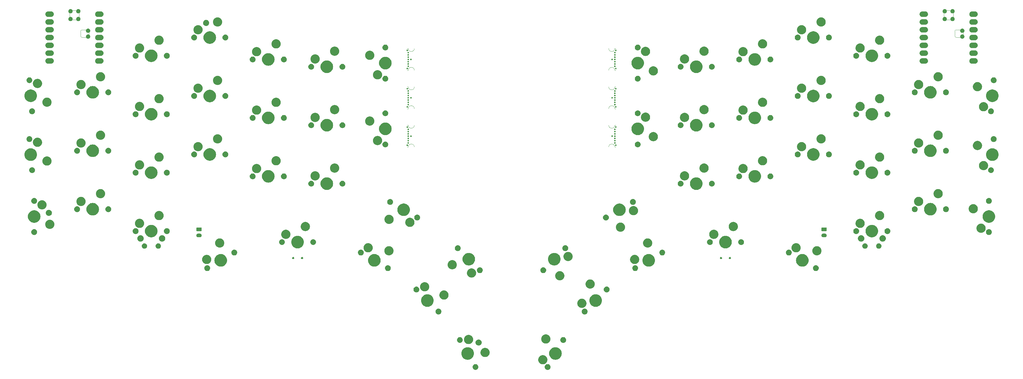
<source format=gts>
G04 #@! TF.GenerationSoftware,KiCad,Pcbnew,7.0.5*
G04 #@! TF.CreationDate,2023-06-13T18:11:59+02:00*
G04 #@! TF.ProjectId,mykeeb_v7a5,6d796b65-6562-45f7-9637-61352e6b6963,rev?*
G04 #@! TF.SameCoordinates,Original*
G04 #@! TF.FileFunction,Soldermask,Top*
G04 #@! TF.FilePolarity,Negative*
%FSLAX46Y46*%
G04 Gerber Fmt 4.6, Leading zero omitted, Abs format (unit mm)*
G04 Created by KiCad (PCBNEW 7.0.5) date 2023-06-13 18:11:59*
%MOMM*%
%LPD*%
G01*
G04 APERTURE LIST*
G04 #@! TA.AperFunction,Profile*
%ADD10C,0.050000*%
G04 #@! TD*
G04 #@! TA.AperFunction,Profile*
%ADD11C,0.120000*%
G04 #@! TD*
G04 APERTURE END LIST*
D10*
X150614190Y-75009435D02*
X150914190Y-75009435D01*
X150614190Y-67865685D02*
X150914190Y-67865685D01*
X150914190Y-67865685D02*
G75*
G03*
X152914190Y-67865685I1000000J0D01*
G01*
X152914190Y-75009435D02*
G75*
G03*
X150914190Y-75009435I-1000000J0D01*
G01*
X150614190Y-62507862D02*
X150914190Y-62507862D01*
X150614190Y-55364112D02*
X150914190Y-55364112D01*
X150914190Y-55364112D02*
G75*
G03*
X152914190Y-55364112I1000000J0D01*
G01*
X152914190Y-62507862D02*
G75*
G03*
X150914190Y-62507862I-1000000J0D01*
G01*
X150614190Y-87511008D02*
X150914190Y-87511008D01*
X150614190Y-80367258D02*
X150914190Y-80367258D01*
X150914190Y-80367258D02*
G75*
G03*
X152914190Y-80367258I1000000J0D01*
G01*
X152914190Y-87511008D02*
G75*
G03*
X150914190Y-87511008I-1000000J0D01*
G01*
X218479854Y-80367258D02*
X218179854Y-80367258D01*
X218479854Y-87511008D02*
X218179854Y-87511008D01*
X218179854Y-87511008D02*
G75*
G03*
X216179854Y-87511008I-1000000J0D01*
G01*
X216179854Y-80367258D02*
G75*
G03*
X218179854Y-80367258I1000000J0D01*
G01*
D11*
X331525821Y-51043431D02*
X331525821Y-50002031D01*
X330840021Y-49316231D02*
X329239821Y-49316231D01*
X329239821Y-51729231D02*
X330840021Y-51729231D01*
X328858821Y-49697231D02*
X328858821Y-51348231D01*
X328350821Y-45328431D02*
X328350821Y-43652031D01*
X327665021Y-46014231D02*
X325988621Y-46014231D01*
X327665021Y-42966231D02*
X325988621Y-42966231D01*
X325302821Y-45328431D02*
X325302821Y-43652031D01*
X330840021Y-49316231D02*
G75*
G03*
X331525821Y-50002031I438047J-247753D01*
G01*
X331525821Y-51043431D02*
G75*
G03*
X330840021Y-51729231I-247753J-438047D01*
G01*
X328858821Y-51348231D02*
G75*
G03*
X329239821Y-51729231I380999J-1D01*
G01*
X329239821Y-49316231D02*
G75*
G03*
X328858821Y-49697231I-1J-380999D01*
G01*
X327665021Y-42966231D02*
G75*
G03*
X328350821Y-43652031I438047J-247753D01*
G01*
X328350821Y-45328431D02*
G75*
G03*
X327665021Y-46014231I-247753J-438047D01*
G01*
X325302821Y-43652031D02*
G75*
G03*
X325988621Y-42966231I247750J438050D01*
G01*
X325988621Y-46014231D02*
G75*
G03*
X325302821Y-45328431I-438050J247750D01*
G01*
X46966223Y-51043431D02*
X46966223Y-50002031D01*
X46280423Y-49316231D02*
X44680223Y-49316231D01*
X44680223Y-51729231D02*
X46280423Y-51729231D01*
X44299223Y-49697231D02*
X44299223Y-51348231D01*
X43791223Y-45328431D02*
X43791223Y-43652031D01*
X43105423Y-46014231D02*
X41429023Y-46014231D01*
X43105423Y-42966231D02*
X41429023Y-42966231D01*
X40743223Y-45328431D02*
X40743223Y-43652031D01*
X46280423Y-49316231D02*
G75*
G03*
X46966223Y-50002031I438047J-247753D01*
G01*
X46966223Y-51043431D02*
G75*
G03*
X46280423Y-51729231I-247753J-438047D01*
G01*
X44299223Y-51348231D02*
G75*
G03*
X44680223Y-51729231I380999J-1D01*
G01*
X44680223Y-49316231D02*
G75*
G03*
X44299223Y-49697231I-1J-380999D01*
G01*
X43105423Y-42966231D02*
G75*
G03*
X43791223Y-43652031I438047J-247753D01*
G01*
X43791223Y-45328431D02*
G75*
G03*
X43105423Y-46014231I-247753J-438047D01*
G01*
X40743223Y-43652031D02*
G75*
G03*
X41429023Y-42966231I247750J438050D01*
G01*
X41429023Y-46014231D02*
G75*
G03*
X40743223Y-45328431I-438050J247750D01*
G01*
D10*
X218479854Y-55364112D02*
X218179854Y-55364112D01*
X218479854Y-62507862D02*
X218179854Y-62507862D01*
X218179854Y-62507862D02*
G75*
G03*
X216179854Y-62507862I-1000000J0D01*
G01*
X216179854Y-55364112D02*
G75*
G03*
X218179854Y-55364112I1000000J0D01*
G01*
X218479854Y-67865685D02*
X218179854Y-67865685D01*
X218479854Y-75009435D02*
X218179854Y-75009435D01*
X218179854Y-75009435D02*
G75*
G03*
X216179854Y-75009435I-1000000J0D01*
G01*
X216179854Y-67865685D02*
G75*
G03*
X218179854Y-67865685I1000000J0D01*
G01*
G36*
X172984854Y-158249043D02*
G01*
X173163067Y-158303103D01*
X173327310Y-158390893D01*
X173471269Y-158509038D01*
X173589414Y-158652997D01*
X173677204Y-158817240D01*
X173731264Y-158995453D01*
X173749518Y-159180789D01*
X173731264Y-159366125D01*
X173677204Y-159544338D01*
X173589414Y-159708581D01*
X173471269Y-159852540D01*
X173327310Y-159970685D01*
X173163067Y-160058475D01*
X172984854Y-160112535D01*
X172799518Y-160130789D01*
X172614182Y-160112535D01*
X172435969Y-160058475D01*
X172271726Y-159970685D01*
X172127767Y-159852540D01*
X172009622Y-159708581D01*
X171921832Y-159544338D01*
X171867772Y-159366125D01*
X171849518Y-159180789D01*
X171867772Y-158995453D01*
X171921832Y-158817240D01*
X172009622Y-158652997D01*
X172127767Y-158509038D01*
X172271726Y-158390893D01*
X172435969Y-158303103D01*
X172614182Y-158249043D01*
X172799518Y-158230789D01*
X172984854Y-158249043D01*
G37*
G36*
X196479862Y-158249043D02*
G01*
X196658075Y-158303103D01*
X196822318Y-158390893D01*
X196966277Y-158509038D01*
X197084422Y-158652997D01*
X197172212Y-158817240D01*
X197226272Y-158995453D01*
X197244526Y-159180789D01*
X197226272Y-159366125D01*
X197172212Y-159544338D01*
X197084422Y-159708581D01*
X196966277Y-159852540D01*
X196822318Y-159970685D01*
X196658075Y-160058475D01*
X196479862Y-160112535D01*
X196294526Y-160130789D01*
X196109190Y-160112535D01*
X195930977Y-160058475D01*
X195766734Y-159970685D01*
X195622775Y-159852540D01*
X195504630Y-159708581D01*
X195416840Y-159544338D01*
X195362780Y-159366125D01*
X195344526Y-159180789D01*
X195362780Y-158995453D01*
X195416840Y-158817240D01*
X195504630Y-158652997D01*
X195622775Y-158509038D01*
X195766734Y-158390893D01*
X195930977Y-158303103D01*
X196109190Y-158249043D01*
X196294526Y-158230789D01*
X196479862Y-158249043D01*
G37*
G36*
X194792565Y-155316060D02*
G01*
X194853690Y-155316060D01*
X194908248Y-155325164D01*
X194964444Y-155329587D01*
X195032125Y-155345836D01*
X195098049Y-155356837D01*
X195144807Y-155372889D01*
X195193286Y-155384528D01*
X195263847Y-155413755D01*
X195332364Y-155437277D01*
X195370634Y-155457987D01*
X195410723Y-155474593D01*
X195481780Y-155518137D01*
X195550243Y-155555187D01*
X195579867Y-155578244D01*
X195611389Y-155597561D01*
X195680270Y-155656391D01*
X195745743Y-155707351D01*
X195767102Y-155730553D01*
X195790349Y-155750408D01*
X195854186Y-155825151D01*
X195913532Y-155889618D01*
X195927480Y-155910967D01*
X195943196Y-155929368D01*
X195999042Y-156020501D01*
X196049032Y-156097016D01*
X196056843Y-156114823D01*
X196066164Y-156130034D01*
X196111082Y-156238477D01*
X196148547Y-156323888D01*
X196151829Y-156336848D01*
X196156229Y-156347471D01*
X196187444Y-156477490D01*
X196209363Y-156564045D01*
X196209962Y-156571285D01*
X196211170Y-156576313D01*
X196226118Y-156766259D01*
X196229821Y-156810937D01*
X196226116Y-156855648D01*
X196211170Y-157045560D01*
X196209963Y-157050587D01*
X196209363Y-157057829D01*
X196187439Y-157144401D01*
X196156229Y-157274402D01*
X196151829Y-157285022D01*
X196148547Y-157297986D01*
X196111075Y-157383413D01*
X196066164Y-157491839D01*
X196056844Y-157507046D01*
X196049032Y-157524858D01*
X195999032Y-157601387D01*
X195943196Y-157692505D01*
X195927482Y-157710902D01*
X195913532Y-157732256D01*
X195854174Y-157796735D01*
X195790349Y-157871465D01*
X195767106Y-157891315D01*
X195745743Y-157914523D01*
X195680257Y-157965492D01*
X195611389Y-158024312D01*
X195579873Y-158043624D01*
X195550243Y-158066687D01*
X195481766Y-158103744D01*
X195410723Y-158147280D01*
X195370641Y-158163882D01*
X195332364Y-158184597D01*
X195263832Y-158208123D01*
X195193286Y-158237345D01*
X195144817Y-158248981D01*
X195098049Y-158265037D01*
X195032111Y-158276040D01*
X194964444Y-158292286D01*
X194908260Y-158296707D01*
X194853690Y-158305814D01*
X194792552Y-158305814D01*
X194729821Y-158310751D01*
X194667089Y-158305814D01*
X194605952Y-158305814D01*
X194551382Y-158296707D01*
X194495197Y-158292286D01*
X194427527Y-158276039D01*
X194361593Y-158265037D01*
X194314826Y-158248982D01*
X194266355Y-158237345D01*
X194195803Y-158208121D01*
X194127278Y-158184597D01*
X194089003Y-158163883D01*
X194048918Y-158147280D01*
X193977866Y-158103739D01*
X193909399Y-158066687D01*
X193879772Y-158043627D01*
X193848252Y-158024312D01*
X193779373Y-157965483D01*
X193713899Y-157914523D01*
X193692538Y-157891319D01*
X193669292Y-157871465D01*
X193605453Y-157796720D01*
X193546110Y-157732256D01*
X193532162Y-157710907D01*
X193516445Y-157692505D01*
X193460592Y-157601362D01*
X193410610Y-157524858D01*
X193402799Y-157507052D01*
X193393477Y-157491839D01*
X193348548Y-157383372D01*
X193311095Y-157297986D01*
X193307813Y-157285029D01*
X193303412Y-157274402D01*
X193272182Y-157144325D01*
X193250279Y-157057829D01*
X193249679Y-157050593D01*
X193248471Y-157045560D01*
X193233505Y-156855408D01*
X193229821Y-156810937D01*
X193233503Y-156766499D01*
X193248471Y-156576313D01*
X193249679Y-156571279D01*
X193250279Y-156564045D01*
X193272178Y-156477566D01*
X193303412Y-156347471D01*
X193307814Y-156336842D01*
X193311095Y-156323888D01*
X193348541Y-156238518D01*
X193393477Y-156130034D01*
X193402801Y-156114818D01*
X193410610Y-156097016D01*
X193460583Y-156020526D01*
X193516445Y-155929368D01*
X193532165Y-155910962D01*
X193546110Y-155889618D01*
X193605441Y-155825166D01*
X193669292Y-155750408D01*
X193692543Y-155730549D01*
X193713899Y-155707351D01*
X193779360Y-155656400D01*
X193848252Y-155597561D01*
X193879778Y-155578241D01*
X193909399Y-155555187D01*
X193977852Y-155518141D01*
X194048918Y-155474593D01*
X194089011Y-155457985D01*
X194127278Y-155437277D01*
X194195789Y-155413757D01*
X194266355Y-155384528D01*
X194314836Y-155372888D01*
X194361593Y-155356837D01*
X194427513Y-155345836D01*
X194495197Y-155329587D01*
X194551394Y-155325164D01*
X194605952Y-155316060D01*
X194667077Y-155316060D01*
X194729821Y-155311122D01*
X194792565Y-155316060D01*
G37*
G36*
X170676603Y-152774258D02*
G01*
X170946021Y-152849745D01*
X171202651Y-152961215D01*
X171441713Y-153106592D01*
X171658752Y-153283166D01*
X171849726Y-153487650D01*
X172011078Y-153716233D01*
X172139801Y-153964658D01*
X172233498Y-154228297D01*
X172290424Y-154502238D01*
X172309518Y-154781380D01*
X172290424Y-155060522D01*
X172233498Y-155334463D01*
X172139801Y-155598102D01*
X172011078Y-155846527D01*
X171849726Y-156075110D01*
X171658752Y-156279594D01*
X171441713Y-156456168D01*
X171202651Y-156601545D01*
X170946021Y-156713015D01*
X170676603Y-156788502D01*
X170399415Y-156826601D01*
X170119621Y-156826601D01*
X169842433Y-156788502D01*
X169573015Y-156713015D01*
X169316385Y-156601545D01*
X169077323Y-156456168D01*
X168860284Y-156279594D01*
X168669310Y-156075110D01*
X168507958Y-155846527D01*
X168379235Y-155598102D01*
X168285538Y-155334463D01*
X168228612Y-155060522D01*
X168209518Y-154781380D01*
X168228612Y-154502238D01*
X168285538Y-154228297D01*
X168379235Y-153964658D01*
X168507958Y-153716233D01*
X168669310Y-153487650D01*
X168860284Y-153283166D01*
X169077323Y-153106592D01*
X169316385Y-152961215D01*
X169573015Y-152849745D01*
X169842433Y-152774258D01*
X170119621Y-152736159D01*
X170399415Y-152736159D01*
X170676603Y-152774258D01*
G37*
G36*
X199251611Y-152774258D02*
G01*
X199521029Y-152849745D01*
X199777659Y-152961215D01*
X200016721Y-153106592D01*
X200233760Y-153283166D01*
X200424734Y-153487650D01*
X200586086Y-153716233D01*
X200714809Y-153964658D01*
X200808506Y-154228297D01*
X200865432Y-154502238D01*
X200884526Y-154781380D01*
X200865432Y-155060522D01*
X200808506Y-155334463D01*
X200714809Y-155598102D01*
X200586086Y-155846527D01*
X200424734Y-156075110D01*
X200233760Y-156279594D01*
X200016721Y-156456168D01*
X199777659Y-156601545D01*
X199521029Y-156713015D01*
X199251611Y-156788502D01*
X198974423Y-156826601D01*
X198694629Y-156826601D01*
X198417441Y-156788502D01*
X198148023Y-156713015D01*
X197891393Y-156601545D01*
X197652331Y-156456168D01*
X197435292Y-156279594D01*
X197244318Y-156075110D01*
X197082966Y-155846527D01*
X196954243Y-155598102D01*
X196860546Y-155334463D01*
X196803620Y-155060522D01*
X196784526Y-154781380D01*
X196803620Y-154502238D01*
X196860546Y-154228297D01*
X196954243Y-153964658D01*
X197082966Y-153716233D01*
X197244318Y-153487650D01*
X197435292Y-153283166D01*
X197652331Y-153106592D01*
X197891393Y-152961215D01*
X198148023Y-152849745D01*
X198417441Y-152774258D01*
X198694629Y-152736159D01*
X198974423Y-152736159D01*
X199251611Y-152774258D01*
G37*
G36*
X175991671Y-152946208D02*
G01*
X176052796Y-152946208D01*
X176107354Y-152955312D01*
X176163550Y-152959735D01*
X176231231Y-152975984D01*
X176297155Y-152986985D01*
X176343913Y-153003037D01*
X176392392Y-153014676D01*
X176462953Y-153043903D01*
X176531470Y-153067425D01*
X176569740Y-153088135D01*
X176609829Y-153104741D01*
X176680886Y-153148285D01*
X176749349Y-153185335D01*
X176778973Y-153208392D01*
X176810495Y-153227709D01*
X176879376Y-153286539D01*
X176944849Y-153337499D01*
X176966208Y-153360701D01*
X176989455Y-153380556D01*
X177053292Y-153455299D01*
X177112638Y-153519766D01*
X177126586Y-153541115D01*
X177142302Y-153559516D01*
X177198148Y-153650649D01*
X177248138Y-153727164D01*
X177255949Y-153744971D01*
X177265270Y-153760182D01*
X177310188Y-153868625D01*
X177347653Y-153954036D01*
X177350935Y-153966996D01*
X177355335Y-153977619D01*
X177386550Y-154107638D01*
X177408469Y-154194193D01*
X177409068Y-154201433D01*
X177410276Y-154206461D01*
X177425224Y-154396407D01*
X177428927Y-154441085D01*
X177425222Y-154485796D01*
X177410276Y-154675708D01*
X177409069Y-154680735D01*
X177408469Y-154687977D01*
X177386545Y-154774549D01*
X177355335Y-154904550D01*
X177350935Y-154915170D01*
X177347653Y-154928134D01*
X177310181Y-155013561D01*
X177265270Y-155121987D01*
X177255950Y-155137194D01*
X177248138Y-155155006D01*
X177198138Y-155231535D01*
X177142302Y-155322653D01*
X177126588Y-155341050D01*
X177112638Y-155362404D01*
X177053280Y-155426883D01*
X176989455Y-155501613D01*
X176966212Y-155521463D01*
X176944849Y-155544671D01*
X176879363Y-155595640D01*
X176810495Y-155654460D01*
X176778979Y-155673772D01*
X176749349Y-155696835D01*
X176680872Y-155733892D01*
X176609829Y-155777428D01*
X176569747Y-155794030D01*
X176531470Y-155814745D01*
X176462938Y-155838271D01*
X176392392Y-155867493D01*
X176343923Y-155879129D01*
X176297155Y-155895185D01*
X176231217Y-155906188D01*
X176163550Y-155922434D01*
X176107366Y-155926855D01*
X176052796Y-155935962D01*
X175991658Y-155935962D01*
X175928927Y-155940899D01*
X175866195Y-155935962D01*
X175805058Y-155935962D01*
X175750488Y-155926855D01*
X175694303Y-155922434D01*
X175626633Y-155906187D01*
X175560699Y-155895185D01*
X175513932Y-155879130D01*
X175465461Y-155867493D01*
X175394909Y-155838269D01*
X175326384Y-155814745D01*
X175288109Y-155794031D01*
X175248024Y-155777428D01*
X175176972Y-155733887D01*
X175108505Y-155696835D01*
X175078878Y-155673775D01*
X175047358Y-155654460D01*
X174978479Y-155595631D01*
X174913005Y-155544671D01*
X174891644Y-155521467D01*
X174868398Y-155501613D01*
X174804559Y-155426868D01*
X174745216Y-155362404D01*
X174731268Y-155341055D01*
X174715551Y-155322653D01*
X174659698Y-155231510D01*
X174609716Y-155155006D01*
X174601905Y-155137200D01*
X174592583Y-155121987D01*
X174547654Y-155013520D01*
X174510201Y-154928134D01*
X174506919Y-154915177D01*
X174502518Y-154904550D01*
X174471288Y-154774473D01*
X174449385Y-154687977D01*
X174448785Y-154680741D01*
X174447577Y-154675708D01*
X174432611Y-154485556D01*
X174428927Y-154441085D01*
X174432609Y-154396647D01*
X174447577Y-154206461D01*
X174448785Y-154201427D01*
X174449385Y-154194193D01*
X174471284Y-154107714D01*
X174502518Y-153977619D01*
X174506920Y-153966990D01*
X174510201Y-153954036D01*
X174547647Y-153868666D01*
X174592583Y-153760182D01*
X174601907Y-153744966D01*
X174609716Y-153727164D01*
X174659689Y-153650674D01*
X174715551Y-153559516D01*
X174731271Y-153541110D01*
X174745216Y-153519766D01*
X174804547Y-153455314D01*
X174868398Y-153380556D01*
X174891649Y-153360697D01*
X174913005Y-153337499D01*
X174978466Y-153286548D01*
X175047358Y-153227709D01*
X175078884Y-153208389D01*
X175108505Y-153185335D01*
X175176958Y-153148289D01*
X175248024Y-153104741D01*
X175288117Y-153088133D01*
X175326384Y-153067425D01*
X175394895Y-153043905D01*
X175465461Y-153014676D01*
X175513942Y-153003036D01*
X175560699Y-152986985D01*
X175626619Y-152975984D01*
X175694303Y-152959735D01*
X175750500Y-152955312D01*
X175805058Y-152946208D01*
X175866183Y-152946208D01*
X175928927Y-152941270D01*
X175991671Y-152946208D01*
G37*
G36*
X174026486Y-150228717D02*
G01*
X174214079Y-150285622D01*
X174386966Y-150378032D01*
X174538503Y-150502395D01*
X174662866Y-150653932D01*
X174755276Y-150826819D01*
X174812181Y-151014412D01*
X174831396Y-151209502D01*
X174812181Y-151404592D01*
X174755276Y-151592185D01*
X174662866Y-151765072D01*
X174538503Y-151916609D01*
X174386966Y-152040972D01*
X174214079Y-152133382D01*
X174026486Y-152190287D01*
X173831396Y-152209502D01*
X173636306Y-152190287D01*
X173448713Y-152133382D01*
X173275826Y-152040972D01*
X173124289Y-151916609D01*
X172999926Y-151765072D01*
X172907516Y-151592185D01*
X172850611Y-151404592D01*
X172831396Y-151209502D01*
X172850611Y-151014412D01*
X172907516Y-150826819D01*
X172999926Y-150653932D01*
X173124289Y-150502395D01*
X173275826Y-150378032D01*
X173448713Y-150285622D01*
X173636306Y-150228717D01*
X173831396Y-150209502D01*
X174026486Y-150228717D01*
G37*
G36*
X170616967Y-148716946D02*
G01*
X170678092Y-148716946D01*
X170732650Y-148726050D01*
X170788846Y-148730473D01*
X170856527Y-148746722D01*
X170922451Y-148757723D01*
X170969209Y-148773775D01*
X171017688Y-148785414D01*
X171088249Y-148814641D01*
X171156766Y-148838163D01*
X171195036Y-148858873D01*
X171235125Y-148875479D01*
X171306182Y-148919023D01*
X171374645Y-148956073D01*
X171404269Y-148979130D01*
X171435791Y-148998447D01*
X171504672Y-149057277D01*
X171570145Y-149108237D01*
X171591504Y-149131439D01*
X171614751Y-149151294D01*
X171678588Y-149226037D01*
X171737934Y-149290504D01*
X171751882Y-149311853D01*
X171767598Y-149330254D01*
X171823444Y-149421387D01*
X171873434Y-149497902D01*
X171881245Y-149515709D01*
X171890566Y-149530920D01*
X171935484Y-149639363D01*
X171972949Y-149724774D01*
X171976231Y-149737734D01*
X171980631Y-149748357D01*
X172011846Y-149878376D01*
X172033765Y-149964931D01*
X172034364Y-149972171D01*
X172035572Y-149977199D01*
X172050519Y-150167130D01*
X172054223Y-150211823D01*
X172050519Y-150256519D01*
X172035572Y-150446446D01*
X172034365Y-150451473D01*
X172033765Y-150458715D01*
X172011841Y-150545287D01*
X171980631Y-150675288D01*
X171976231Y-150685908D01*
X171972949Y-150698872D01*
X171935477Y-150784299D01*
X171890566Y-150892725D01*
X171881246Y-150907932D01*
X171873434Y-150925744D01*
X171823434Y-151002273D01*
X171767598Y-151093391D01*
X171751884Y-151111788D01*
X171737934Y-151133142D01*
X171678576Y-151197621D01*
X171614751Y-151272351D01*
X171591508Y-151292201D01*
X171570145Y-151315409D01*
X171504659Y-151366378D01*
X171435791Y-151425198D01*
X171404275Y-151444510D01*
X171374645Y-151467573D01*
X171306168Y-151504630D01*
X171235125Y-151548166D01*
X171195043Y-151564768D01*
X171156766Y-151585483D01*
X171088234Y-151609009D01*
X171017688Y-151638231D01*
X170969219Y-151649867D01*
X170922451Y-151665923D01*
X170856513Y-151676926D01*
X170788846Y-151693172D01*
X170732662Y-151697593D01*
X170678092Y-151706700D01*
X170616954Y-151706700D01*
X170554223Y-151711637D01*
X170491491Y-151706700D01*
X170430354Y-151706700D01*
X170375784Y-151697593D01*
X170319599Y-151693172D01*
X170251929Y-151676925D01*
X170185995Y-151665923D01*
X170139228Y-151649868D01*
X170090757Y-151638231D01*
X170020205Y-151609007D01*
X169951680Y-151585483D01*
X169913405Y-151564769D01*
X169873320Y-151548166D01*
X169802268Y-151504625D01*
X169733801Y-151467573D01*
X169704174Y-151444513D01*
X169672654Y-151425198D01*
X169603775Y-151366369D01*
X169538301Y-151315409D01*
X169516940Y-151292205D01*
X169493694Y-151272351D01*
X169429855Y-151197606D01*
X169370512Y-151133142D01*
X169356564Y-151111793D01*
X169340847Y-151093391D01*
X169284994Y-151002248D01*
X169235012Y-150925744D01*
X169227201Y-150907938D01*
X169217879Y-150892725D01*
X169172950Y-150784258D01*
X169135497Y-150698872D01*
X169132215Y-150685915D01*
X169127814Y-150675288D01*
X169096584Y-150545211D01*
X169074681Y-150458715D01*
X169074081Y-150451479D01*
X169072873Y-150446446D01*
X169057906Y-150256279D01*
X169054223Y-150211823D01*
X169057906Y-150167370D01*
X169072873Y-149977199D01*
X169074081Y-149972165D01*
X169074681Y-149964931D01*
X169096580Y-149878452D01*
X169127814Y-149748357D01*
X169132216Y-149737728D01*
X169135497Y-149724774D01*
X169172943Y-149639404D01*
X169217879Y-149530920D01*
X169227203Y-149515704D01*
X169235012Y-149497902D01*
X169284985Y-149421412D01*
X169340847Y-149330254D01*
X169356567Y-149311848D01*
X169370512Y-149290504D01*
X169429843Y-149226052D01*
X169493694Y-149151294D01*
X169516945Y-149131435D01*
X169538301Y-149108237D01*
X169603762Y-149057286D01*
X169672654Y-148998447D01*
X169704180Y-148979127D01*
X169733801Y-148956073D01*
X169802254Y-148919027D01*
X169873320Y-148875479D01*
X169913413Y-148858871D01*
X169951680Y-148838163D01*
X170020191Y-148814643D01*
X170090757Y-148785414D01*
X170139238Y-148773774D01*
X170185995Y-148757723D01*
X170251915Y-148746722D01*
X170319599Y-148730473D01*
X170375796Y-148726050D01*
X170430354Y-148716946D01*
X170491479Y-148716946D01*
X170554223Y-148712008D01*
X170616967Y-148716946D01*
G37*
G36*
X195767860Y-148546798D02*
G01*
X195828986Y-148546798D01*
X195883544Y-148555902D01*
X195939740Y-148560325D01*
X196007421Y-148576574D01*
X196073345Y-148587575D01*
X196120103Y-148603627D01*
X196168582Y-148615266D01*
X196239143Y-148644493D01*
X196307660Y-148668015D01*
X196345930Y-148688725D01*
X196386019Y-148705331D01*
X196457076Y-148748875D01*
X196525539Y-148785925D01*
X196555163Y-148808982D01*
X196586685Y-148828299D01*
X196655566Y-148887129D01*
X196721039Y-148938089D01*
X196742398Y-148961291D01*
X196765645Y-148981146D01*
X196829482Y-149055889D01*
X196888828Y-149120356D01*
X196902776Y-149141705D01*
X196918492Y-149160106D01*
X196974338Y-149251239D01*
X197024328Y-149327754D01*
X197032139Y-149345561D01*
X197041460Y-149360772D01*
X197086378Y-149469215D01*
X197123843Y-149554626D01*
X197127125Y-149567586D01*
X197131525Y-149578209D01*
X197162740Y-149708228D01*
X197184659Y-149794783D01*
X197185258Y-149802023D01*
X197186466Y-149807051D01*
X197201413Y-149996982D01*
X197205117Y-150041675D01*
X197201413Y-150086371D01*
X197186466Y-150276298D01*
X197185259Y-150281325D01*
X197184659Y-150288567D01*
X197162735Y-150375139D01*
X197131525Y-150505140D01*
X197127125Y-150515760D01*
X197123843Y-150528724D01*
X197086371Y-150614151D01*
X197041460Y-150722577D01*
X197032140Y-150737784D01*
X197024328Y-150755596D01*
X196974328Y-150832125D01*
X196918492Y-150923243D01*
X196902778Y-150941640D01*
X196888828Y-150962994D01*
X196829470Y-151027473D01*
X196765645Y-151102203D01*
X196742402Y-151122053D01*
X196721039Y-151145261D01*
X196655553Y-151196230D01*
X196586685Y-151255050D01*
X196555169Y-151274362D01*
X196525539Y-151297425D01*
X196457062Y-151334482D01*
X196386019Y-151378018D01*
X196345937Y-151394620D01*
X196307660Y-151415335D01*
X196239128Y-151438861D01*
X196168582Y-151468083D01*
X196120113Y-151479719D01*
X196073345Y-151495775D01*
X196007407Y-151506778D01*
X195939740Y-151523024D01*
X195883556Y-151527445D01*
X195828986Y-151536552D01*
X195767848Y-151536552D01*
X195705116Y-151541489D01*
X195642385Y-151536552D01*
X195581248Y-151536552D01*
X195526678Y-151527445D01*
X195470493Y-151523024D01*
X195402823Y-151506777D01*
X195336889Y-151495775D01*
X195290122Y-151479720D01*
X195241651Y-151468083D01*
X195171099Y-151438859D01*
X195102574Y-151415335D01*
X195064299Y-151394621D01*
X195024214Y-151378018D01*
X194953162Y-151334477D01*
X194884695Y-151297425D01*
X194855068Y-151274365D01*
X194823548Y-151255050D01*
X194754669Y-151196221D01*
X194689195Y-151145261D01*
X194667834Y-151122057D01*
X194644588Y-151102203D01*
X194580749Y-151027458D01*
X194521406Y-150962994D01*
X194507458Y-150941645D01*
X194491741Y-150923243D01*
X194435888Y-150832100D01*
X194385906Y-150755596D01*
X194378095Y-150737790D01*
X194368773Y-150722577D01*
X194323844Y-150614110D01*
X194286391Y-150528724D01*
X194283109Y-150515767D01*
X194278708Y-150505140D01*
X194247478Y-150375063D01*
X194225575Y-150288567D01*
X194224975Y-150281331D01*
X194223767Y-150276298D01*
X194208800Y-150086131D01*
X194205117Y-150041675D01*
X194208800Y-149997222D01*
X194223767Y-149807051D01*
X194224975Y-149802017D01*
X194225575Y-149794783D01*
X194247474Y-149708304D01*
X194278708Y-149578209D01*
X194283110Y-149567580D01*
X194286391Y-149554626D01*
X194323837Y-149469256D01*
X194368773Y-149360772D01*
X194378097Y-149345556D01*
X194385906Y-149327754D01*
X194435879Y-149251264D01*
X194491741Y-149160106D01*
X194507461Y-149141700D01*
X194521406Y-149120356D01*
X194580737Y-149055904D01*
X194644588Y-148981146D01*
X194667839Y-148961287D01*
X194689195Y-148938089D01*
X194754656Y-148887138D01*
X194823548Y-148828299D01*
X194855074Y-148808979D01*
X194884695Y-148785925D01*
X194953148Y-148748879D01*
X195024214Y-148705331D01*
X195064307Y-148688723D01*
X195102574Y-148668015D01*
X195171085Y-148644495D01*
X195241651Y-148615266D01*
X195290132Y-148603626D01*
X195336889Y-148587575D01*
X195402809Y-148576574D01*
X195470493Y-148560325D01*
X195526690Y-148555902D01*
X195581248Y-148546798D01*
X195642372Y-148546798D01*
X195705116Y-148541860D01*
X195767860Y-148546798D01*
G37*
G36*
X167904854Y-149450225D02*
G01*
X168083067Y-149504285D01*
X168247310Y-149592075D01*
X168391269Y-149710220D01*
X168509414Y-149854179D01*
X168597204Y-150018422D01*
X168651264Y-150196635D01*
X168669518Y-150381971D01*
X168651264Y-150567307D01*
X168597204Y-150745520D01*
X168509414Y-150909763D01*
X168391269Y-151053722D01*
X168247310Y-151171867D01*
X168083067Y-151259657D01*
X167904854Y-151313717D01*
X167719518Y-151331971D01*
X167534182Y-151313717D01*
X167355969Y-151259657D01*
X167191726Y-151171867D01*
X167047767Y-151053722D01*
X166929622Y-150909763D01*
X166841832Y-150745520D01*
X166787772Y-150567307D01*
X166769518Y-150381971D01*
X166787772Y-150196635D01*
X166841832Y-150018422D01*
X166929622Y-149854179D01*
X167047767Y-149710220D01*
X167191726Y-149592075D01*
X167355969Y-149504285D01*
X167534182Y-149450225D01*
X167719518Y-149431971D01*
X167904854Y-149450225D01*
G37*
G36*
X201559862Y-149450225D02*
G01*
X201738075Y-149504285D01*
X201902318Y-149592075D01*
X202046277Y-149710220D01*
X202164422Y-149854179D01*
X202252212Y-150018422D01*
X202306272Y-150196635D01*
X202324526Y-150381971D01*
X202306272Y-150567307D01*
X202252212Y-150745520D01*
X202164422Y-150909763D01*
X202046277Y-151053722D01*
X201902318Y-151171867D01*
X201738075Y-151259657D01*
X201559862Y-151313717D01*
X201374526Y-151331971D01*
X201189190Y-151313717D01*
X201010977Y-151259657D01*
X200846734Y-151171867D01*
X200702775Y-151053722D01*
X200584630Y-150909763D01*
X200496840Y-150745520D01*
X200442780Y-150567307D01*
X200424526Y-150381971D01*
X200442780Y-150196635D01*
X200496840Y-150018422D01*
X200584630Y-149854179D01*
X200702775Y-149710220D01*
X200846734Y-149592075D01*
X201010977Y-149504285D01*
X201189190Y-149450225D01*
X201374526Y-149431971D01*
X201559862Y-149450225D01*
G37*
G36*
X160940070Y-140177659D02*
G01*
X161118283Y-140231719D01*
X161282526Y-140319509D01*
X161426485Y-140437654D01*
X161544630Y-140581613D01*
X161632420Y-140745856D01*
X161686480Y-140924069D01*
X161704734Y-141109405D01*
X161686480Y-141294741D01*
X161632420Y-141472954D01*
X161544630Y-141637197D01*
X161426485Y-141781156D01*
X161282526Y-141899301D01*
X161118283Y-141987091D01*
X160940070Y-142041151D01*
X160754734Y-142059405D01*
X160569398Y-142041151D01*
X160391185Y-141987091D01*
X160226942Y-141899301D01*
X160082983Y-141781156D01*
X159964838Y-141637197D01*
X159877048Y-141472954D01*
X159822988Y-141294741D01*
X159804734Y-141109405D01*
X159822988Y-140924069D01*
X159877048Y-140745856D01*
X159964838Y-140581613D01*
X160082983Y-140437654D01*
X160226942Y-140319509D01*
X160391185Y-140231719D01*
X160569398Y-140177659D01*
X160754734Y-140159405D01*
X160940070Y-140177659D01*
G37*
G36*
X208524646Y-140177659D02*
G01*
X208702859Y-140231719D01*
X208867102Y-140319509D01*
X209011061Y-140437654D01*
X209129206Y-140581613D01*
X209216996Y-140745856D01*
X209271056Y-140924069D01*
X209289310Y-141109405D01*
X209271056Y-141294741D01*
X209216996Y-141472954D01*
X209129206Y-141637197D01*
X209011061Y-141781156D01*
X208867102Y-141899301D01*
X208702859Y-141987091D01*
X208524646Y-142041151D01*
X208339310Y-142059405D01*
X208153974Y-142041151D01*
X207975761Y-141987091D01*
X207811518Y-141899301D01*
X207667559Y-141781156D01*
X207549414Y-141637197D01*
X207461624Y-141472954D01*
X207407564Y-141294741D01*
X207389310Y-141109405D01*
X207407564Y-140924069D01*
X207461624Y-140745856D01*
X207549414Y-140581613D01*
X207667559Y-140437654D01*
X207811518Y-140319509D01*
X207975761Y-140231719D01*
X208153974Y-140177659D01*
X208339310Y-140159405D01*
X208524646Y-140177659D01*
G37*
G36*
X207504028Y-136920452D02*
G01*
X207565153Y-136920452D01*
X207619711Y-136929556D01*
X207675907Y-136933979D01*
X207743588Y-136950228D01*
X207809512Y-136961229D01*
X207856270Y-136977281D01*
X207904749Y-136988920D01*
X207975310Y-137018147D01*
X208043827Y-137041669D01*
X208082097Y-137062379D01*
X208122186Y-137078985D01*
X208193243Y-137122529D01*
X208261706Y-137159579D01*
X208291330Y-137182636D01*
X208322852Y-137201953D01*
X208391733Y-137260783D01*
X208457206Y-137311743D01*
X208478565Y-137334945D01*
X208501812Y-137354800D01*
X208565649Y-137429543D01*
X208624995Y-137494010D01*
X208638943Y-137515359D01*
X208654659Y-137533760D01*
X208710505Y-137624893D01*
X208760495Y-137701408D01*
X208768306Y-137719215D01*
X208777627Y-137734426D01*
X208822545Y-137842869D01*
X208860010Y-137928280D01*
X208863292Y-137941240D01*
X208867692Y-137951863D01*
X208898907Y-138081882D01*
X208920826Y-138168437D01*
X208921425Y-138175677D01*
X208922633Y-138180705D01*
X208937581Y-138370651D01*
X208941284Y-138415329D01*
X208937579Y-138460040D01*
X208922633Y-138649952D01*
X208921426Y-138654979D01*
X208920826Y-138662221D01*
X208898902Y-138748793D01*
X208867692Y-138878794D01*
X208863292Y-138889414D01*
X208860010Y-138902378D01*
X208822538Y-138987805D01*
X208777627Y-139096231D01*
X208768307Y-139111438D01*
X208760495Y-139129250D01*
X208710495Y-139205779D01*
X208654659Y-139296897D01*
X208638945Y-139315294D01*
X208624995Y-139336648D01*
X208565637Y-139401127D01*
X208501812Y-139475857D01*
X208478569Y-139495707D01*
X208457206Y-139518915D01*
X208391720Y-139569884D01*
X208322852Y-139628704D01*
X208291336Y-139648016D01*
X208261706Y-139671079D01*
X208193229Y-139708136D01*
X208122186Y-139751672D01*
X208082104Y-139768274D01*
X208043827Y-139788989D01*
X207975295Y-139812515D01*
X207904749Y-139841737D01*
X207856280Y-139853373D01*
X207809512Y-139869429D01*
X207743574Y-139880432D01*
X207675907Y-139896678D01*
X207619723Y-139901099D01*
X207565153Y-139910206D01*
X207504015Y-139910206D01*
X207441283Y-139915143D01*
X207378552Y-139910206D01*
X207317415Y-139910206D01*
X207262845Y-139901099D01*
X207206660Y-139896678D01*
X207138990Y-139880431D01*
X207073056Y-139869429D01*
X207026289Y-139853374D01*
X206977818Y-139841737D01*
X206907266Y-139812513D01*
X206838741Y-139788989D01*
X206800466Y-139768275D01*
X206760381Y-139751672D01*
X206689329Y-139708131D01*
X206620862Y-139671079D01*
X206591235Y-139648019D01*
X206559715Y-139628704D01*
X206490836Y-139569875D01*
X206425362Y-139518915D01*
X206404001Y-139495711D01*
X206380755Y-139475857D01*
X206316916Y-139401112D01*
X206257573Y-139336648D01*
X206243625Y-139315299D01*
X206227908Y-139296897D01*
X206172055Y-139205754D01*
X206122073Y-139129250D01*
X206114262Y-139111444D01*
X206104940Y-139096231D01*
X206060011Y-138987764D01*
X206022558Y-138902378D01*
X206019276Y-138889421D01*
X206014875Y-138878794D01*
X205983645Y-138748717D01*
X205961742Y-138662221D01*
X205961142Y-138654985D01*
X205959934Y-138649952D01*
X205944968Y-138459800D01*
X205941284Y-138415329D01*
X205944966Y-138370891D01*
X205959934Y-138180705D01*
X205961142Y-138175671D01*
X205961742Y-138168437D01*
X205983641Y-138081958D01*
X206014875Y-137951863D01*
X206019277Y-137941234D01*
X206022558Y-137928280D01*
X206060004Y-137842910D01*
X206104940Y-137734426D01*
X206114264Y-137719210D01*
X206122073Y-137701408D01*
X206172046Y-137624918D01*
X206227908Y-137533760D01*
X206243628Y-137515354D01*
X206257573Y-137494010D01*
X206316904Y-137429558D01*
X206380755Y-137354800D01*
X206404006Y-137334941D01*
X206425362Y-137311743D01*
X206490823Y-137260792D01*
X206559715Y-137201953D01*
X206591241Y-137182633D01*
X206620862Y-137159579D01*
X206689315Y-137122533D01*
X206760381Y-137078985D01*
X206800474Y-137062377D01*
X206838741Y-137041669D01*
X206907252Y-137018149D01*
X206977818Y-136988920D01*
X207026299Y-136977280D01*
X207073056Y-136961229D01*
X207138976Y-136950228D01*
X207206660Y-136933979D01*
X207262857Y-136929556D01*
X207317415Y-136920452D01*
X207378540Y-136920452D01*
X207441284Y-136915514D01*
X207504028Y-136920452D01*
G37*
G36*
X157579717Y-135510181D02*
G01*
X157849135Y-135585668D01*
X158105765Y-135697138D01*
X158344827Y-135842515D01*
X158561866Y-136019089D01*
X158752840Y-136223573D01*
X158914192Y-136452156D01*
X159042915Y-136700581D01*
X159136612Y-136964220D01*
X159193538Y-137238161D01*
X159212632Y-137517303D01*
X159193538Y-137796445D01*
X159136612Y-138070386D01*
X159042915Y-138334025D01*
X158914192Y-138582450D01*
X158752840Y-138811033D01*
X158561866Y-139015517D01*
X158344827Y-139192091D01*
X158105765Y-139337468D01*
X157849135Y-139448938D01*
X157579717Y-139524425D01*
X157302529Y-139562524D01*
X157022735Y-139562524D01*
X156745547Y-139524425D01*
X156476129Y-139448938D01*
X156219499Y-139337468D01*
X155980437Y-139192091D01*
X155763398Y-139015517D01*
X155572424Y-138811033D01*
X155411072Y-138582450D01*
X155282349Y-138334025D01*
X155188652Y-138070386D01*
X155131726Y-137796445D01*
X155112632Y-137517303D01*
X155131726Y-137238161D01*
X155188652Y-136964220D01*
X155282349Y-136700581D01*
X155411072Y-136452156D01*
X155572424Y-136223573D01*
X155763398Y-136019089D01*
X155980437Y-135842515D01*
X156219499Y-135697138D01*
X156476129Y-135585668D01*
X156745547Y-135510181D01*
X157022735Y-135472082D01*
X157302529Y-135472082D01*
X157579717Y-135510181D01*
G37*
G36*
X212348497Y-135510181D02*
G01*
X212617915Y-135585668D01*
X212874545Y-135697138D01*
X213113607Y-135842515D01*
X213330646Y-136019089D01*
X213521620Y-136223573D01*
X213682972Y-136452156D01*
X213811695Y-136700581D01*
X213905392Y-136964220D01*
X213962318Y-137238161D01*
X213981412Y-137517303D01*
X213962318Y-137796445D01*
X213905392Y-138070386D01*
X213811695Y-138334025D01*
X213682972Y-138582450D01*
X213521620Y-138811033D01*
X213330646Y-139015517D01*
X213113607Y-139192091D01*
X212874545Y-139337468D01*
X212617915Y-139448938D01*
X212348497Y-139524425D01*
X212071309Y-139562524D01*
X211791515Y-139562524D01*
X211514327Y-139524425D01*
X211244909Y-139448938D01*
X210988279Y-139337468D01*
X210749217Y-139192091D01*
X210532178Y-139015517D01*
X210341204Y-138811033D01*
X210179852Y-138582450D01*
X210051129Y-138334025D01*
X209957432Y-138070386D01*
X209900506Y-137796445D01*
X209881412Y-137517303D01*
X209900506Y-137238161D01*
X209957432Y-136964220D01*
X210051129Y-136700581D01*
X210179852Y-136452156D01*
X210341204Y-136223573D01*
X210532178Y-136019089D01*
X210749217Y-135842515D01*
X210988279Y-135697138D01*
X211244909Y-135585668D01*
X211514327Y-135510181D01*
X211791515Y-135472082D01*
X212071309Y-135472082D01*
X212348497Y-135510181D01*
G37*
G36*
X162613530Y-134226375D02*
G01*
X162674655Y-134226375D01*
X162729213Y-134235479D01*
X162785409Y-134239902D01*
X162853090Y-134256151D01*
X162919014Y-134267152D01*
X162965772Y-134283204D01*
X163014251Y-134294843D01*
X163084812Y-134324070D01*
X163153329Y-134347592D01*
X163191599Y-134368302D01*
X163231688Y-134384908D01*
X163302745Y-134428452D01*
X163371208Y-134465502D01*
X163400832Y-134488559D01*
X163432354Y-134507876D01*
X163501235Y-134566706D01*
X163566708Y-134617666D01*
X163588067Y-134640868D01*
X163611314Y-134660723D01*
X163675151Y-134735466D01*
X163734497Y-134799933D01*
X163748445Y-134821282D01*
X163764161Y-134839683D01*
X163820007Y-134930816D01*
X163869997Y-135007331D01*
X163877808Y-135025138D01*
X163887129Y-135040349D01*
X163932047Y-135148792D01*
X163969512Y-135234203D01*
X163972794Y-135247163D01*
X163977194Y-135257786D01*
X164008409Y-135387805D01*
X164030328Y-135474360D01*
X164030927Y-135481600D01*
X164032135Y-135486628D01*
X164047082Y-135676559D01*
X164050786Y-135721252D01*
X164047082Y-135765948D01*
X164032135Y-135955875D01*
X164030928Y-135960902D01*
X164030328Y-135968144D01*
X164008404Y-136054716D01*
X163977194Y-136184717D01*
X163972794Y-136195337D01*
X163969512Y-136208301D01*
X163932040Y-136293728D01*
X163887129Y-136402154D01*
X163877809Y-136417361D01*
X163869997Y-136435173D01*
X163819997Y-136511702D01*
X163764161Y-136602820D01*
X163748447Y-136621217D01*
X163734497Y-136642571D01*
X163675139Y-136707050D01*
X163611314Y-136781780D01*
X163588071Y-136801630D01*
X163566708Y-136824838D01*
X163501222Y-136875807D01*
X163432354Y-136934627D01*
X163400838Y-136953939D01*
X163371208Y-136977002D01*
X163302731Y-137014059D01*
X163231688Y-137057595D01*
X163191606Y-137074197D01*
X163153329Y-137094912D01*
X163084797Y-137118438D01*
X163014251Y-137147660D01*
X162965782Y-137159296D01*
X162919014Y-137175352D01*
X162853076Y-137186355D01*
X162785409Y-137202601D01*
X162729225Y-137207022D01*
X162674655Y-137216129D01*
X162613517Y-137216129D01*
X162550786Y-137221066D01*
X162488054Y-137216129D01*
X162426917Y-137216129D01*
X162372347Y-137207022D01*
X162316162Y-137202601D01*
X162248492Y-137186354D01*
X162182558Y-137175352D01*
X162135791Y-137159297D01*
X162087320Y-137147660D01*
X162016768Y-137118436D01*
X161948243Y-137094912D01*
X161909968Y-137074198D01*
X161869883Y-137057595D01*
X161798831Y-137014054D01*
X161730364Y-136977002D01*
X161700737Y-136953942D01*
X161669217Y-136934627D01*
X161600338Y-136875798D01*
X161534864Y-136824838D01*
X161513503Y-136801634D01*
X161490257Y-136781780D01*
X161426418Y-136707035D01*
X161367075Y-136642571D01*
X161353127Y-136621222D01*
X161337410Y-136602820D01*
X161281557Y-136511677D01*
X161231575Y-136435173D01*
X161223764Y-136417367D01*
X161214442Y-136402154D01*
X161169513Y-136293687D01*
X161132060Y-136208301D01*
X161128778Y-136195344D01*
X161124377Y-136184717D01*
X161093147Y-136054640D01*
X161071244Y-135968144D01*
X161070644Y-135960908D01*
X161069436Y-135955875D01*
X161054469Y-135765708D01*
X161050786Y-135721252D01*
X161054469Y-135676799D01*
X161069436Y-135486628D01*
X161070644Y-135481594D01*
X161071244Y-135474360D01*
X161093143Y-135387881D01*
X161124377Y-135257786D01*
X161128779Y-135247157D01*
X161132060Y-135234203D01*
X161169506Y-135148833D01*
X161214442Y-135040349D01*
X161223766Y-135025133D01*
X161231575Y-135007331D01*
X161281548Y-134930841D01*
X161337410Y-134839683D01*
X161353130Y-134821277D01*
X161367075Y-134799933D01*
X161426406Y-134735481D01*
X161490257Y-134660723D01*
X161513508Y-134640864D01*
X161534864Y-134617666D01*
X161600325Y-134566715D01*
X161669217Y-134507876D01*
X161700743Y-134488556D01*
X161730364Y-134465502D01*
X161798817Y-134428456D01*
X161869883Y-134384908D01*
X161909976Y-134368300D01*
X161948243Y-134347592D01*
X162016754Y-134324072D01*
X162087320Y-134294843D01*
X162135801Y-134283203D01*
X162182558Y-134267152D01*
X162248478Y-134256151D01*
X162316162Y-134239902D01*
X162372359Y-134235479D01*
X162426917Y-134226375D01*
X162488042Y-134226375D01*
X162550786Y-134221437D01*
X162613530Y-134226375D01*
G37*
G36*
X153755866Y-132993455D02*
G01*
X153934079Y-133047515D01*
X154098322Y-133135305D01*
X154242281Y-133253450D01*
X154360426Y-133397409D01*
X154448216Y-133561652D01*
X154502276Y-133739865D01*
X154520530Y-133925201D01*
X154502276Y-134110537D01*
X154448216Y-134288750D01*
X154360426Y-134452993D01*
X154242281Y-134596952D01*
X154098322Y-134715097D01*
X153934079Y-134802887D01*
X153755866Y-134856947D01*
X153570530Y-134875201D01*
X153385194Y-134856947D01*
X153206981Y-134802887D01*
X153042738Y-134715097D01*
X152898779Y-134596952D01*
X152780634Y-134452993D01*
X152692844Y-134288750D01*
X152638784Y-134110537D01*
X152620530Y-133925201D01*
X152638784Y-133739865D01*
X152692844Y-133561652D01*
X152780634Y-133397409D01*
X152898779Y-133253450D01*
X153042738Y-133135305D01*
X153206981Y-133047515D01*
X153385194Y-132993455D01*
X153570530Y-132975201D01*
X153755866Y-132993455D01*
G37*
G36*
X215708850Y-132993455D02*
G01*
X215887063Y-133047515D01*
X216051306Y-133135305D01*
X216195265Y-133253450D01*
X216313410Y-133397409D01*
X216401200Y-133561652D01*
X216455260Y-133739865D01*
X216473514Y-133925201D01*
X216455260Y-134110537D01*
X216401200Y-134288750D01*
X216313410Y-134452993D01*
X216195265Y-134596952D01*
X216051306Y-134715097D01*
X215887063Y-134802887D01*
X215708850Y-134856947D01*
X215523514Y-134875201D01*
X215338178Y-134856947D01*
X215159965Y-134802887D01*
X214995722Y-134715097D01*
X214851763Y-134596952D01*
X214733618Y-134452993D01*
X214645828Y-134288750D01*
X214591768Y-134110537D01*
X214573514Y-133925201D01*
X214591768Y-133739865D01*
X214645828Y-133561652D01*
X214733618Y-133397409D01*
X214851763Y-133253450D01*
X214995722Y-133135305D01*
X215159965Y-133047515D01*
X215338178Y-132993455D01*
X215523514Y-132975201D01*
X215708850Y-132993455D01*
G37*
G36*
X156327350Y-131532298D02*
G01*
X156388475Y-131532298D01*
X156443033Y-131541402D01*
X156499229Y-131545825D01*
X156566910Y-131562074D01*
X156632834Y-131573075D01*
X156679592Y-131589127D01*
X156728071Y-131600766D01*
X156798632Y-131629993D01*
X156867149Y-131653515D01*
X156905419Y-131674225D01*
X156945508Y-131690831D01*
X157016565Y-131734375D01*
X157085028Y-131771425D01*
X157114652Y-131794482D01*
X157146174Y-131813799D01*
X157215055Y-131872629D01*
X157280528Y-131923589D01*
X157301887Y-131946791D01*
X157325134Y-131966646D01*
X157388971Y-132041389D01*
X157448317Y-132105856D01*
X157462265Y-132127205D01*
X157477981Y-132145606D01*
X157533827Y-132236739D01*
X157583817Y-132313254D01*
X157591628Y-132331061D01*
X157600949Y-132346272D01*
X157645867Y-132454715D01*
X157683332Y-132540126D01*
X157686614Y-132553086D01*
X157691014Y-132563709D01*
X157722229Y-132693728D01*
X157744148Y-132780283D01*
X157744747Y-132787523D01*
X157745955Y-132792551D01*
X157760902Y-132982482D01*
X157764606Y-133027175D01*
X157760902Y-133071871D01*
X157745955Y-133261798D01*
X157744748Y-133266825D01*
X157744148Y-133274067D01*
X157722224Y-133360639D01*
X157691014Y-133490640D01*
X157686614Y-133501260D01*
X157683332Y-133514224D01*
X157645860Y-133599651D01*
X157600949Y-133708077D01*
X157591629Y-133723284D01*
X157583817Y-133741096D01*
X157533817Y-133817625D01*
X157477981Y-133908743D01*
X157462267Y-133927140D01*
X157448317Y-133948494D01*
X157388959Y-134012973D01*
X157325134Y-134087703D01*
X157301891Y-134107553D01*
X157280528Y-134130761D01*
X157215042Y-134181730D01*
X157146174Y-134240550D01*
X157114658Y-134259862D01*
X157085028Y-134282925D01*
X157016551Y-134319982D01*
X156945508Y-134363518D01*
X156905426Y-134380120D01*
X156867149Y-134400835D01*
X156798617Y-134424361D01*
X156728071Y-134453583D01*
X156679602Y-134465219D01*
X156632834Y-134481275D01*
X156566896Y-134492278D01*
X156499229Y-134508524D01*
X156443045Y-134512945D01*
X156388475Y-134522052D01*
X156327337Y-134522052D01*
X156264606Y-134526989D01*
X156201874Y-134522052D01*
X156140737Y-134522052D01*
X156086167Y-134512945D01*
X156029982Y-134508524D01*
X155962312Y-134492277D01*
X155896378Y-134481275D01*
X155849611Y-134465220D01*
X155801140Y-134453583D01*
X155730588Y-134424359D01*
X155662063Y-134400835D01*
X155623788Y-134380121D01*
X155583703Y-134363518D01*
X155512651Y-134319977D01*
X155444184Y-134282925D01*
X155414557Y-134259865D01*
X155383037Y-134240550D01*
X155314158Y-134181721D01*
X155248684Y-134130761D01*
X155227323Y-134107557D01*
X155204077Y-134087703D01*
X155140238Y-134012958D01*
X155080895Y-133948494D01*
X155066947Y-133927145D01*
X155051230Y-133908743D01*
X154995377Y-133817600D01*
X154945395Y-133741096D01*
X154937584Y-133723290D01*
X154928262Y-133708077D01*
X154883333Y-133599610D01*
X154845880Y-133514224D01*
X154842598Y-133501267D01*
X154838197Y-133490640D01*
X154806967Y-133360563D01*
X154785064Y-133274067D01*
X154784464Y-133266831D01*
X154783256Y-133261798D01*
X154768289Y-133071631D01*
X154764606Y-133027175D01*
X154768289Y-132982722D01*
X154783256Y-132792551D01*
X154784464Y-132787517D01*
X154785064Y-132780283D01*
X154806963Y-132693804D01*
X154838197Y-132563709D01*
X154842599Y-132553080D01*
X154845880Y-132540126D01*
X154883326Y-132454756D01*
X154928262Y-132346272D01*
X154937586Y-132331056D01*
X154945395Y-132313254D01*
X154995368Y-132236764D01*
X155051230Y-132145606D01*
X155066950Y-132127200D01*
X155080895Y-132105856D01*
X155140226Y-132041404D01*
X155204077Y-131966646D01*
X155227328Y-131946787D01*
X155248684Y-131923589D01*
X155314145Y-131872638D01*
X155383037Y-131813799D01*
X155414563Y-131794479D01*
X155444184Y-131771425D01*
X155512637Y-131734379D01*
X155583703Y-131690831D01*
X155623796Y-131674223D01*
X155662063Y-131653515D01*
X155730574Y-131629995D01*
X155801140Y-131600766D01*
X155849621Y-131589126D01*
X155896378Y-131573075D01*
X155962298Y-131562074D01*
X156029982Y-131545825D01*
X156086179Y-131541402D01*
X156140737Y-131532298D01*
X156201862Y-131532298D01*
X156264606Y-131527360D01*
X156327350Y-131532298D01*
G37*
G36*
X210198105Y-130634272D02*
G01*
X210259230Y-130634272D01*
X210313788Y-130643376D01*
X210369984Y-130647799D01*
X210437665Y-130664048D01*
X210503589Y-130675049D01*
X210550347Y-130691101D01*
X210598826Y-130702740D01*
X210669387Y-130731967D01*
X210737904Y-130755489D01*
X210776174Y-130776199D01*
X210816263Y-130792805D01*
X210887320Y-130836349D01*
X210955783Y-130873399D01*
X210985407Y-130896456D01*
X211016929Y-130915773D01*
X211085810Y-130974603D01*
X211151283Y-131025563D01*
X211172642Y-131048765D01*
X211195889Y-131068620D01*
X211259726Y-131143363D01*
X211319072Y-131207830D01*
X211333020Y-131229179D01*
X211348736Y-131247580D01*
X211404582Y-131338713D01*
X211454572Y-131415228D01*
X211462383Y-131433035D01*
X211471704Y-131448246D01*
X211516622Y-131556689D01*
X211554087Y-131642100D01*
X211557369Y-131655060D01*
X211561769Y-131665683D01*
X211592984Y-131795702D01*
X211614903Y-131882257D01*
X211615502Y-131889497D01*
X211616710Y-131894525D01*
X211631657Y-132084456D01*
X211635361Y-132129149D01*
X211631657Y-132173845D01*
X211616710Y-132363772D01*
X211615503Y-132368799D01*
X211614903Y-132376041D01*
X211592979Y-132462613D01*
X211561769Y-132592614D01*
X211557369Y-132603234D01*
X211554087Y-132616198D01*
X211516615Y-132701625D01*
X211471704Y-132810051D01*
X211462384Y-132825258D01*
X211454572Y-132843070D01*
X211404572Y-132919599D01*
X211348736Y-133010717D01*
X211333022Y-133029114D01*
X211319072Y-133050468D01*
X211259714Y-133114947D01*
X211195889Y-133189677D01*
X211172646Y-133209527D01*
X211151283Y-133232735D01*
X211085797Y-133283704D01*
X211016929Y-133342524D01*
X210985413Y-133361836D01*
X210955783Y-133384899D01*
X210887306Y-133421956D01*
X210816263Y-133465492D01*
X210776181Y-133482094D01*
X210737904Y-133502809D01*
X210669372Y-133526335D01*
X210598826Y-133555557D01*
X210550357Y-133567193D01*
X210503589Y-133583249D01*
X210437651Y-133594252D01*
X210369984Y-133610498D01*
X210313800Y-133614919D01*
X210259230Y-133624026D01*
X210198092Y-133624026D01*
X210135360Y-133628963D01*
X210072629Y-133624026D01*
X210011492Y-133624026D01*
X209956922Y-133614919D01*
X209900737Y-133610498D01*
X209833067Y-133594251D01*
X209767133Y-133583249D01*
X209720366Y-133567194D01*
X209671895Y-133555557D01*
X209601343Y-133526333D01*
X209532818Y-133502809D01*
X209494543Y-133482095D01*
X209454458Y-133465492D01*
X209383406Y-133421951D01*
X209314939Y-133384899D01*
X209285312Y-133361839D01*
X209253792Y-133342524D01*
X209184913Y-133283695D01*
X209119439Y-133232735D01*
X209098078Y-133209531D01*
X209074832Y-133189677D01*
X209010993Y-133114932D01*
X208951650Y-133050468D01*
X208937702Y-133029119D01*
X208921985Y-133010717D01*
X208866132Y-132919574D01*
X208816150Y-132843070D01*
X208808339Y-132825264D01*
X208799017Y-132810051D01*
X208754088Y-132701584D01*
X208716635Y-132616198D01*
X208713353Y-132603241D01*
X208708952Y-132592614D01*
X208677722Y-132462537D01*
X208655819Y-132376041D01*
X208655219Y-132368805D01*
X208654011Y-132363772D01*
X208639044Y-132173605D01*
X208635361Y-132129149D01*
X208639044Y-132084696D01*
X208654011Y-131894525D01*
X208655219Y-131889491D01*
X208655819Y-131882257D01*
X208677718Y-131795778D01*
X208708952Y-131665683D01*
X208713354Y-131655054D01*
X208716635Y-131642100D01*
X208754081Y-131556730D01*
X208799017Y-131448246D01*
X208808341Y-131433030D01*
X208816150Y-131415228D01*
X208866123Y-131338738D01*
X208921985Y-131247580D01*
X208937705Y-131229174D01*
X208951650Y-131207830D01*
X209010981Y-131143378D01*
X209074832Y-131068620D01*
X209098083Y-131048761D01*
X209119439Y-131025563D01*
X209184900Y-130974612D01*
X209253792Y-130915773D01*
X209285318Y-130896453D01*
X209314939Y-130873399D01*
X209383392Y-130836353D01*
X209454458Y-130792805D01*
X209494551Y-130776197D01*
X209532818Y-130755489D01*
X209601329Y-130731969D01*
X209671895Y-130702740D01*
X209720376Y-130691100D01*
X209767133Y-130675049D01*
X209833053Y-130664048D01*
X209900737Y-130647799D01*
X209956934Y-130643376D01*
X210011492Y-130634272D01*
X210072617Y-130634272D01*
X210135361Y-130629334D01*
X210198105Y-130634272D01*
G37*
G36*
X200319811Y-127940184D02*
G01*
X200380936Y-127940184D01*
X200435494Y-127949288D01*
X200491690Y-127953711D01*
X200559371Y-127969960D01*
X200625295Y-127980961D01*
X200672053Y-127997013D01*
X200720532Y-128008652D01*
X200791093Y-128037879D01*
X200859610Y-128061401D01*
X200897880Y-128082111D01*
X200937969Y-128098717D01*
X201009026Y-128142261D01*
X201077489Y-128179311D01*
X201107113Y-128202368D01*
X201138635Y-128221685D01*
X201207516Y-128280515D01*
X201272989Y-128331475D01*
X201294348Y-128354677D01*
X201317595Y-128374532D01*
X201381432Y-128449275D01*
X201440778Y-128513742D01*
X201454726Y-128535091D01*
X201470442Y-128553492D01*
X201526288Y-128644625D01*
X201576278Y-128721140D01*
X201584089Y-128738947D01*
X201593410Y-128754158D01*
X201638328Y-128862601D01*
X201675793Y-128948012D01*
X201679075Y-128960972D01*
X201683475Y-128971595D01*
X201714690Y-129101614D01*
X201736609Y-129188169D01*
X201737208Y-129195409D01*
X201738416Y-129200437D01*
X201753364Y-129390383D01*
X201757067Y-129435061D01*
X201753362Y-129479772D01*
X201738416Y-129669684D01*
X201737209Y-129674711D01*
X201736609Y-129681953D01*
X201714685Y-129768525D01*
X201683475Y-129898526D01*
X201679075Y-129909146D01*
X201675793Y-129922110D01*
X201638321Y-130007537D01*
X201593410Y-130115963D01*
X201584090Y-130131170D01*
X201576278Y-130148982D01*
X201526278Y-130225511D01*
X201470442Y-130316629D01*
X201454728Y-130335026D01*
X201440778Y-130356380D01*
X201381420Y-130420859D01*
X201317595Y-130495589D01*
X201294352Y-130515439D01*
X201272989Y-130538647D01*
X201207503Y-130589616D01*
X201138635Y-130648436D01*
X201107119Y-130667748D01*
X201077489Y-130690811D01*
X201009012Y-130727868D01*
X200937969Y-130771404D01*
X200897887Y-130788006D01*
X200859610Y-130808721D01*
X200791078Y-130832247D01*
X200720532Y-130861469D01*
X200672063Y-130873105D01*
X200625295Y-130889161D01*
X200559357Y-130900164D01*
X200491690Y-130916410D01*
X200435506Y-130920831D01*
X200380936Y-130929938D01*
X200319798Y-130929938D01*
X200257067Y-130934875D01*
X200194335Y-130929938D01*
X200133198Y-130929938D01*
X200078628Y-130920831D01*
X200022443Y-130916410D01*
X199954773Y-130900163D01*
X199888839Y-130889161D01*
X199842072Y-130873106D01*
X199793601Y-130861469D01*
X199723049Y-130832245D01*
X199654524Y-130808721D01*
X199616249Y-130788007D01*
X199576164Y-130771404D01*
X199505112Y-130727863D01*
X199436645Y-130690811D01*
X199407018Y-130667751D01*
X199375498Y-130648436D01*
X199306619Y-130589607D01*
X199241145Y-130538647D01*
X199219784Y-130515443D01*
X199196538Y-130495589D01*
X199132699Y-130420844D01*
X199073356Y-130356380D01*
X199059408Y-130335031D01*
X199043691Y-130316629D01*
X198987838Y-130225486D01*
X198937856Y-130148982D01*
X198930045Y-130131176D01*
X198920723Y-130115963D01*
X198875794Y-130007496D01*
X198838341Y-129922110D01*
X198835059Y-129909153D01*
X198830658Y-129898526D01*
X198799428Y-129768449D01*
X198777525Y-129681953D01*
X198776925Y-129674717D01*
X198775717Y-129669684D01*
X198760751Y-129479532D01*
X198757067Y-129435061D01*
X198760749Y-129390623D01*
X198775717Y-129200437D01*
X198776925Y-129195403D01*
X198777525Y-129188169D01*
X198799424Y-129101690D01*
X198830658Y-128971595D01*
X198835060Y-128960966D01*
X198838341Y-128948012D01*
X198875787Y-128862642D01*
X198920723Y-128754158D01*
X198930047Y-128738942D01*
X198937856Y-128721140D01*
X198987829Y-128644650D01*
X199043691Y-128553492D01*
X199059411Y-128535086D01*
X199073356Y-128513742D01*
X199132687Y-128449290D01*
X199196538Y-128374532D01*
X199219789Y-128354673D01*
X199241145Y-128331475D01*
X199306606Y-128280524D01*
X199375498Y-128221685D01*
X199407024Y-128202365D01*
X199436645Y-128179311D01*
X199505098Y-128142265D01*
X199576164Y-128098717D01*
X199616257Y-128082109D01*
X199654524Y-128061401D01*
X199723035Y-128037881D01*
X199793601Y-128008652D01*
X199842082Y-127997012D01*
X199888839Y-127980961D01*
X199954759Y-127969960D01*
X200022443Y-127953711D01*
X200078640Y-127949288D01*
X200133198Y-127940184D01*
X200194323Y-127940184D01*
X200257067Y-127935246D01*
X200319811Y-127940184D01*
G37*
G36*
X171593798Y-127042158D02*
G01*
X171654923Y-127042158D01*
X171709481Y-127051262D01*
X171765677Y-127055685D01*
X171833358Y-127071934D01*
X171899282Y-127082935D01*
X171946040Y-127098987D01*
X171994519Y-127110626D01*
X172065080Y-127139853D01*
X172133597Y-127163375D01*
X172171867Y-127184085D01*
X172211956Y-127200691D01*
X172283013Y-127244235D01*
X172351476Y-127281285D01*
X172381100Y-127304342D01*
X172412622Y-127323659D01*
X172481503Y-127382489D01*
X172546976Y-127433449D01*
X172568335Y-127456651D01*
X172591582Y-127476506D01*
X172655419Y-127551249D01*
X172714765Y-127615716D01*
X172728713Y-127637065D01*
X172744429Y-127655466D01*
X172800275Y-127746599D01*
X172850265Y-127823114D01*
X172858076Y-127840921D01*
X172867397Y-127856132D01*
X172912315Y-127964575D01*
X172949780Y-128049986D01*
X172953062Y-128062946D01*
X172957462Y-128073569D01*
X172988677Y-128203588D01*
X173010596Y-128290143D01*
X173011195Y-128297383D01*
X173012403Y-128302411D01*
X173027350Y-128492342D01*
X173031054Y-128537035D01*
X173027350Y-128581731D01*
X173012403Y-128771658D01*
X173011196Y-128776685D01*
X173010596Y-128783927D01*
X172988672Y-128870499D01*
X172957462Y-129000500D01*
X172953062Y-129011120D01*
X172949780Y-129024084D01*
X172912308Y-129109511D01*
X172867397Y-129217937D01*
X172858077Y-129233144D01*
X172850265Y-129250956D01*
X172800265Y-129327485D01*
X172744429Y-129418603D01*
X172728715Y-129437000D01*
X172714765Y-129458354D01*
X172655407Y-129522833D01*
X172591582Y-129597563D01*
X172568339Y-129617413D01*
X172546976Y-129640621D01*
X172481490Y-129691590D01*
X172412622Y-129750410D01*
X172381106Y-129769722D01*
X172351476Y-129792785D01*
X172282999Y-129829842D01*
X172211956Y-129873378D01*
X172171874Y-129889980D01*
X172133597Y-129910695D01*
X172065065Y-129934221D01*
X171994519Y-129963443D01*
X171946050Y-129975079D01*
X171899282Y-129991135D01*
X171833344Y-130002138D01*
X171765677Y-130018384D01*
X171709493Y-130022805D01*
X171654923Y-130031912D01*
X171593785Y-130031912D01*
X171531053Y-130036849D01*
X171468322Y-130031912D01*
X171407185Y-130031912D01*
X171352615Y-130022805D01*
X171296430Y-130018384D01*
X171228760Y-130002137D01*
X171162826Y-129991135D01*
X171116059Y-129975080D01*
X171067588Y-129963443D01*
X170997036Y-129934219D01*
X170928511Y-129910695D01*
X170890236Y-129889981D01*
X170850151Y-129873378D01*
X170779099Y-129829837D01*
X170710632Y-129792785D01*
X170681005Y-129769725D01*
X170649485Y-129750410D01*
X170580606Y-129691581D01*
X170515132Y-129640621D01*
X170493771Y-129617417D01*
X170470525Y-129597563D01*
X170406686Y-129522818D01*
X170347343Y-129458354D01*
X170333395Y-129437005D01*
X170317678Y-129418603D01*
X170261825Y-129327460D01*
X170211843Y-129250956D01*
X170204032Y-129233150D01*
X170194710Y-129217937D01*
X170149781Y-129109470D01*
X170112328Y-129024084D01*
X170109046Y-129011127D01*
X170104645Y-129000500D01*
X170073415Y-128870423D01*
X170051512Y-128783927D01*
X170050912Y-128776691D01*
X170049704Y-128771658D01*
X170034737Y-128581491D01*
X170031054Y-128537035D01*
X170034737Y-128492582D01*
X170049704Y-128302411D01*
X170050912Y-128297377D01*
X170051512Y-128290143D01*
X170073411Y-128203664D01*
X170104645Y-128073569D01*
X170109047Y-128062940D01*
X170112328Y-128049986D01*
X170149774Y-127964616D01*
X170194710Y-127856132D01*
X170204034Y-127840916D01*
X170211843Y-127823114D01*
X170261816Y-127746624D01*
X170317678Y-127655466D01*
X170333398Y-127637060D01*
X170347343Y-127615716D01*
X170406674Y-127551264D01*
X170470525Y-127476506D01*
X170493776Y-127456647D01*
X170515132Y-127433449D01*
X170580593Y-127382498D01*
X170649485Y-127323659D01*
X170681011Y-127304339D01*
X170710632Y-127281285D01*
X170779085Y-127244239D01*
X170850151Y-127200691D01*
X170890244Y-127184083D01*
X170928511Y-127163375D01*
X170997022Y-127139855D01*
X171067588Y-127110626D01*
X171116069Y-127098986D01*
X171162826Y-127082935D01*
X171228746Y-127071934D01*
X171296430Y-127055685D01*
X171352627Y-127051262D01*
X171407185Y-127042158D01*
X171468310Y-127042158D01*
X171531054Y-127037220D01*
X171593798Y-127042158D01*
G37*
G36*
X174410466Y-126707263D02*
G01*
X174588679Y-126761323D01*
X174752922Y-126849113D01*
X174896881Y-126967258D01*
X175015026Y-127111217D01*
X175102816Y-127275460D01*
X175156876Y-127453673D01*
X175175130Y-127639009D01*
X175156876Y-127824345D01*
X175102816Y-128002558D01*
X175015026Y-128166801D01*
X174896881Y-128310760D01*
X174752922Y-128428905D01*
X174588679Y-128516695D01*
X174410466Y-128570755D01*
X174225130Y-128589009D01*
X174039794Y-128570755D01*
X173861581Y-128516695D01*
X173697338Y-128428905D01*
X173553379Y-128310760D01*
X173435234Y-128166801D01*
X173347444Y-128002558D01*
X173293384Y-127824345D01*
X173275130Y-127639009D01*
X173293384Y-127453673D01*
X173347444Y-127275460D01*
X173435234Y-127111217D01*
X173553379Y-126967258D01*
X173697338Y-126849113D01*
X173861581Y-126761323D01*
X174039794Y-126707263D01*
X174225130Y-126689009D01*
X174410466Y-126707263D01*
G37*
G36*
X195054250Y-126707263D02*
G01*
X195232463Y-126761323D01*
X195396706Y-126849113D01*
X195540665Y-126967258D01*
X195658810Y-127111217D01*
X195746600Y-127275460D01*
X195800660Y-127453673D01*
X195818914Y-127639009D01*
X195800660Y-127824345D01*
X195746600Y-128002558D01*
X195658810Y-128166801D01*
X195540665Y-128310760D01*
X195396706Y-128428905D01*
X195232463Y-128516695D01*
X195054250Y-128570755D01*
X194868914Y-128589009D01*
X194683578Y-128570755D01*
X194505365Y-128516695D01*
X194341122Y-128428905D01*
X194197163Y-128310760D01*
X194079018Y-128166801D01*
X193991228Y-128002558D01*
X193937168Y-127824345D01*
X193918914Y-127639009D01*
X193937168Y-127453673D01*
X193991228Y-127275460D01*
X194079018Y-127111217D01*
X194197163Y-126967258D01*
X194341122Y-126849113D01*
X194505365Y-126761323D01*
X194683578Y-126707263D01*
X194868914Y-126689009D01*
X195054250Y-126707263D01*
G37*
G36*
X85678190Y-126028671D02*
G01*
X85856403Y-126082731D01*
X86020646Y-126170521D01*
X86164605Y-126288666D01*
X86282750Y-126432625D01*
X86370540Y-126596868D01*
X86424600Y-126775081D01*
X86442854Y-126960417D01*
X86424600Y-127145753D01*
X86370540Y-127323966D01*
X86282750Y-127488209D01*
X86164605Y-127632168D01*
X86020646Y-127750313D01*
X85856403Y-127838103D01*
X85678190Y-127892163D01*
X85492854Y-127910417D01*
X85307518Y-127892163D01*
X85129305Y-127838103D01*
X84965062Y-127750313D01*
X84821103Y-127632168D01*
X84702958Y-127488209D01*
X84615168Y-127323966D01*
X84561108Y-127145753D01*
X84542854Y-126960417D01*
X84561108Y-126775081D01*
X84615168Y-126596868D01*
X84702958Y-126432625D01*
X84821103Y-126288666D01*
X84965062Y-126170521D01*
X85129305Y-126082731D01*
X85307518Y-126028671D01*
X85492854Y-126010417D01*
X85678190Y-126028671D01*
G37*
G36*
X144483300Y-126028671D02*
G01*
X144661513Y-126082731D01*
X144825756Y-126170521D01*
X144969715Y-126288666D01*
X145087860Y-126432625D01*
X145175650Y-126596868D01*
X145229710Y-126775081D01*
X145247964Y-126960417D01*
X145229710Y-127145753D01*
X145175650Y-127323966D01*
X145087860Y-127488209D01*
X144969715Y-127632168D01*
X144825756Y-127750313D01*
X144661513Y-127838103D01*
X144483300Y-127892163D01*
X144297964Y-127910417D01*
X144112628Y-127892163D01*
X143934415Y-127838103D01*
X143770172Y-127750313D01*
X143626213Y-127632168D01*
X143508068Y-127488209D01*
X143420278Y-127323966D01*
X143366218Y-127145753D01*
X143347964Y-126960417D01*
X143366218Y-126775081D01*
X143420278Y-126596868D01*
X143508068Y-126432625D01*
X143626213Y-126288666D01*
X143770172Y-126170521D01*
X143934415Y-126082731D01*
X144112628Y-126028671D01*
X144297964Y-126010417D01*
X144483300Y-126028671D01*
G37*
G36*
X224981416Y-126028671D02*
G01*
X225159629Y-126082731D01*
X225323872Y-126170521D01*
X225467831Y-126288666D01*
X225585976Y-126432625D01*
X225673766Y-126596868D01*
X225727826Y-126775081D01*
X225746080Y-126960417D01*
X225727826Y-127145753D01*
X225673766Y-127323966D01*
X225585976Y-127488209D01*
X225467831Y-127632168D01*
X225323872Y-127750313D01*
X225159629Y-127838103D01*
X224981416Y-127892163D01*
X224796080Y-127910417D01*
X224610744Y-127892163D01*
X224432531Y-127838103D01*
X224268288Y-127750313D01*
X224124329Y-127632168D01*
X224006184Y-127488209D01*
X223918394Y-127323966D01*
X223864334Y-127145753D01*
X223846080Y-126960417D01*
X223864334Y-126775081D01*
X223918394Y-126596868D01*
X224006184Y-126432625D01*
X224124329Y-126288666D01*
X224268288Y-126170521D01*
X224432531Y-126082731D01*
X224610744Y-126028671D01*
X224796080Y-126010417D01*
X224981416Y-126028671D01*
G37*
G36*
X283786526Y-126028671D02*
G01*
X283964739Y-126082731D01*
X284128982Y-126170521D01*
X284272941Y-126288666D01*
X284391086Y-126432625D01*
X284478876Y-126596868D01*
X284532936Y-126775081D01*
X284551190Y-126960417D01*
X284532936Y-127145753D01*
X284478876Y-127323966D01*
X284391086Y-127488209D01*
X284272941Y-127632168D01*
X284128982Y-127750313D01*
X283964739Y-127838103D01*
X283786526Y-127892163D01*
X283601190Y-127910417D01*
X283415854Y-127892163D01*
X283237641Y-127838103D01*
X283073398Y-127750313D01*
X282929439Y-127632168D01*
X282811294Y-127488209D01*
X282723504Y-127323966D01*
X282669444Y-127145753D01*
X282651190Y-126960417D01*
X282669444Y-126775081D01*
X282723504Y-126596868D01*
X282811294Y-126432625D01*
X282929439Y-126288666D01*
X283073398Y-126170521D01*
X283237641Y-126082731D01*
X283415854Y-126028671D01*
X283601190Y-126010417D01*
X283786526Y-126028671D01*
G37*
G36*
X165307618Y-124348081D02*
G01*
X165368743Y-124348081D01*
X165423301Y-124357185D01*
X165479497Y-124361608D01*
X165547178Y-124377857D01*
X165613102Y-124388858D01*
X165659860Y-124404910D01*
X165708339Y-124416549D01*
X165778900Y-124445776D01*
X165847417Y-124469298D01*
X165885687Y-124490008D01*
X165925776Y-124506614D01*
X165996833Y-124550158D01*
X166065296Y-124587208D01*
X166094920Y-124610265D01*
X166126442Y-124629582D01*
X166195323Y-124688412D01*
X166260796Y-124739372D01*
X166282155Y-124762574D01*
X166305402Y-124782429D01*
X166369239Y-124857172D01*
X166428585Y-124921639D01*
X166442533Y-124942988D01*
X166458249Y-124961389D01*
X166514095Y-125052522D01*
X166564085Y-125129037D01*
X166571896Y-125146844D01*
X166581217Y-125162055D01*
X166626135Y-125270498D01*
X166663600Y-125355909D01*
X166666882Y-125368869D01*
X166671282Y-125379492D01*
X166702497Y-125509511D01*
X166724416Y-125596066D01*
X166725015Y-125603306D01*
X166726223Y-125608334D01*
X166741170Y-125798265D01*
X166744874Y-125842958D01*
X166741170Y-125887654D01*
X166726223Y-126077581D01*
X166725016Y-126082608D01*
X166724416Y-126089850D01*
X166702492Y-126176422D01*
X166671282Y-126306423D01*
X166666882Y-126317043D01*
X166663600Y-126330007D01*
X166626128Y-126415434D01*
X166581217Y-126523860D01*
X166571897Y-126539067D01*
X166564085Y-126556879D01*
X166514085Y-126633408D01*
X166458249Y-126724526D01*
X166442535Y-126742923D01*
X166428585Y-126764277D01*
X166369227Y-126828756D01*
X166305402Y-126903486D01*
X166282159Y-126923336D01*
X166260796Y-126946544D01*
X166195310Y-126997513D01*
X166126442Y-127056333D01*
X166094926Y-127075645D01*
X166065296Y-127098708D01*
X165996819Y-127135765D01*
X165925776Y-127179301D01*
X165885694Y-127195903D01*
X165847417Y-127216618D01*
X165778885Y-127240144D01*
X165708339Y-127269366D01*
X165659870Y-127281002D01*
X165613102Y-127297058D01*
X165547164Y-127308061D01*
X165479497Y-127324307D01*
X165423313Y-127328728D01*
X165368743Y-127337835D01*
X165307605Y-127337835D01*
X165244874Y-127342772D01*
X165182142Y-127337835D01*
X165121005Y-127337835D01*
X165066435Y-127328728D01*
X165010250Y-127324307D01*
X164942580Y-127308060D01*
X164876646Y-127297058D01*
X164829879Y-127281003D01*
X164781408Y-127269366D01*
X164710856Y-127240142D01*
X164642331Y-127216618D01*
X164604056Y-127195904D01*
X164563971Y-127179301D01*
X164492919Y-127135760D01*
X164424452Y-127098708D01*
X164394825Y-127075648D01*
X164363305Y-127056333D01*
X164294426Y-126997504D01*
X164228952Y-126946544D01*
X164207591Y-126923340D01*
X164184345Y-126903486D01*
X164120506Y-126828741D01*
X164061163Y-126764277D01*
X164047215Y-126742928D01*
X164031498Y-126724526D01*
X163975645Y-126633383D01*
X163925663Y-126556879D01*
X163917852Y-126539073D01*
X163908530Y-126523860D01*
X163863601Y-126415393D01*
X163826148Y-126330007D01*
X163822866Y-126317050D01*
X163818465Y-126306423D01*
X163787235Y-126176346D01*
X163765332Y-126089850D01*
X163764732Y-126082614D01*
X163763524Y-126077581D01*
X163748557Y-125887414D01*
X163744874Y-125842958D01*
X163748557Y-125798505D01*
X163763524Y-125608334D01*
X163764732Y-125603300D01*
X163765332Y-125596066D01*
X163787231Y-125509587D01*
X163818465Y-125379492D01*
X163822867Y-125368863D01*
X163826148Y-125355909D01*
X163863594Y-125270539D01*
X163908530Y-125162055D01*
X163917854Y-125146839D01*
X163925663Y-125129037D01*
X163975636Y-125052547D01*
X164031498Y-124961389D01*
X164047218Y-124942983D01*
X164061163Y-124921639D01*
X164120494Y-124857187D01*
X164184345Y-124782429D01*
X164207596Y-124762570D01*
X164228952Y-124739372D01*
X164294413Y-124688421D01*
X164363305Y-124629582D01*
X164394831Y-124610262D01*
X164424452Y-124587208D01*
X164492905Y-124550162D01*
X164563971Y-124506614D01*
X164604064Y-124490006D01*
X164642331Y-124469298D01*
X164710842Y-124445778D01*
X164781408Y-124416549D01*
X164829889Y-124404909D01*
X164876646Y-124388858D01*
X164942566Y-124377857D01*
X165010250Y-124361608D01*
X165066447Y-124357185D01*
X165121005Y-124348081D01*
X165182130Y-124348081D01*
X165244874Y-124343143D01*
X165307618Y-124348081D01*
G37*
G36*
X90309348Y-122413295D02*
G01*
X90578766Y-122488782D01*
X90835396Y-122600252D01*
X91074458Y-122745629D01*
X91291497Y-122922203D01*
X91482471Y-123126687D01*
X91643823Y-123355270D01*
X91772546Y-123603695D01*
X91866243Y-123867334D01*
X91923169Y-124141275D01*
X91942263Y-124420417D01*
X91923169Y-124699559D01*
X91866243Y-124973500D01*
X91772546Y-125237139D01*
X91643823Y-125485564D01*
X91482471Y-125714147D01*
X91291497Y-125918631D01*
X91074458Y-126095205D01*
X90835396Y-126240582D01*
X90578766Y-126352052D01*
X90309348Y-126427539D01*
X90032160Y-126465638D01*
X89752366Y-126465638D01*
X89475178Y-126427539D01*
X89205760Y-126352052D01*
X88949130Y-126240582D01*
X88710068Y-126095205D01*
X88493029Y-125918631D01*
X88302055Y-125714147D01*
X88140703Y-125485564D01*
X88011980Y-125237139D01*
X87918283Y-124973500D01*
X87861357Y-124699559D01*
X87842263Y-124420417D01*
X87861357Y-124141275D01*
X87918283Y-123867334D01*
X88011980Y-123603695D01*
X88140703Y-123355270D01*
X88302055Y-123126687D01*
X88493029Y-122922203D01*
X88710068Y-122745629D01*
X88949130Y-122600252D01*
X89205760Y-122488782D01*
X89475178Y-122413295D01*
X89752366Y-122375196D01*
X90032160Y-122375196D01*
X90309348Y-122413295D01*
G37*
G36*
X140315640Y-122413295D02*
G01*
X140585058Y-122488782D01*
X140841688Y-122600252D01*
X141080750Y-122745629D01*
X141297789Y-122922203D01*
X141488763Y-123126687D01*
X141650115Y-123355270D01*
X141778838Y-123603695D01*
X141872535Y-123867334D01*
X141929461Y-124141275D01*
X141948555Y-124420417D01*
X141929461Y-124699559D01*
X141872535Y-124973500D01*
X141778838Y-125237139D01*
X141650115Y-125485564D01*
X141488763Y-125714147D01*
X141297789Y-125918631D01*
X141080750Y-126095205D01*
X140841688Y-126240582D01*
X140585058Y-126352052D01*
X140315640Y-126427539D01*
X140038452Y-126465638D01*
X139758658Y-126465638D01*
X139481470Y-126427539D01*
X139212052Y-126352052D01*
X138955422Y-126240582D01*
X138716360Y-126095205D01*
X138499321Y-125918631D01*
X138308347Y-125714147D01*
X138146995Y-125485564D01*
X138018272Y-125237139D01*
X137924575Y-124973500D01*
X137867649Y-124699559D01*
X137848555Y-124420417D01*
X137867649Y-124141275D01*
X137924575Y-123867334D01*
X138018272Y-123603695D01*
X138146995Y-123355270D01*
X138308347Y-123126687D01*
X138499321Y-122922203D01*
X138716360Y-122745629D01*
X138955422Y-122600252D01*
X139212052Y-122488782D01*
X139481470Y-122413295D01*
X139758658Y-122375196D01*
X140038452Y-122375196D01*
X140315640Y-122413295D01*
G37*
G36*
X229612574Y-122413295D02*
G01*
X229881992Y-122488782D01*
X230138622Y-122600252D01*
X230377684Y-122745629D01*
X230594723Y-122922203D01*
X230785697Y-123126687D01*
X230947049Y-123355270D01*
X231075772Y-123603695D01*
X231169469Y-123867334D01*
X231226395Y-124141275D01*
X231245489Y-124420417D01*
X231226395Y-124699559D01*
X231169469Y-124973500D01*
X231075772Y-125237139D01*
X230947049Y-125485564D01*
X230785697Y-125714147D01*
X230594723Y-125918631D01*
X230377684Y-126095205D01*
X230138622Y-126240582D01*
X229881992Y-126352052D01*
X229612574Y-126427539D01*
X229335386Y-126465638D01*
X229055592Y-126465638D01*
X228778404Y-126427539D01*
X228508986Y-126352052D01*
X228252356Y-126240582D01*
X228013294Y-126095205D01*
X227796255Y-125918631D01*
X227605281Y-125714147D01*
X227443929Y-125485564D01*
X227315206Y-125237139D01*
X227221509Y-124973500D01*
X227164583Y-124699559D01*
X227145489Y-124420417D01*
X227164583Y-124141275D01*
X227221509Y-123867334D01*
X227315206Y-123603695D01*
X227443929Y-123355270D01*
X227605281Y-123126687D01*
X227796255Y-122922203D01*
X228013294Y-122745629D01*
X228252356Y-122600252D01*
X228508986Y-122488782D01*
X228778404Y-122413295D01*
X229055592Y-122375196D01*
X229335386Y-122375196D01*
X229612574Y-122413295D01*
G37*
G36*
X279618866Y-122413295D02*
G01*
X279888284Y-122488782D01*
X280144914Y-122600252D01*
X280383976Y-122745629D01*
X280601015Y-122922203D01*
X280791989Y-123126687D01*
X280953341Y-123355270D01*
X281082064Y-123603695D01*
X281175761Y-123867334D01*
X281232687Y-124141275D01*
X281251781Y-124420417D01*
X281232687Y-124699559D01*
X281175761Y-124973500D01*
X281082064Y-125237139D01*
X280953341Y-125485564D01*
X280791989Y-125714147D01*
X280601015Y-125918631D01*
X280383976Y-126095205D01*
X280144914Y-126240582D01*
X279888284Y-126352052D01*
X279618866Y-126427539D01*
X279341678Y-126465638D01*
X279061884Y-126465638D01*
X278784696Y-126427539D01*
X278515278Y-126352052D01*
X278258648Y-126240582D01*
X278019586Y-126095205D01*
X277802547Y-125918631D01*
X277611573Y-125714147D01*
X277450221Y-125485564D01*
X277321498Y-125237139D01*
X277227801Y-124973500D01*
X277170875Y-124699559D01*
X277151781Y-124420417D01*
X277170875Y-124141275D01*
X277227801Y-123867334D01*
X277321498Y-123603695D01*
X277450221Y-123355270D01*
X277611573Y-123126687D01*
X277802547Y-122922203D01*
X278019586Y-122745629D01*
X278258648Y-122600252D01*
X278515278Y-122488782D01*
X278784696Y-122413295D01*
X279061884Y-122375196D01*
X279341678Y-122375196D01*
X279618866Y-122413295D01*
G37*
G36*
X171050113Y-122039785D02*
G01*
X171319531Y-122115272D01*
X171576161Y-122226742D01*
X171815223Y-122372119D01*
X172032262Y-122548693D01*
X172223236Y-122753177D01*
X172384588Y-122981760D01*
X172513311Y-123230185D01*
X172607008Y-123493824D01*
X172663934Y-123767765D01*
X172683028Y-124046907D01*
X172663934Y-124326049D01*
X172607008Y-124599990D01*
X172513311Y-124863629D01*
X172384588Y-125112054D01*
X172223236Y-125340637D01*
X172032262Y-125545121D01*
X171815223Y-125721695D01*
X171576161Y-125867072D01*
X171319531Y-125978542D01*
X171050113Y-126054029D01*
X170772925Y-126092128D01*
X170493131Y-126092128D01*
X170215943Y-126054029D01*
X169946525Y-125978542D01*
X169689895Y-125867072D01*
X169450833Y-125721695D01*
X169233794Y-125545121D01*
X169042820Y-125340637D01*
X168881468Y-125112054D01*
X168752745Y-124863629D01*
X168659048Y-124599990D01*
X168602122Y-124326049D01*
X168583028Y-124046907D01*
X168602122Y-123767765D01*
X168659048Y-123493824D01*
X168752745Y-123230185D01*
X168881468Y-122981760D01*
X169042820Y-122753177D01*
X169233794Y-122548693D01*
X169450833Y-122372119D01*
X169689895Y-122226742D01*
X169946525Y-122115272D01*
X170215943Y-122039785D01*
X170493131Y-122001686D01*
X170772925Y-122001686D01*
X171050113Y-122039785D01*
G37*
G36*
X198878101Y-122039785D02*
G01*
X199147519Y-122115272D01*
X199404149Y-122226742D01*
X199643211Y-122372119D01*
X199860250Y-122548693D01*
X200051224Y-122753177D01*
X200212576Y-122981760D01*
X200341299Y-123230185D01*
X200434996Y-123493824D01*
X200491922Y-123767765D01*
X200511016Y-124046907D01*
X200491922Y-124326049D01*
X200434996Y-124599990D01*
X200341299Y-124863629D01*
X200212576Y-125112054D01*
X200051224Y-125340637D01*
X199860250Y-125545121D01*
X199643211Y-125721695D01*
X199404149Y-125867072D01*
X199147519Y-125978542D01*
X198878101Y-126054029D01*
X198600913Y-126092128D01*
X198321119Y-126092128D01*
X198043931Y-126054029D01*
X197774513Y-125978542D01*
X197517883Y-125867072D01*
X197278821Y-125721695D01*
X197061782Y-125545121D01*
X196870808Y-125340637D01*
X196709456Y-125112054D01*
X196580733Y-124863629D01*
X196487036Y-124599990D01*
X196430110Y-124326049D01*
X196411016Y-124046907D01*
X196430110Y-123767765D01*
X196487036Y-123493824D01*
X196580733Y-123230185D01*
X196709456Y-122981760D01*
X196870808Y-122753177D01*
X197061782Y-122548693D01*
X197278821Y-122372119D01*
X197517883Y-122226742D01*
X197774513Y-122115272D01*
X198043931Y-122039785D01*
X198321119Y-122001686D01*
X198600913Y-122001686D01*
X198878101Y-122039785D01*
G37*
G36*
X85385450Y-122630835D02*
G01*
X85446575Y-122630835D01*
X85501133Y-122639939D01*
X85557329Y-122644362D01*
X85625010Y-122660611D01*
X85690934Y-122671612D01*
X85737692Y-122687664D01*
X85786171Y-122699303D01*
X85856732Y-122728530D01*
X85925249Y-122752052D01*
X85963519Y-122772762D01*
X86003608Y-122789368D01*
X86074665Y-122832912D01*
X86143128Y-122869962D01*
X86172752Y-122893019D01*
X86204274Y-122912336D01*
X86273155Y-122971166D01*
X86338628Y-123022126D01*
X86359987Y-123045328D01*
X86383234Y-123065183D01*
X86447071Y-123139926D01*
X86506417Y-123204393D01*
X86520365Y-123225742D01*
X86536081Y-123244143D01*
X86591927Y-123335276D01*
X86641917Y-123411791D01*
X86649728Y-123429598D01*
X86659049Y-123444809D01*
X86703967Y-123553252D01*
X86741432Y-123638663D01*
X86744714Y-123651623D01*
X86749114Y-123662246D01*
X86780329Y-123792265D01*
X86802248Y-123878820D01*
X86802847Y-123886060D01*
X86804055Y-123891088D01*
X86819003Y-124081034D01*
X86822706Y-124125712D01*
X86819001Y-124170423D01*
X86804055Y-124360335D01*
X86802848Y-124365362D01*
X86802248Y-124372604D01*
X86780324Y-124459176D01*
X86749114Y-124589177D01*
X86744714Y-124599797D01*
X86741432Y-124612761D01*
X86703960Y-124698188D01*
X86659049Y-124806614D01*
X86649729Y-124821821D01*
X86641917Y-124839633D01*
X86591917Y-124916162D01*
X86536081Y-125007280D01*
X86520367Y-125025677D01*
X86506417Y-125047031D01*
X86447059Y-125111510D01*
X86383234Y-125186240D01*
X86359991Y-125206090D01*
X86338628Y-125229298D01*
X86273142Y-125280267D01*
X86204274Y-125339087D01*
X86172758Y-125358399D01*
X86143128Y-125381462D01*
X86074651Y-125418519D01*
X86003608Y-125462055D01*
X85963526Y-125478657D01*
X85925249Y-125499372D01*
X85856717Y-125522898D01*
X85786171Y-125552120D01*
X85737702Y-125563756D01*
X85690934Y-125579812D01*
X85624996Y-125590815D01*
X85557329Y-125607061D01*
X85501145Y-125611482D01*
X85446575Y-125620589D01*
X85385437Y-125620589D01*
X85322706Y-125625526D01*
X85259974Y-125620589D01*
X85198837Y-125620589D01*
X85144267Y-125611482D01*
X85088082Y-125607061D01*
X85020412Y-125590814D01*
X84954478Y-125579812D01*
X84907711Y-125563757D01*
X84859240Y-125552120D01*
X84788688Y-125522896D01*
X84720163Y-125499372D01*
X84681888Y-125478658D01*
X84641803Y-125462055D01*
X84570751Y-125418514D01*
X84502284Y-125381462D01*
X84472657Y-125358402D01*
X84441137Y-125339087D01*
X84372258Y-125280258D01*
X84306784Y-125229298D01*
X84285423Y-125206094D01*
X84262177Y-125186240D01*
X84198338Y-125111495D01*
X84138995Y-125047031D01*
X84125047Y-125025682D01*
X84109330Y-125007280D01*
X84053477Y-124916137D01*
X84003495Y-124839633D01*
X83995684Y-124821827D01*
X83986362Y-124806614D01*
X83941433Y-124698147D01*
X83903980Y-124612761D01*
X83900698Y-124599804D01*
X83896297Y-124589177D01*
X83865067Y-124459100D01*
X83843164Y-124372604D01*
X83842564Y-124365368D01*
X83841356Y-124360335D01*
X83826390Y-124170183D01*
X83822706Y-124125712D01*
X83826388Y-124081274D01*
X83841356Y-123891088D01*
X83842564Y-123886054D01*
X83843164Y-123878820D01*
X83865063Y-123792341D01*
X83896297Y-123662246D01*
X83900699Y-123651617D01*
X83903980Y-123638663D01*
X83941426Y-123553293D01*
X83986362Y-123444809D01*
X83995686Y-123429593D01*
X84003495Y-123411791D01*
X84053468Y-123335301D01*
X84109330Y-123244143D01*
X84125050Y-123225737D01*
X84138995Y-123204393D01*
X84198326Y-123139941D01*
X84262177Y-123065183D01*
X84285428Y-123045324D01*
X84306784Y-123022126D01*
X84372245Y-122971175D01*
X84441137Y-122912336D01*
X84472663Y-122893016D01*
X84502284Y-122869962D01*
X84570737Y-122832916D01*
X84641803Y-122789368D01*
X84681896Y-122772760D01*
X84720163Y-122752052D01*
X84788674Y-122728532D01*
X84859240Y-122699303D01*
X84907721Y-122687663D01*
X84954478Y-122671612D01*
X85020398Y-122660611D01*
X85088082Y-122644362D01*
X85144279Y-122639939D01*
X85198837Y-122630835D01*
X85259962Y-122630835D01*
X85322706Y-122625897D01*
X85385450Y-122630835D01*
G37*
G36*
X224688675Y-122630835D02*
G01*
X224749801Y-122630835D01*
X224804359Y-122639939D01*
X224860555Y-122644362D01*
X224928236Y-122660611D01*
X224994160Y-122671612D01*
X225040918Y-122687664D01*
X225089397Y-122699303D01*
X225159958Y-122728530D01*
X225228475Y-122752052D01*
X225266745Y-122772762D01*
X225306834Y-122789368D01*
X225377891Y-122832912D01*
X225446354Y-122869962D01*
X225475978Y-122893019D01*
X225507500Y-122912336D01*
X225576381Y-122971166D01*
X225641854Y-123022126D01*
X225663213Y-123045328D01*
X225686460Y-123065183D01*
X225750297Y-123139926D01*
X225809643Y-123204393D01*
X225823591Y-123225742D01*
X225839307Y-123244143D01*
X225895153Y-123335276D01*
X225945143Y-123411791D01*
X225952954Y-123429598D01*
X225962275Y-123444809D01*
X226007193Y-123553252D01*
X226044658Y-123638663D01*
X226047940Y-123651623D01*
X226052340Y-123662246D01*
X226083555Y-123792265D01*
X226105474Y-123878820D01*
X226106073Y-123886060D01*
X226107281Y-123891088D01*
X226122228Y-124081019D01*
X226125932Y-124125712D01*
X226122228Y-124170408D01*
X226107281Y-124360335D01*
X226106074Y-124365362D01*
X226105474Y-124372604D01*
X226083550Y-124459176D01*
X226052340Y-124589177D01*
X226047940Y-124599797D01*
X226044658Y-124612761D01*
X226007186Y-124698188D01*
X225962275Y-124806614D01*
X225952955Y-124821821D01*
X225945143Y-124839633D01*
X225895143Y-124916162D01*
X225839307Y-125007280D01*
X225823593Y-125025677D01*
X225809643Y-125047031D01*
X225750285Y-125111510D01*
X225686460Y-125186240D01*
X225663217Y-125206090D01*
X225641854Y-125229298D01*
X225576368Y-125280267D01*
X225507500Y-125339087D01*
X225475984Y-125358399D01*
X225446354Y-125381462D01*
X225377877Y-125418519D01*
X225306834Y-125462055D01*
X225266752Y-125478657D01*
X225228475Y-125499372D01*
X225159943Y-125522898D01*
X225089397Y-125552120D01*
X225040928Y-125563756D01*
X224994160Y-125579812D01*
X224928222Y-125590815D01*
X224860555Y-125607061D01*
X224804371Y-125611482D01*
X224749801Y-125620589D01*
X224688663Y-125620589D01*
X224625932Y-125625526D01*
X224563200Y-125620589D01*
X224502063Y-125620589D01*
X224447493Y-125611482D01*
X224391308Y-125607061D01*
X224323638Y-125590814D01*
X224257704Y-125579812D01*
X224210937Y-125563757D01*
X224162466Y-125552120D01*
X224091914Y-125522896D01*
X224023389Y-125499372D01*
X223985114Y-125478658D01*
X223945029Y-125462055D01*
X223873977Y-125418514D01*
X223805510Y-125381462D01*
X223775883Y-125358402D01*
X223744363Y-125339087D01*
X223675484Y-125280258D01*
X223610010Y-125229298D01*
X223588649Y-125206094D01*
X223565403Y-125186240D01*
X223501564Y-125111495D01*
X223442221Y-125047031D01*
X223428273Y-125025682D01*
X223412556Y-125007280D01*
X223356703Y-124916137D01*
X223306721Y-124839633D01*
X223298910Y-124821827D01*
X223289588Y-124806614D01*
X223244659Y-124698147D01*
X223207206Y-124612761D01*
X223203924Y-124599804D01*
X223199523Y-124589177D01*
X223168293Y-124459100D01*
X223146390Y-124372604D01*
X223145790Y-124365368D01*
X223144582Y-124360335D01*
X223129616Y-124170183D01*
X223125932Y-124125712D01*
X223129614Y-124081274D01*
X223144582Y-123891088D01*
X223145790Y-123886054D01*
X223146390Y-123878820D01*
X223168289Y-123792341D01*
X223199523Y-123662246D01*
X223203925Y-123651617D01*
X223207206Y-123638663D01*
X223244652Y-123553293D01*
X223289588Y-123444809D01*
X223298912Y-123429593D01*
X223306721Y-123411791D01*
X223356694Y-123335301D01*
X223412556Y-123244143D01*
X223428276Y-123225737D01*
X223442221Y-123204393D01*
X223501552Y-123139941D01*
X223565403Y-123065183D01*
X223588654Y-123045324D01*
X223610010Y-123022126D01*
X223675471Y-122971175D01*
X223744363Y-122912336D01*
X223775889Y-122893016D01*
X223805510Y-122869962D01*
X223873963Y-122832916D01*
X223945029Y-122789368D01*
X223985122Y-122772760D01*
X224023389Y-122752052D01*
X224091900Y-122728532D01*
X224162466Y-122699303D01*
X224210947Y-122687663D01*
X224257704Y-122671612D01*
X224323624Y-122660611D01*
X224391308Y-122644362D01*
X224447505Y-122639939D01*
X224502063Y-122630835D01*
X224563187Y-122630835D01*
X224625931Y-122625897D01*
X224688675Y-122630835D01*
G37*
G36*
X203013888Y-121654004D02*
G01*
X203075013Y-121654004D01*
X203129571Y-121663108D01*
X203185767Y-121667531D01*
X203253448Y-121683780D01*
X203319372Y-121694781D01*
X203366130Y-121710833D01*
X203414609Y-121722472D01*
X203485170Y-121751699D01*
X203553687Y-121775221D01*
X203591957Y-121795931D01*
X203632046Y-121812537D01*
X203703103Y-121856081D01*
X203771566Y-121893131D01*
X203801190Y-121916188D01*
X203832712Y-121935505D01*
X203901593Y-121994335D01*
X203967066Y-122045295D01*
X203988425Y-122068497D01*
X204011672Y-122088352D01*
X204075509Y-122163095D01*
X204134855Y-122227562D01*
X204148803Y-122248911D01*
X204164519Y-122267312D01*
X204220365Y-122358445D01*
X204270355Y-122434960D01*
X204278166Y-122452767D01*
X204287487Y-122467978D01*
X204332405Y-122576421D01*
X204369870Y-122661832D01*
X204373152Y-122674792D01*
X204377552Y-122685415D01*
X204408767Y-122815434D01*
X204430686Y-122901989D01*
X204431285Y-122909229D01*
X204432493Y-122914257D01*
X204447441Y-123104203D01*
X204451144Y-123148881D01*
X204447439Y-123193592D01*
X204432493Y-123383504D01*
X204431286Y-123388531D01*
X204430686Y-123395773D01*
X204408762Y-123482345D01*
X204377552Y-123612346D01*
X204373152Y-123622966D01*
X204369870Y-123635930D01*
X204332398Y-123721357D01*
X204287487Y-123829783D01*
X204278167Y-123844990D01*
X204270355Y-123862802D01*
X204220355Y-123939331D01*
X204164519Y-124030449D01*
X204148805Y-124048846D01*
X204134855Y-124070200D01*
X204075497Y-124134679D01*
X204011672Y-124209409D01*
X203988429Y-124229259D01*
X203967066Y-124252467D01*
X203901580Y-124303436D01*
X203832712Y-124362256D01*
X203801196Y-124381568D01*
X203771566Y-124404631D01*
X203703089Y-124441688D01*
X203632046Y-124485224D01*
X203591964Y-124501826D01*
X203553687Y-124522541D01*
X203485155Y-124546067D01*
X203414609Y-124575289D01*
X203366140Y-124586925D01*
X203319372Y-124602981D01*
X203253434Y-124613984D01*
X203185767Y-124630230D01*
X203129583Y-124634651D01*
X203075013Y-124643758D01*
X203013875Y-124643758D01*
X202951144Y-124648695D01*
X202888412Y-124643758D01*
X202827275Y-124643758D01*
X202772705Y-124634651D01*
X202716520Y-124630230D01*
X202648850Y-124613983D01*
X202582916Y-124602981D01*
X202536149Y-124586926D01*
X202487678Y-124575289D01*
X202417126Y-124546065D01*
X202348601Y-124522541D01*
X202310326Y-124501827D01*
X202270241Y-124485224D01*
X202199189Y-124441683D01*
X202130722Y-124404631D01*
X202101095Y-124381571D01*
X202069575Y-124362256D01*
X202000696Y-124303427D01*
X201935222Y-124252467D01*
X201913861Y-124229263D01*
X201890615Y-124209409D01*
X201826776Y-124134664D01*
X201767433Y-124070200D01*
X201753485Y-124048851D01*
X201737768Y-124030449D01*
X201681915Y-123939306D01*
X201631933Y-123862802D01*
X201624122Y-123844996D01*
X201614800Y-123829783D01*
X201569871Y-123721316D01*
X201532418Y-123635930D01*
X201529136Y-123622973D01*
X201524735Y-123612346D01*
X201493505Y-123482269D01*
X201471602Y-123395773D01*
X201471002Y-123388537D01*
X201469794Y-123383504D01*
X201454828Y-123193352D01*
X201451144Y-123148881D01*
X201454826Y-123104443D01*
X201469794Y-122914257D01*
X201471002Y-122909223D01*
X201471602Y-122901989D01*
X201493501Y-122815510D01*
X201524735Y-122685415D01*
X201529137Y-122674786D01*
X201532418Y-122661832D01*
X201569864Y-122576462D01*
X201614800Y-122467978D01*
X201624124Y-122452762D01*
X201631933Y-122434960D01*
X201681906Y-122358470D01*
X201737768Y-122267312D01*
X201753488Y-122248906D01*
X201767433Y-122227562D01*
X201826764Y-122163110D01*
X201890615Y-122088352D01*
X201913866Y-122068493D01*
X201935222Y-122045295D01*
X202000683Y-121994344D01*
X202069575Y-121935505D01*
X202101101Y-121916185D01*
X202130722Y-121893131D01*
X202199175Y-121856085D01*
X202270241Y-121812537D01*
X202310334Y-121795929D01*
X202348601Y-121775221D01*
X202417112Y-121751701D01*
X202487678Y-121722472D01*
X202536159Y-121710832D01*
X202582916Y-121694781D01*
X202648836Y-121683780D01*
X202716520Y-121667531D01*
X202772717Y-121663108D01*
X202827275Y-121654004D01*
X202888400Y-121654004D01*
X202951144Y-121649066D01*
X203013888Y-121654004D01*
G37*
G36*
X113578565Y-123339860D02*
G01*
X113676134Y-123389574D01*
X113753565Y-123467005D01*
X113803279Y-123564574D01*
X113820409Y-123672730D01*
X113803279Y-123780886D01*
X113753565Y-123878455D01*
X113676134Y-123955886D01*
X113578565Y-124005600D01*
X113470409Y-124022730D01*
X113362253Y-124005600D01*
X113264684Y-123955886D01*
X113187253Y-123878455D01*
X113137539Y-123780886D01*
X113120409Y-123672730D01*
X113137539Y-123564574D01*
X113187253Y-123467005D01*
X113264684Y-123389574D01*
X113362253Y-123339860D01*
X113470409Y-123322730D01*
X113578565Y-123339860D01*
G37*
G36*
X116478565Y-123339860D02*
G01*
X116576134Y-123389574D01*
X116653565Y-123467005D01*
X116703279Y-123564574D01*
X116720409Y-123672730D01*
X116703279Y-123780886D01*
X116653565Y-123878455D01*
X116576134Y-123955886D01*
X116478565Y-124005600D01*
X116370409Y-124022730D01*
X116262253Y-124005600D01*
X116164684Y-123955886D01*
X116087253Y-123878455D01*
X116037539Y-123780886D01*
X116020409Y-123672730D01*
X116037539Y-123564574D01*
X116087253Y-123467005D01*
X116164684Y-123389574D01*
X116262253Y-123339860D01*
X116370409Y-123322730D01*
X116478565Y-123339860D01*
G37*
G36*
X252831791Y-123339860D02*
G01*
X252929360Y-123389574D01*
X253006791Y-123467005D01*
X253056505Y-123564574D01*
X253073635Y-123672730D01*
X253056505Y-123780886D01*
X253006791Y-123878455D01*
X252929360Y-123955886D01*
X252831791Y-124005600D01*
X252723635Y-124022730D01*
X252615479Y-124005600D01*
X252517910Y-123955886D01*
X252440479Y-123878455D01*
X252390765Y-123780886D01*
X252373635Y-123672730D01*
X252390765Y-123564574D01*
X252440479Y-123467005D01*
X252517910Y-123389574D01*
X252615479Y-123339860D01*
X252723635Y-123322730D01*
X252831791Y-123339860D01*
G37*
G36*
X255731791Y-123339860D02*
G01*
X255829360Y-123389574D01*
X255906791Y-123467005D01*
X255956505Y-123564574D01*
X255973635Y-123672730D01*
X255956505Y-123780886D01*
X255906791Y-123878455D01*
X255829360Y-123955886D01*
X255731791Y-124005600D01*
X255623635Y-124022730D01*
X255515479Y-124005600D01*
X255417910Y-123955886D01*
X255340479Y-123878455D01*
X255290765Y-123780886D01*
X255273635Y-123672730D01*
X255290765Y-123564574D01*
X255340479Y-123467005D01*
X255417910Y-123389574D01*
X255515479Y-123339860D01*
X255623635Y-123322730D01*
X255731791Y-123339860D01*
G37*
G36*
X94477008Y-120948671D02*
G01*
X94655221Y-121002731D01*
X94819464Y-121090521D01*
X94963423Y-121208666D01*
X95081568Y-121352625D01*
X95169358Y-121516868D01*
X95223418Y-121695081D01*
X95241672Y-121880417D01*
X95223418Y-122065753D01*
X95169358Y-122243966D01*
X95081568Y-122408209D01*
X94963423Y-122552168D01*
X94819464Y-122670313D01*
X94655221Y-122758103D01*
X94477008Y-122812163D01*
X94291672Y-122830417D01*
X94106336Y-122812163D01*
X93928123Y-122758103D01*
X93763880Y-122670313D01*
X93619921Y-122552168D01*
X93501776Y-122408209D01*
X93413986Y-122243966D01*
X93359926Y-122065753D01*
X93341672Y-121880417D01*
X93359926Y-121695081D01*
X93413986Y-121516868D01*
X93501776Y-121352625D01*
X93619921Y-121208666D01*
X93763880Y-121090521D01*
X93928123Y-121002731D01*
X94106336Y-120948671D01*
X94291672Y-120930417D01*
X94477008Y-120948671D01*
G37*
G36*
X135684482Y-120948671D02*
G01*
X135862695Y-121002731D01*
X136026938Y-121090521D01*
X136170897Y-121208666D01*
X136289042Y-121352625D01*
X136376832Y-121516868D01*
X136430892Y-121695081D01*
X136449146Y-121880417D01*
X136430892Y-122065753D01*
X136376832Y-122243966D01*
X136289042Y-122408209D01*
X136170897Y-122552168D01*
X136026938Y-122670313D01*
X135862695Y-122758103D01*
X135684482Y-122812163D01*
X135499146Y-122830417D01*
X135313810Y-122812163D01*
X135135597Y-122758103D01*
X134971354Y-122670313D01*
X134827395Y-122552168D01*
X134709250Y-122408209D01*
X134621460Y-122243966D01*
X134567400Y-122065753D01*
X134549146Y-121880417D01*
X134567400Y-121695081D01*
X134621460Y-121516868D01*
X134709250Y-121352625D01*
X134827395Y-121208666D01*
X134971354Y-121090521D01*
X135135597Y-121002731D01*
X135313810Y-120948671D01*
X135499146Y-120930417D01*
X135684482Y-120948671D01*
G37*
G36*
X233780234Y-120948671D02*
G01*
X233958447Y-121002731D01*
X234122690Y-121090521D01*
X234266649Y-121208666D01*
X234384794Y-121352625D01*
X234472584Y-121516868D01*
X234526644Y-121695081D01*
X234544898Y-121880417D01*
X234526644Y-122065753D01*
X234472584Y-122243966D01*
X234384794Y-122408209D01*
X234266649Y-122552168D01*
X234122690Y-122670313D01*
X233958447Y-122758103D01*
X233780234Y-122812163D01*
X233594898Y-122830417D01*
X233409562Y-122812163D01*
X233231349Y-122758103D01*
X233067106Y-122670313D01*
X232923147Y-122552168D01*
X232805002Y-122408209D01*
X232717212Y-122243966D01*
X232663152Y-122065753D01*
X232644898Y-121880417D01*
X232663152Y-121695081D01*
X232717212Y-121516868D01*
X232805002Y-121352625D01*
X232923147Y-121208666D01*
X233067106Y-121090521D01*
X233231349Y-121002731D01*
X233409562Y-120948671D01*
X233594898Y-120930417D01*
X233780234Y-120948671D01*
G37*
G36*
X274987708Y-120948671D02*
G01*
X275165921Y-121002731D01*
X275330164Y-121090521D01*
X275474123Y-121208666D01*
X275592268Y-121352625D01*
X275680058Y-121516868D01*
X275734118Y-121695081D01*
X275752372Y-121880417D01*
X275734118Y-122065753D01*
X275680058Y-122243966D01*
X275592268Y-122408209D01*
X275474123Y-122552168D01*
X275330164Y-122670313D01*
X275165921Y-122758103D01*
X274987708Y-122812163D01*
X274802372Y-122830417D01*
X274617036Y-122812163D01*
X274438823Y-122758103D01*
X274274580Y-122670313D01*
X274130621Y-122552168D01*
X274012476Y-122408209D01*
X273924686Y-122243966D01*
X273870626Y-122065753D01*
X273852372Y-121880417D01*
X273870626Y-121695081D01*
X273924686Y-121516868D01*
X274012476Y-121352625D01*
X274130621Y-121208666D01*
X274274580Y-121090521D01*
X274438823Y-121002731D01*
X274617036Y-120948671D01*
X274802372Y-120930417D01*
X274987708Y-120948671D01*
G37*
G36*
X144701003Y-119796131D02*
G01*
X144762129Y-119796131D01*
X144816687Y-119805235D01*
X144872883Y-119809658D01*
X144940564Y-119825907D01*
X145006488Y-119836908D01*
X145053246Y-119852960D01*
X145101725Y-119864599D01*
X145172286Y-119893826D01*
X145240803Y-119917348D01*
X145279073Y-119938058D01*
X145319162Y-119954664D01*
X145390219Y-119998208D01*
X145458682Y-120035258D01*
X145488306Y-120058315D01*
X145519828Y-120077632D01*
X145588709Y-120136462D01*
X145654182Y-120187422D01*
X145675541Y-120210624D01*
X145698788Y-120230479D01*
X145762625Y-120305222D01*
X145821971Y-120369689D01*
X145835919Y-120391038D01*
X145851635Y-120409439D01*
X145907481Y-120500572D01*
X145957471Y-120577087D01*
X145965282Y-120594894D01*
X145974603Y-120610105D01*
X146019521Y-120718548D01*
X146056986Y-120803959D01*
X146060268Y-120816919D01*
X146064668Y-120827542D01*
X146095883Y-120957561D01*
X146117802Y-121044116D01*
X146118401Y-121051356D01*
X146119609Y-121056384D01*
X146134557Y-121246330D01*
X146138260Y-121291008D01*
X146134555Y-121335719D01*
X146119609Y-121525631D01*
X146118402Y-121530658D01*
X146117802Y-121537900D01*
X146095878Y-121624472D01*
X146064668Y-121754473D01*
X146060268Y-121765093D01*
X146056986Y-121778057D01*
X146019514Y-121863484D01*
X145974603Y-121971910D01*
X145965283Y-121987117D01*
X145957471Y-122004929D01*
X145907471Y-122081458D01*
X145851635Y-122172576D01*
X145835921Y-122190973D01*
X145821971Y-122212327D01*
X145762613Y-122276806D01*
X145698788Y-122351536D01*
X145675545Y-122371386D01*
X145654182Y-122394594D01*
X145588696Y-122445563D01*
X145519828Y-122504383D01*
X145488312Y-122523695D01*
X145458682Y-122546758D01*
X145390205Y-122583815D01*
X145319162Y-122627351D01*
X145279080Y-122643953D01*
X145240803Y-122664668D01*
X145172271Y-122688194D01*
X145101725Y-122717416D01*
X145053256Y-122729052D01*
X145006488Y-122745108D01*
X144940550Y-122756111D01*
X144872883Y-122772357D01*
X144816699Y-122776778D01*
X144762129Y-122785885D01*
X144700991Y-122785885D01*
X144638259Y-122790822D01*
X144575528Y-122785885D01*
X144514391Y-122785885D01*
X144459821Y-122776778D01*
X144403636Y-122772357D01*
X144335966Y-122756110D01*
X144270032Y-122745108D01*
X144223265Y-122729053D01*
X144174794Y-122717416D01*
X144104242Y-122688192D01*
X144035717Y-122664668D01*
X143997442Y-122643954D01*
X143957357Y-122627351D01*
X143886305Y-122583810D01*
X143817838Y-122546758D01*
X143788211Y-122523698D01*
X143756691Y-122504383D01*
X143687812Y-122445554D01*
X143622338Y-122394594D01*
X143600977Y-122371390D01*
X143577731Y-122351536D01*
X143513892Y-122276791D01*
X143454549Y-122212327D01*
X143440601Y-122190978D01*
X143424884Y-122172576D01*
X143369031Y-122081433D01*
X143319049Y-122004929D01*
X143311238Y-121987123D01*
X143301916Y-121971910D01*
X143256987Y-121863443D01*
X143219534Y-121778057D01*
X143216252Y-121765100D01*
X143211851Y-121754473D01*
X143180621Y-121624396D01*
X143158718Y-121537900D01*
X143158118Y-121530664D01*
X143156910Y-121525631D01*
X143141943Y-121335464D01*
X143138260Y-121291008D01*
X143141943Y-121246555D01*
X143156910Y-121056384D01*
X143158118Y-121051350D01*
X143158718Y-121044116D01*
X143180617Y-120957637D01*
X143211851Y-120827542D01*
X143216253Y-120816913D01*
X143219534Y-120803959D01*
X143256980Y-120718589D01*
X143301916Y-120610105D01*
X143311240Y-120594889D01*
X143319049Y-120577087D01*
X143369022Y-120500597D01*
X143424884Y-120409439D01*
X143440604Y-120391033D01*
X143454549Y-120369689D01*
X143513880Y-120305237D01*
X143577731Y-120230479D01*
X143600982Y-120210620D01*
X143622338Y-120187422D01*
X143687799Y-120136471D01*
X143756691Y-120077632D01*
X143788217Y-120058312D01*
X143817838Y-120035258D01*
X143886291Y-119998212D01*
X143957357Y-119954664D01*
X143997450Y-119938056D01*
X144035717Y-119917348D01*
X144104228Y-119893828D01*
X144174794Y-119864599D01*
X144223275Y-119852959D01*
X144270032Y-119836908D01*
X144335952Y-119825907D01*
X144403636Y-119809658D01*
X144459833Y-119805235D01*
X144514391Y-119796131D01*
X144575515Y-119796131D01*
X144638259Y-119791193D01*
X144701003Y-119796131D01*
G37*
G36*
X284004230Y-119796131D02*
G01*
X284065355Y-119796131D01*
X284119913Y-119805235D01*
X284176109Y-119809658D01*
X284243790Y-119825907D01*
X284309714Y-119836908D01*
X284356472Y-119852960D01*
X284404951Y-119864599D01*
X284475512Y-119893826D01*
X284544029Y-119917348D01*
X284582299Y-119938058D01*
X284622388Y-119954664D01*
X284693445Y-119998208D01*
X284761908Y-120035258D01*
X284791532Y-120058315D01*
X284823054Y-120077632D01*
X284891935Y-120136462D01*
X284957408Y-120187422D01*
X284978767Y-120210624D01*
X285002014Y-120230479D01*
X285065851Y-120305222D01*
X285125197Y-120369689D01*
X285139145Y-120391038D01*
X285154861Y-120409439D01*
X285210707Y-120500572D01*
X285260697Y-120577087D01*
X285268508Y-120594894D01*
X285277829Y-120610105D01*
X285322747Y-120718548D01*
X285360212Y-120803959D01*
X285363494Y-120816919D01*
X285367894Y-120827542D01*
X285399109Y-120957561D01*
X285421028Y-121044116D01*
X285421627Y-121051356D01*
X285422835Y-121056384D01*
X285437782Y-121246315D01*
X285441486Y-121291008D01*
X285437782Y-121335704D01*
X285422835Y-121525631D01*
X285421628Y-121530658D01*
X285421028Y-121537900D01*
X285399104Y-121624472D01*
X285367894Y-121754473D01*
X285363494Y-121765093D01*
X285360212Y-121778057D01*
X285322740Y-121863484D01*
X285277829Y-121971910D01*
X285268509Y-121987117D01*
X285260697Y-122004929D01*
X285210697Y-122081458D01*
X285154861Y-122172576D01*
X285139147Y-122190973D01*
X285125197Y-122212327D01*
X285065839Y-122276806D01*
X285002014Y-122351536D01*
X284978771Y-122371386D01*
X284957408Y-122394594D01*
X284891922Y-122445563D01*
X284823054Y-122504383D01*
X284791538Y-122523695D01*
X284761908Y-122546758D01*
X284693431Y-122583815D01*
X284622388Y-122627351D01*
X284582306Y-122643953D01*
X284544029Y-122664668D01*
X284475497Y-122688194D01*
X284404951Y-122717416D01*
X284356482Y-122729052D01*
X284309714Y-122745108D01*
X284243776Y-122756111D01*
X284176109Y-122772357D01*
X284119925Y-122776778D01*
X284065355Y-122785885D01*
X284004217Y-122785885D01*
X283941486Y-122790822D01*
X283878754Y-122785885D01*
X283817617Y-122785885D01*
X283763047Y-122776778D01*
X283706862Y-122772357D01*
X283639192Y-122756110D01*
X283573258Y-122745108D01*
X283526491Y-122729053D01*
X283478020Y-122717416D01*
X283407468Y-122688192D01*
X283338943Y-122664668D01*
X283300668Y-122643954D01*
X283260583Y-122627351D01*
X283189531Y-122583810D01*
X283121064Y-122546758D01*
X283091437Y-122523698D01*
X283059917Y-122504383D01*
X282991038Y-122445554D01*
X282925564Y-122394594D01*
X282904203Y-122371390D01*
X282880957Y-122351536D01*
X282817118Y-122276791D01*
X282757775Y-122212327D01*
X282743827Y-122190978D01*
X282728110Y-122172576D01*
X282672257Y-122081433D01*
X282622275Y-122004929D01*
X282614464Y-121987123D01*
X282605142Y-121971910D01*
X282560213Y-121863443D01*
X282522760Y-121778057D01*
X282519478Y-121765100D01*
X282515077Y-121754473D01*
X282483847Y-121624396D01*
X282461944Y-121537900D01*
X282461344Y-121530664D01*
X282460136Y-121525631D01*
X282445169Y-121335464D01*
X282441486Y-121291008D01*
X282445169Y-121246555D01*
X282460136Y-121056384D01*
X282461344Y-121051350D01*
X282461944Y-121044116D01*
X282483843Y-120957637D01*
X282515077Y-120827542D01*
X282519479Y-120816913D01*
X282522760Y-120803959D01*
X282560206Y-120718589D01*
X282605142Y-120610105D01*
X282614466Y-120594889D01*
X282622275Y-120577087D01*
X282672248Y-120500597D01*
X282728110Y-120409439D01*
X282743830Y-120391033D01*
X282757775Y-120369689D01*
X282817106Y-120305237D01*
X282880957Y-120230479D01*
X282904208Y-120210620D01*
X282925564Y-120187422D01*
X282991025Y-120136471D01*
X283059917Y-120077632D01*
X283091443Y-120058312D01*
X283121064Y-120035258D01*
X283189517Y-119998212D01*
X283260583Y-119954664D01*
X283300676Y-119938056D01*
X283338943Y-119917348D01*
X283407454Y-119893828D01*
X283478020Y-119864599D01*
X283526501Y-119852959D01*
X283573258Y-119836908D01*
X283639178Y-119825907D01*
X283706862Y-119809658D01*
X283763059Y-119805235D01*
X283817617Y-119796131D01*
X283878742Y-119796131D01*
X283941486Y-119791193D01*
X284004230Y-119796131D01*
G37*
G36*
X137931741Y-118820835D02*
G01*
X137992867Y-118820835D01*
X138047425Y-118829939D01*
X138103621Y-118834362D01*
X138171302Y-118850611D01*
X138237226Y-118861612D01*
X138283984Y-118877664D01*
X138332463Y-118889303D01*
X138403024Y-118918530D01*
X138471541Y-118942052D01*
X138509811Y-118962762D01*
X138549900Y-118979368D01*
X138620957Y-119022912D01*
X138689420Y-119059962D01*
X138719044Y-119083019D01*
X138750566Y-119102336D01*
X138819447Y-119161166D01*
X138884920Y-119212126D01*
X138906279Y-119235328D01*
X138929526Y-119255183D01*
X138993363Y-119329926D01*
X139052709Y-119394393D01*
X139066657Y-119415742D01*
X139082373Y-119434143D01*
X139138219Y-119525276D01*
X139188209Y-119601791D01*
X139196020Y-119619598D01*
X139205341Y-119634809D01*
X139250259Y-119743252D01*
X139287724Y-119828663D01*
X139291006Y-119841623D01*
X139295406Y-119852246D01*
X139326621Y-119982265D01*
X139348540Y-120068820D01*
X139349139Y-120076060D01*
X139350347Y-120081088D01*
X139365294Y-120271019D01*
X139368998Y-120315712D01*
X139365294Y-120360408D01*
X139350347Y-120550335D01*
X139349140Y-120555362D01*
X139348540Y-120562604D01*
X139326616Y-120649176D01*
X139295406Y-120779177D01*
X139291006Y-120789797D01*
X139287724Y-120802761D01*
X139250252Y-120888188D01*
X139205341Y-120996614D01*
X139196021Y-121011821D01*
X139188209Y-121029633D01*
X139138209Y-121106162D01*
X139082373Y-121197280D01*
X139066659Y-121215677D01*
X139052709Y-121237031D01*
X138993351Y-121301510D01*
X138929526Y-121376240D01*
X138906283Y-121396090D01*
X138884920Y-121419298D01*
X138819434Y-121470267D01*
X138750566Y-121529087D01*
X138719050Y-121548399D01*
X138689420Y-121571462D01*
X138620943Y-121608519D01*
X138549900Y-121652055D01*
X138509818Y-121668657D01*
X138471541Y-121689372D01*
X138403009Y-121712898D01*
X138332463Y-121742120D01*
X138283994Y-121753756D01*
X138237226Y-121769812D01*
X138171288Y-121780815D01*
X138103621Y-121797061D01*
X138047437Y-121801482D01*
X137992867Y-121810589D01*
X137931729Y-121810589D01*
X137868997Y-121815526D01*
X137806266Y-121810589D01*
X137745129Y-121810589D01*
X137690559Y-121801482D01*
X137634374Y-121797061D01*
X137566704Y-121780814D01*
X137500770Y-121769812D01*
X137454003Y-121753757D01*
X137405532Y-121742120D01*
X137334980Y-121712896D01*
X137266455Y-121689372D01*
X137228180Y-121668658D01*
X137188095Y-121652055D01*
X137117043Y-121608514D01*
X137048576Y-121571462D01*
X137018949Y-121548402D01*
X136987429Y-121529087D01*
X136918550Y-121470258D01*
X136853076Y-121419298D01*
X136831715Y-121396094D01*
X136808469Y-121376240D01*
X136744630Y-121301495D01*
X136685287Y-121237031D01*
X136671339Y-121215682D01*
X136655622Y-121197280D01*
X136599769Y-121106137D01*
X136549787Y-121029633D01*
X136541976Y-121011827D01*
X136532654Y-120996614D01*
X136487725Y-120888147D01*
X136450272Y-120802761D01*
X136446990Y-120789804D01*
X136442589Y-120779177D01*
X136411359Y-120649100D01*
X136389456Y-120562604D01*
X136388856Y-120555368D01*
X136387648Y-120550335D01*
X136372681Y-120360168D01*
X136368998Y-120315712D01*
X136372681Y-120271259D01*
X136387648Y-120081088D01*
X136388856Y-120076054D01*
X136389456Y-120068820D01*
X136411355Y-119982341D01*
X136442589Y-119852246D01*
X136446991Y-119841617D01*
X136450272Y-119828663D01*
X136487718Y-119743293D01*
X136532654Y-119634809D01*
X136541978Y-119619593D01*
X136549787Y-119601791D01*
X136599760Y-119525301D01*
X136655622Y-119434143D01*
X136671342Y-119415737D01*
X136685287Y-119394393D01*
X136744618Y-119329941D01*
X136808469Y-119255183D01*
X136831720Y-119235324D01*
X136853076Y-119212126D01*
X136918537Y-119161175D01*
X136987429Y-119102336D01*
X137018955Y-119083016D01*
X137048576Y-119059962D01*
X137117029Y-119022916D01*
X137188095Y-118979368D01*
X137228188Y-118962760D01*
X137266455Y-118942052D01*
X137334966Y-118918532D01*
X137405532Y-118889303D01*
X137454013Y-118877663D01*
X137500770Y-118861612D01*
X137566690Y-118850611D01*
X137634374Y-118834362D01*
X137690571Y-118829939D01*
X137745129Y-118820835D01*
X137806253Y-118820835D01*
X137868997Y-118815897D01*
X137931741Y-118820835D01*
G37*
G36*
X277234968Y-118820835D02*
G01*
X277296093Y-118820835D01*
X277350651Y-118829939D01*
X277406847Y-118834362D01*
X277474528Y-118850611D01*
X277540452Y-118861612D01*
X277587210Y-118877664D01*
X277635689Y-118889303D01*
X277706250Y-118918530D01*
X277774767Y-118942052D01*
X277813037Y-118962762D01*
X277853126Y-118979368D01*
X277924183Y-119022912D01*
X277992646Y-119059962D01*
X278022270Y-119083019D01*
X278053792Y-119102336D01*
X278122673Y-119161166D01*
X278188146Y-119212126D01*
X278209505Y-119235328D01*
X278232752Y-119255183D01*
X278296589Y-119329926D01*
X278355935Y-119394393D01*
X278369883Y-119415742D01*
X278385599Y-119434143D01*
X278441445Y-119525276D01*
X278491435Y-119601791D01*
X278499246Y-119619598D01*
X278508567Y-119634809D01*
X278553485Y-119743252D01*
X278590950Y-119828663D01*
X278594232Y-119841623D01*
X278598632Y-119852246D01*
X278629847Y-119982265D01*
X278651766Y-120068820D01*
X278652365Y-120076060D01*
X278653573Y-120081088D01*
X278668520Y-120271019D01*
X278672224Y-120315712D01*
X278668520Y-120360408D01*
X278653573Y-120550335D01*
X278652366Y-120555362D01*
X278651766Y-120562604D01*
X278629842Y-120649176D01*
X278598632Y-120779177D01*
X278594232Y-120789797D01*
X278590950Y-120802761D01*
X278553478Y-120888188D01*
X278508567Y-120996614D01*
X278499247Y-121011821D01*
X278491435Y-121029633D01*
X278441435Y-121106162D01*
X278385599Y-121197280D01*
X278369885Y-121215677D01*
X278355935Y-121237031D01*
X278296577Y-121301510D01*
X278232752Y-121376240D01*
X278209509Y-121396090D01*
X278188146Y-121419298D01*
X278122660Y-121470267D01*
X278053792Y-121529087D01*
X278022276Y-121548399D01*
X277992646Y-121571462D01*
X277924169Y-121608519D01*
X277853126Y-121652055D01*
X277813044Y-121668657D01*
X277774767Y-121689372D01*
X277706235Y-121712898D01*
X277635689Y-121742120D01*
X277587220Y-121753756D01*
X277540452Y-121769812D01*
X277474514Y-121780815D01*
X277406847Y-121797061D01*
X277350663Y-121801482D01*
X277296093Y-121810589D01*
X277234955Y-121810589D01*
X277172224Y-121815526D01*
X277109492Y-121810589D01*
X277048355Y-121810589D01*
X276993785Y-121801482D01*
X276937600Y-121797061D01*
X276869930Y-121780814D01*
X276803996Y-121769812D01*
X276757229Y-121753757D01*
X276708758Y-121742120D01*
X276638206Y-121712896D01*
X276569681Y-121689372D01*
X276531406Y-121668658D01*
X276491321Y-121652055D01*
X276420269Y-121608514D01*
X276351802Y-121571462D01*
X276322175Y-121548402D01*
X276290655Y-121529087D01*
X276221776Y-121470258D01*
X276156302Y-121419298D01*
X276134941Y-121396094D01*
X276111695Y-121376240D01*
X276047856Y-121301495D01*
X275988513Y-121237031D01*
X275974565Y-121215682D01*
X275958848Y-121197280D01*
X275902995Y-121106137D01*
X275853013Y-121029633D01*
X275845202Y-121011827D01*
X275835880Y-120996614D01*
X275790951Y-120888147D01*
X275753498Y-120802761D01*
X275750216Y-120789804D01*
X275745815Y-120779177D01*
X275714585Y-120649100D01*
X275692682Y-120562604D01*
X275692082Y-120555368D01*
X275690874Y-120550335D01*
X275675907Y-120360168D01*
X275672224Y-120315712D01*
X275675907Y-120271259D01*
X275690874Y-120081088D01*
X275692082Y-120076054D01*
X275692682Y-120068820D01*
X275714581Y-119982341D01*
X275745815Y-119852246D01*
X275750217Y-119841617D01*
X275753498Y-119828663D01*
X275790944Y-119743293D01*
X275835880Y-119634809D01*
X275845204Y-119619593D01*
X275853013Y-119601791D01*
X275902986Y-119525301D01*
X275958848Y-119434143D01*
X275974568Y-119415737D01*
X275988513Y-119394393D01*
X276047844Y-119329941D01*
X276111695Y-119255183D01*
X276134946Y-119235324D01*
X276156302Y-119212126D01*
X276221763Y-119161175D01*
X276290655Y-119102336D01*
X276322181Y-119083016D01*
X276351802Y-119059962D01*
X276420255Y-119022916D01*
X276491321Y-118979368D01*
X276531414Y-118962760D01*
X276569681Y-118942052D01*
X276638192Y-118918532D01*
X276708758Y-118889303D01*
X276757239Y-118877663D01*
X276803996Y-118861612D01*
X276869916Y-118850611D01*
X276937600Y-118834362D01*
X276993797Y-118829939D01*
X277048355Y-118820835D01*
X277109480Y-118820835D01*
X277172224Y-118815897D01*
X277234968Y-118820835D01*
G37*
G36*
X167226262Y-119523059D02*
G01*
X167404475Y-119577119D01*
X167568718Y-119664909D01*
X167712677Y-119783054D01*
X167830822Y-119927013D01*
X167918612Y-120091256D01*
X167972672Y-120269469D01*
X167990926Y-120454805D01*
X167972672Y-120640141D01*
X167918612Y-120818354D01*
X167830822Y-120982597D01*
X167712677Y-121126556D01*
X167568718Y-121244701D01*
X167404475Y-121332491D01*
X167226262Y-121386551D01*
X167040926Y-121404805D01*
X166855590Y-121386551D01*
X166677377Y-121332491D01*
X166513134Y-121244701D01*
X166369175Y-121126556D01*
X166251030Y-120982597D01*
X166163240Y-120818354D01*
X166109180Y-120640141D01*
X166090926Y-120454805D01*
X166109180Y-120269469D01*
X166163240Y-120091256D01*
X166251030Y-119927013D01*
X166369175Y-119783054D01*
X166513134Y-119664909D01*
X166677377Y-119577119D01*
X166855590Y-119523059D01*
X167040926Y-119504805D01*
X167226262Y-119523059D01*
G37*
G36*
X202238454Y-119523059D02*
G01*
X202416667Y-119577119D01*
X202580910Y-119664909D01*
X202724869Y-119783054D01*
X202843014Y-119927013D01*
X202930804Y-120091256D01*
X202984864Y-120269469D01*
X203003118Y-120454805D01*
X202984864Y-120640141D01*
X202930804Y-120818354D01*
X202843014Y-120982597D01*
X202724869Y-121126556D01*
X202580910Y-121244701D01*
X202416667Y-121332491D01*
X202238454Y-121386551D01*
X202053118Y-121404805D01*
X201867782Y-121386551D01*
X201689569Y-121332491D01*
X201525326Y-121244701D01*
X201381367Y-121126556D01*
X201263222Y-120982597D01*
X201175432Y-120818354D01*
X201121372Y-120640141D01*
X201103118Y-120454805D01*
X201121372Y-120269469D01*
X201175432Y-120091256D01*
X201263222Y-119927013D01*
X201381367Y-119783054D01*
X201525326Y-119664909D01*
X201689569Y-119577119D01*
X201867782Y-119523059D01*
X202053118Y-119504805D01*
X202238454Y-119523059D01*
G37*
G36*
X65315759Y-118934487D02*
G01*
X65482869Y-119008889D01*
X65630858Y-119116409D01*
X65753259Y-119252349D01*
X65844721Y-119410766D01*
X65901248Y-119584738D01*
X65920369Y-119766661D01*
X65901248Y-119948584D01*
X65844721Y-120122556D01*
X65753259Y-120280973D01*
X65630858Y-120416913D01*
X65482869Y-120524433D01*
X65315759Y-120598835D01*
X65136831Y-120636868D01*
X64953907Y-120636868D01*
X64774979Y-120598835D01*
X64607869Y-120524433D01*
X64459880Y-120416913D01*
X64337479Y-120280973D01*
X64246017Y-120122556D01*
X64189490Y-119948584D01*
X64170369Y-119766661D01*
X64189490Y-119584738D01*
X64246017Y-119410766D01*
X64337479Y-119252349D01*
X64459880Y-119116409D01*
X64607869Y-119008889D01*
X64774979Y-118934487D01*
X64953907Y-118896454D01*
X65136831Y-118896454D01*
X65315759Y-118934487D01*
G37*
G36*
X69815759Y-118934487D02*
G01*
X69982869Y-119008889D01*
X70130858Y-119116409D01*
X70253259Y-119252349D01*
X70344721Y-119410766D01*
X70401248Y-119584738D01*
X70420369Y-119766661D01*
X70401248Y-119948584D01*
X70344721Y-120122556D01*
X70253259Y-120280973D01*
X70130858Y-120416913D01*
X69982869Y-120524433D01*
X69815759Y-120598835D01*
X69636831Y-120636868D01*
X69453907Y-120636868D01*
X69274979Y-120598835D01*
X69107869Y-120524433D01*
X68959880Y-120416913D01*
X68837479Y-120280973D01*
X68746017Y-120122556D01*
X68689490Y-119948584D01*
X68670369Y-119766661D01*
X68689490Y-119584738D01*
X68746017Y-119410766D01*
X68837479Y-119252349D01*
X68959880Y-119116409D01*
X69107869Y-119008889D01*
X69274979Y-118934487D01*
X69453907Y-118896454D01*
X69636831Y-118896454D01*
X69815759Y-118934487D01*
G37*
G36*
X299869081Y-118934487D02*
G01*
X300036191Y-119008889D01*
X300184180Y-119116409D01*
X300306581Y-119252349D01*
X300398043Y-119410766D01*
X300454570Y-119584738D01*
X300473691Y-119766661D01*
X300454570Y-119948584D01*
X300398043Y-120122556D01*
X300306581Y-120280973D01*
X300184180Y-120416913D01*
X300036191Y-120524433D01*
X299869081Y-120598835D01*
X299690153Y-120636868D01*
X299507229Y-120636868D01*
X299328301Y-120598835D01*
X299161191Y-120524433D01*
X299013202Y-120416913D01*
X298890801Y-120280973D01*
X298799339Y-120122556D01*
X298742812Y-119948584D01*
X298723691Y-119766661D01*
X298742812Y-119584738D01*
X298799339Y-119410766D01*
X298890801Y-119252349D01*
X299013202Y-119116409D01*
X299161191Y-119008889D01*
X299328301Y-118934487D01*
X299507229Y-118896454D01*
X299690153Y-118896454D01*
X299869081Y-118934487D01*
G37*
G36*
X304369081Y-118934487D02*
G01*
X304536191Y-119008889D01*
X304684180Y-119116409D01*
X304806581Y-119252349D01*
X304898043Y-119410766D01*
X304954570Y-119584738D01*
X304973691Y-119766661D01*
X304954570Y-119948584D01*
X304898043Y-120122556D01*
X304806581Y-120280973D01*
X304684180Y-120416913D01*
X304536191Y-120524433D01*
X304369081Y-120598835D01*
X304190153Y-120636868D01*
X304007229Y-120636868D01*
X303828301Y-120598835D01*
X303661191Y-120524433D01*
X303513202Y-120416913D01*
X303390801Y-120280973D01*
X303299339Y-120122556D01*
X303242812Y-119948584D01*
X303223691Y-119766661D01*
X303242812Y-119584738D01*
X303299339Y-119410766D01*
X303390801Y-119252349D01*
X303513202Y-119116409D01*
X303661191Y-119008889D01*
X303828301Y-118934487D01*
X304007229Y-118896454D01*
X304190153Y-118896454D01*
X304369081Y-118934487D01*
G37*
G36*
X115312494Y-116460225D02*
G01*
X115581912Y-116535712D01*
X115838542Y-116647182D01*
X116077604Y-116792559D01*
X116294643Y-116969133D01*
X116485617Y-117173617D01*
X116646969Y-117402200D01*
X116775692Y-117650625D01*
X116869389Y-117914264D01*
X116926315Y-118188205D01*
X116945409Y-118467347D01*
X116926315Y-118746489D01*
X116869389Y-119020430D01*
X116775692Y-119284069D01*
X116646969Y-119532494D01*
X116485617Y-119761077D01*
X116294643Y-119965561D01*
X116077604Y-120142135D01*
X115838542Y-120287512D01*
X115581912Y-120398982D01*
X115312494Y-120474469D01*
X115035306Y-120512568D01*
X114755512Y-120512568D01*
X114478324Y-120474469D01*
X114208906Y-120398982D01*
X113952276Y-120287512D01*
X113713214Y-120142135D01*
X113496175Y-119965561D01*
X113305201Y-119761077D01*
X113143849Y-119532494D01*
X113015126Y-119284069D01*
X112921429Y-119020430D01*
X112864503Y-118746489D01*
X112845409Y-118467347D01*
X112864503Y-118188205D01*
X112921429Y-117914264D01*
X113015126Y-117650625D01*
X113143849Y-117402200D01*
X113305201Y-117173617D01*
X113496175Y-116969133D01*
X113713214Y-116792559D01*
X113952276Y-116647182D01*
X114208906Y-116535712D01*
X114478324Y-116460225D01*
X114755512Y-116422126D01*
X115035306Y-116422126D01*
X115312494Y-116460225D01*
G37*
G36*
X254615720Y-116460225D02*
G01*
X254885138Y-116535712D01*
X255141768Y-116647182D01*
X255380830Y-116792559D01*
X255597869Y-116969133D01*
X255788843Y-117173617D01*
X255950195Y-117402200D01*
X256078918Y-117650625D01*
X256172615Y-117914264D01*
X256229541Y-118188205D01*
X256248635Y-118467347D01*
X256229541Y-118746489D01*
X256172615Y-119020430D01*
X256078918Y-119284069D01*
X255950195Y-119532494D01*
X255788843Y-119761077D01*
X255597869Y-119965561D01*
X255380830Y-120142135D01*
X255141768Y-120287512D01*
X254885138Y-120398982D01*
X254615720Y-120474469D01*
X254338532Y-120512568D01*
X254058738Y-120512568D01*
X253781550Y-120474469D01*
X253512132Y-120398982D01*
X253255502Y-120287512D01*
X253016440Y-120142135D01*
X252799401Y-119965561D01*
X252608427Y-119761077D01*
X252447075Y-119532494D01*
X252318352Y-119284069D01*
X252224655Y-119020430D01*
X252167729Y-118746489D01*
X252148635Y-118467347D01*
X252167729Y-118188205D01*
X252224655Y-117914264D01*
X252318352Y-117650625D01*
X252447075Y-117402200D01*
X252608427Y-117173617D01*
X252799401Y-116969133D01*
X253016440Y-116792559D01*
X253255502Y-116647182D01*
X253512132Y-116535712D01*
X253781550Y-116460225D01*
X254058738Y-116422126D01*
X254338532Y-116422126D01*
X254615720Y-116460225D01*
G37*
G36*
X89614711Y-117256131D02*
G01*
X89675837Y-117256131D01*
X89730395Y-117265235D01*
X89786591Y-117269658D01*
X89854272Y-117285907D01*
X89920196Y-117296908D01*
X89966954Y-117312960D01*
X90015433Y-117324599D01*
X90085994Y-117353826D01*
X90154511Y-117377348D01*
X90192781Y-117398058D01*
X90232870Y-117414664D01*
X90303927Y-117458208D01*
X90372390Y-117495258D01*
X90402014Y-117518315D01*
X90433536Y-117537632D01*
X90502417Y-117596462D01*
X90567890Y-117647422D01*
X90589249Y-117670624D01*
X90612496Y-117690479D01*
X90676333Y-117765222D01*
X90735679Y-117829689D01*
X90749627Y-117851038D01*
X90765343Y-117869439D01*
X90821189Y-117960572D01*
X90871179Y-118037087D01*
X90878990Y-118054894D01*
X90888311Y-118070105D01*
X90933229Y-118178548D01*
X90970694Y-118263959D01*
X90973976Y-118276919D01*
X90978376Y-118287542D01*
X91009591Y-118417561D01*
X91031510Y-118504116D01*
X91032109Y-118511356D01*
X91033317Y-118516384D01*
X91048264Y-118706315D01*
X91051968Y-118751008D01*
X91048264Y-118795704D01*
X91033317Y-118985631D01*
X91032110Y-118990658D01*
X91031510Y-118997900D01*
X91009586Y-119084472D01*
X90978376Y-119214473D01*
X90973976Y-119225093D01*
X90970694Y-119238057D01*
X90933222Y-119323484D01*
X90888311Y-119431910D01*
X90878991Y-119447117D01*
X90871179Y-119464929D01*
X90821179Y-119541458D01*
X90765343Y-119632576D01*
X90749629Y-119650973D01*
X90735679Y-119672327D01*
X90676321Y-119736806D01*
X90612496Y-119811536D01*
X90589253Y-119831386D01*
X90567890Y-119854594D01*
X90502404Y-119905563D01*
X90433536Y-119964383D01*
X90402020Y-119983695D01*
X90372390Y-120006758D01*
X90303913Y-120043815D01*
X90232870Y-120087351D01*
X90192788Y-120103953D01*
X90154511Y-120124668D01*
X90085979Y-120148194D01*
X90015433Y-120177416D01*
X89966964Y-120189052D01*
X89920196Y-120205108D01*
X89854258Y-120216111D01*
X89786591Y-120232357D01*
X89730407Y-120236778D01*
X89675837Y-120245885D01*
X89614699Y-120245885D01*
X89551968Y-120250822D01*
X89489236Y-120245885D01*
X89428099Y-120245885D01*
X89373529Y-120236778D01*
X89317344Y-120232357D01*
X89249674Y-120216110D01*
X89183740Y-120205108D01*
X89136973Y-120189053D01*
X89088502Y-120177416D01*
X89017950Y-120148192D01*
X88949425Y-120124668D01*
X88911150Y-120103954D01*
X88871065Y-120087351D01*
X88800013Y-120043810D01*
X88731546Y-120006758D01*
X88701919Y-119983698D01*
X88670399Y-119964383D01*
X88601520Y-119905554D01*
X88536046Y-119854594D01*
X88514685Y-119831390D01*
X88491439Y-119811536D01*
X88427600Y-119736791D01*
X88368257Y-119672327D01*
X88354309Y-119650978D01*
X88338592Y-119632576D01*
X88282739Y-119541433D01*
X88232757Y-119464929D01*
X88224946Y-119447123D01*
X88215624Y-119431910D01*
X88170695Y-119323443D01*
X88133242Y-119238057D01*
X88129960Y-119225100D01*
X88125559Y-119214473D01*
X88094329Y-119084396D01*
X88072426Y-118997900D01*
X88071826Y-118990664D01*
X88070618Y-118985631D01*
X88055652Y-118795479D01*
X88051968Y-118751008D01*
X88055650Y-118706570D01*
X88070618Y-118516384D01*
X88071826Y-118511350D01*
X88072426Y-118504116D01*
X88094325Y-118417637D01*
X88125559Y-118287542D01*
X88129961Y-118276913D01*
X88133242Y-118263959D01*
X88170688Y-118178589D01*
X88215624Y-118070105D01*
X88224948Y-118054889D01*
X88232757Y-118037087D01*
X88282730Y-117960597D01*
X88338592Y-117869439D01*
X88354312Y-117851033D01*
X88368257Y-117829689D01*
X88427588Y-117765237D01*
X88491439Y-117690479D01*
X88514690Y-117670620D01*
X88536046Y-117647422D01*
X88601507Y-117596471D01*
X88670399Y-117537632D01*
X88701925Y-117518312D01*
X88731546Y-117495258D01*
X88799999Y-117458212D01*
X88871065Y-117414664D01*
X88911158Y-117398056D01*
X88949425Y-117377348D01*
X89017936Y-117353828D01*
X89088502Y-117324599D01*
X89136983Y-117312959D01*
X89183740Y-117296908D01*
X89249660Y-117285907D01*
X89317344Y-117269658D01*
X89373541Y-117265235D01*
X89428099Y-117256131D01*
X89489223Y-117256131D01*
X89551967Y-117251193D01*
X89614711Y-117256131D01*
G37*
G36*
X228917937Y-117256131D02*
G01*
X228979063Y-117256131D01*
X229033621Y-117265235D01*
X229089817Y-117269658D01*
X229157498Y-117285907D01*
X229223422Y-117296908D01*
X229270180Y-117312960D01*
X229318659Y-117324599D01*
X229389220Y-117353826D01*
X229457737Y-117377348D01*
X229496007Y-117398058D01*
X229536096Y-117414664D01*
X229607153Y-117458208D01*
X229675616Y-117495258D01*
X229705240Y-117518315D01*
X229736762Y-117537632D01*
X229805643Y-117596462D01*
X229871116Y-117647422D01*
X229892475Y-117670624D01*
X229915722Y-117690479D01*
X229979559Y-117765222D01*
X230038905Y-117829689D01*
X230052853Y-117851038D01*
X230068569Y-117869439D01*
X230124415Y-117960572D01*
X230174405Y-118037087D01*
X230182216Y-118054894D01*
X230191537Y-118070105D01*
X230236455Y-118178548D01*
X230273920Y-118263959D01*
X230277202Y-118276919D01*
X230281602Y-118287542D01*
X230312817Y-118417561D01*
X230334736Y-118504116D01*
X230335335Y-118511356D01*
X230336543Y-118516384D01*
X230351491Y-118706330D01*
X230355194Y-118751008D01*
X230351489Y-118795719D01*
X230336543Y-118985631D01*
X230335336Y-118990658D01*
X230334736Y-118997900D01*
X230312812Y-119084472D01*
X230281602Y-119214473D01*
X230277202Y-119225093D01*
X230273920Y-119238057D01*
X230236448Y-119323484D01*
X230191537Y-119431910D01*
X230182217Y-119447117D01*
X230174405Y-119464929D01*
X230124405Y-119541458D01*
X230068569Y-119632576D01*
X230052855Y-119650973D01*
X230038905Y-119672327D01*
X229979547Y-119736806D01*
X229915722Y-119811536D01*
X229892479Y-119831386D01*
X229871116Y-119854594D01*
X229805630Y-119905563D01*
X229736762Y-119964383D01*
X229705246Y-119983695D01*
X229675616Y-120006758D01*
X229607139Y-120043815D01*
X229536096Y-120087351D01*
X229496014Y-120103953D01*
X229457737Y-120124668D01*
X229389205Y-120148194D01*
X229318659Y-120177416D01*
X229270190Y-120189052D01*
X229223422Y-120205108D01*
X229157484Y-120216111D01*
X229089817Y-120232357D01*
X229033633Y-120236778D01*
X228979063Y-120245885D01*
X228917925Y-120245885D01*
X228855193Y-120250822D01*
X228792462Y-120245885D01*
X228731325Y-120245885D01*
X228676755Y-120236778D01*
X228620570Y-120232357D01*
X228552900Y-120216110D01*
X228486966Y-120205108D01*
X228440199Y-120189053D01*
X228391728Y-120177416D01*
X228321176Y-120148192D01*
X228252651Y-120124668D01*
X228214376Y-120103954D01*
X228174291Y-120087351D01*
X228103239Y-120043810D01*
X228034772Y-120006758D01*
X228005145Y-119983698D01*
X227973625Y-119964383D01*
X227904746Y-119905554D01*
X227839272Y-119854594D01*
X227817911Y-119831390D01*
X227794665Y-119811536D01*
X227730826Y-119736791D01*
X227671483Y-119672327D01*
X227657535Y-119650978D01*
X227641818Y-119632576D01*
X227585965Y-119541433D01*
X227535983Y-119464929D01*
X227528172Y-119447123D01*
X227518850Y-119431910D01*
X227473921Y-119323443D01*
X227436468Y-119238057D01*
X227433186Y-119225100D01*
X227428785Y-119214473D01*
X227397555Y-119084396D01*
X227375652Y-118997900D01*
X227375052Y-118990664D01*
X227373844Y-118985631D01*
X227358878Y-118795479D01*
X227355194Y-118751008D01*
X227358876Y-118706570D01*
X227373844Y-118516384D01*
X227375052Y-118511350D01*
X227375652Y-118504116D01*
X227397551Y-118417637D01*
X227428785Y-118287542D01*
X227433187Y-118276913D01*
X227436468Y-118263959D01*
X227473914Y-118178589D01*
X227518850Y-118070105D01*
X227528174Y-118054889D01*
X227535983Y-118037087D01*
X227585956Y-117960597D01*
X227641818Y-117869439D01*
X227657538Y-117851033D01*
X227671483Y-117829689D01*
X227730814Y-117765237D01*
X227794665Y-117690479D01*
X227817916Y-117670620D01*
X227839272Y-117647422D01*
X227904733Y-117596471D01*
X227973625Y-117537632D01*
X228005151Y-117518312D01*
X228034772Y-117495258D01*
X228103225Y-117458212D01*
X228174291Y-117414664D01*
X228214384Y-117398056D01*
X228252651Y-117377348D01*
X228321162Y-117353828D01*
X228391728Y-117324599D01*
X228440209Y-117312959D01*
X228486966Y-117296908D01*
X228552886Y-117285907D01*
X228620570Y-117269658D01*
X228676767Y-117265235D01*
X228731325Y-117256131D01*
X228792449Y-117256131D01*
X228855193Y-117251193D01*
X228917937Y-117256131D01*
G37*
G36*
X110000745Y-117535601D02*
G01*
X110178958Y-117589661D01*
X110343201Y-117677451D01*
X110487160Y-117795596D01*
X110605305Y-117939555D01*
X110693095Y-118103798D01*
X110747155Y-118282011D01*
X110765409Y-118467347D01*
X110747155Y-118652683D01*
X110693095Y-118830896D01*
X110605305Y-118995139D01*
X110487160Y-119139098D01*
X110343201Y-119257243D01*
X110178958Y-119345033D01*
X110000745Y-119399093D01*
X109815409Y-119417347D01*
X109630073Y-119399093D01*
X109451860Y-119345033D01*
X109287617Y-119257243D01*
X109143658Y-119139098D01*
X109025513Y-118995139D01*
X108937723Y-118830896D01*
X108883663Y-118652683D01*
X108865409Y-118467347D01*
X108883663Y-118282011D01*
X108937723Y-118103798D01*
X109025513Y-117939555D01*
X109143658Y-117795596D01*
X109287617Y-117677451D01*
X109451860Y-117589661D01*
X109630073Y-117535601D01*
X109815409Y-117517347D01*
X110000745Y-117535601D01*
G37*
G36*
X120160745Y-117535601D02*
G01*
X120338958Y-117589661D01*
X120503201Y-117677451D01*
X120647160Y-117795596D01*
X120765305Y-117939555D01*
X120853095Y-118103798D01*
X120907155Y-118282011D01*
X120925409Y-118467347D01*
X120907155Y-118652683D01*
X120853095Y-118830896D01*
X120765305Y-118995139D01*
X120647160Y-119139098D01*
X120503201Y-119257243D01*
X120338958Y-119345033D01*
X120160745Y-119399093D01*
X119975409Y-119417347D01*
X119790073Y-119399093D01*
X119611860Y-119345033D01*
X119447617Y-119257243D01*
X119303658Y-119139098D01*
X119185513Y-118995139D01*
X119097723Y-118830896D01*
X119043663Y-118652683D01*
X119025409Y-118467347D01*
X119043663Y-118282011D01*
X119097723Y-118103798D01*
X119185513Y-117939555D01*
X119303658Y-117795596D01*
X119447617Y-117677451D01*
X119611860Y-117589661D01*
X119790073Y-117535601D01*
X119975409Y-117517347D01*
X120160745Y-117535601D01*
G37*
G36*
X249303971Y-117535601D02*
G01*
X249482184Y-117589661D01*
X249646427Y-117677451D01*
X249790386Y-117795596D01*
X249908531Y-117939555D01*
X249996321Y-118103798D01*
X250050381Y-118282011D01*
X250068635Y-118467347D01*
X250050381Y-118652683D01*
X249996321Y-118830896D01*
X249908531Y-118995139D01*
X249790386Y-119139098D01*
X249646427Y-119257243D01*
X249482184Y-119345033D01*
X249303971Y-119399093D01*
X249118635Y-119417347D01*
X248933299Y-119399093D01*
X248755086Y-119345033D01*
X248590843Y-119257243D01*
X248446884Y-119139098D01*
X248328739Y-118995139D01*
X248240949Y-118830896D01*
X248186889Y-118652683D01*
X248168635Y-118467347D01*
X248186889Y-118282011D01*
X248240949Y-118103798D01*
X248328739Y-117939555D01*
X248446884Y-117795596D01*
X248590843Y-117677451D01*
X248755086Y-117589661D01*
X248933299Y-117535601D01*
X249118635Y-117517347D01*
X249303971Y-117535601D01*
G37*
G36*
X259463971Y-117535601D02*
G01*
X259642184Y-117589661D01*
X259806427Y-117677451D01*
X259950386Y-117795596D01*
X260068531Y-117939555D01*
X260156321Y-118103798D01*
X260210381Y-118282011D01*
X260228635Y-118467347D01*
X260210381Y-118652683D01*
X260156321Y-118830896D01*
X260068531Y-118995139D01*
X259950386Y-119139098D01*
X259806427Y-119257243D01*
X259642184Y-119345033D01*
X259463971Y-119399093D01*
X259278635Y-119417347D01*
X259093299Y-119399093D01*
X258915086Y-119345033D01*
X258750843Y-119257243D01*
X258606884Y-119139098D01*
X258488739Y-118995139D01*
X258400949Y-118830896D01*
X258346889Y-118652683D01*
X258328635Y-118467347D01*
X258346889Y-118282011D01*
X258400949Y-118103798D01*
X258488739Y-117939555D01*
X258606884Y-117795596D01*
X258750843Y-117677451D01*
X258915086Y-117589661D01*
X259093299Y-117535601D01*
X259278635Y-117517347D01*
X259463971Y-117535601D01*
G37*
G36*
X63833445Y-116231396D02*
G01*
X63882229Y-116231396D01*
X63936556Y-116241551D01*
X63990214Y-116246836D01*
X64030975Y-116259200D01*
X64072645Y-116266990D01*
X64130354Y-116289346D01*
X64187187Y-116306587D01*
X64219663Y-116323945D01*
X64253279Y-116336969D01*
X64311692Y-116373137D01*
X64368718Y-116403618D01*
X64392675Y-116423279D01*
X64417978Y-116438946D01*
X64474043Y-116490056D01*
X64527831Y-116534199D01*
X64543770Y-116553621D01*
X64561138Y-116569454D01*
X64611556Y-116636218D01*
X64658412Y-116693312D01*
X64667472Y-116710263D01*
X64677878Y-116724042D01*
X64719264Y-116807159D01*
X64755443Y-116874843D01*
X64759302Y-116887566D01*
X64764223Y-116897448D01*
X64793296Y-116999630D01*
X64815194Y-117071816D01*
X64815913Y-117079117D01*
X64817238Y-117083774D01*
X64831022Y-117232529D01*
X64835369Y-117276661D01*
X64831022Y-117320796D01*
X64817238Y-117469547D01*
X64815913Y-117474202D01*
X64815194Y-117481506D01*
X64793292Y-117553706D01*
X64764223Y-117655873D01*
X64759303Y-117665753D01*
X64755443Y-117678479D01*
X64719257Y-117746176D01*
X64677878Y-117829279D01*
X64667474Y-117843055D01*
X64658412Y-117860010D01*
X64611546Y-117917115D01*
X64561138Y-117983867D01*
X64543774Y-117999696D01*
X64527831Y-118019123D01*
X64474032Y-118063274D01*
X64417978Y-118114375D01*
X64392680Y-118130038D01*
X64368718Y-118149704D01*
X64311681Y-118180191D01*
X64253279Y-118216352D01*
X64219669Y-118229372D01*
X64187187Y-118246735D01*
X64130342Y-118263978D01*
X64072645Y-118286331D01*
X64030982Y-118294119D01*
X63990214Y-118306486D01*
X63936553Y-118311770D01*
X63882229Y-118321926D01*
X63833445Y-118321926D01*
X63785369Y-118326661D01*
X63737293Y-118321926D01*
X63688509Y-118321926D01*
X63634183Y-118311770D01*
X63580524Y-118306486D01*
X63539757Y-118294119D01*
X63498092Y-118286331D01*
X63440391Y-118263977D01*
X63383551Y-118246735D01*
X63351070Y-118229373D01*
X63317458Y-118216352D01*
X63259049Y-118180187D01*
X63202020Y-118149704D01*
X63178060Y-118130041D01*
X63152759Y-118114375D01*
X63096695Y-118063266D01*
X63042907Y-118019123D01*
X63026966Y-117999699D01*
X63009599Y-117983867D01*
X62959178Y-117917099D01*
X62912326Y-117860010D01*
X62903265Y-117843059D01*
X62892859Y-117829279D01*
X62851465Y-117746149D01*
X62815295Y-117678479D01*
X62811436Y-117665758D01*
X62806514Y-117655873D01*
X62777429Y-117553653D01*
X62755544Y-117481506D01*
X62754825Y-117474208D01*
X62753499Y-117469547D01*
X62739700Y-117320637D01*
X62735369Y-117276661D01*
X62739697Y-117232713D01*
X62753499Y-117083774D01*
X62754825Y-117079112D01*
X62755544Y-117071816D01*
X62777425Y-116999683D01*
X62806514Y-116897448D01*
X62811436Y-116887561D01*
X62815295Y-116874843D01*
X62851458Y-116807186D01*
X62892859Y-116724042D01*
X62903267Y-116710258D01*
X62912326Y-116693312D01*
X62959169Y-116636233D01*
X63009599Y-116569454D01*
X63026970Y-116553618D01*
X63042907Y-116534199D01*
X63096684Y-116490064D01*
X63152759Y-116438946D01*
X63178065Y-116423276D01*
X63202020Y-116403618D01*
X63259037Y-116373141D01*
X63317458Y-116336969D01*
X63351077Y-116323944D01*
X63383551Y-116306587D01*
X63440379Y-116289348D01*
X63498092Y-116266990D01*
X63539763Y-116259200D01*
X63580524Y-116246836D01*
X63634180Y-116241551D01*
X63688509Y-116231396D01*
X63737293Y-116231396D01*
X63785369Y-116226661D01*
X63833445Y-116231396D01*
G37*
G36*
X70843445Y-116231396D02*
G01*
X70892229Y-116231396D01*
X70946556Y-116241551D01*
X71000214Y-116246836D01*
X71040975Y-116259200D01*
X71082645Y-116266990D01*
X71140354Y-116289346D01*
X71197187Y-116306587D01*
X71229663Y-116323945D01*
X71263279Y-116336969D01*
X71321692Y-116373137D01*
X71378718Y-116403618D01*
X71402675Y-116423279D01*
X71427978Y-116438946D01*
X71484043Y-116490056D01*
X71537831Y-116534199D01*
X71553770Y-116553621D01*
X71571138Y-116569454D01*
X71621556Y-116636218D01*
X71668412Y-116693312D01*
X71677472Y-116710263D01*
X71687878Y-116724042D01*
X71729264Y-116807159D01*
X71765443Y-116874843D01*
X71769302Y-116887566D01*
X71774223Y-116897448D01*
X71803296Y-116999630D01*
X71825194Y-117071816D01*
X71825913Y-117079117D01*
X71827238Y-117083774D01*
X71841023Y-117232541D01*
X71845369Y-117276661D01*
X71841020Y-117320808D01*
X71827238Y-117469547D01*
X71825913Y-117474202D01*
X71825194Y-117481506D01*
X71803292Y-117553706D01*
X71774223Y-117655873D01*
X71769303Y-117665753D01*
X71765443Y-117678479D01*
X71729257Y-117746176D01*
X71687878Y-117829279D01*
X71677474Y-117843055D01*
X71668412Y-117860010D01*
X71621546Y-117917115D01*
X71571138Y-117983867D01*
X71553774Y-117999696D01*
X71537831Y-118019123D01*
X71484032Y-118063274D01*
X71427978Y-118114375D01*
X71402680Y-118130038D01*
X71378718Y-118149704D01*
X71321681Y-118180191D01*
X71263279Y-118216352D01*
X71229669Y-118229372D01*
X71197187Y-118246735D01*
X71140342Y-118263978D01*
X71082645Y-118286331D01*
X71040982Y-118294119D01*
X71000214Y-118306486D01*
X70946553Y-118311770D01*
X70892229Y-118321926D01*
X70843445Y-118321926D01*
X70795369Y-118326661D01*
X70747293Y-118321926D01*
X70698509Y-118321926D01*
X70644183Y-118311770D01*
X70590524Y-118306486D01*
X70549757Y-118294119D01*
X70508092Y-118286331D01*
X70450391Y-118263977D01*
X70393551Y-118246735D01*
X70361070Y-118229373D01*
X70327458Y-118216352D01*
X70269049Y-118180187D01*
X70212020Y-118149704D01*
X70188060Y-118130041D01*
X70162759Y-118114375D01*
X70106695Y-118063266D01*
X70052907Y-118019123D01*
X70036966Y-117999699D01*
X70019599Y-117983867D01*
X69969178Y-117917099D01*
X69922326Y-117860010D01*
X69913265Y-117843059D01*
X69902859Y-117829279D01*
X69861465Y-117746149D01*
X69825295Y-117678479D01*
X69821436Y-117665758D01*
X69816514Y-117655873D01*
X69787429Y-117553653D01*
X69765544Y-117481506D01*
X69764825Y-117474208D01*
X69763499Y-117469547D01*
X69749698Y-117320624D01*
X69745369Y-117276661D01*
X69749698Y-117232700D01*
X69763499Y-117083774D01*
X69764825Y-117079112D01*
X69765544Y-117071816D01*
X69787425Y-116999683D01*
X69816514Y-116897448D01*
X69821436Y-116887561D01*
X69825295Y-116874843D01*
X69861458Y-116807186D01*
X69902859Y-116724042D01*
X69913267Y-116710258D01*
X69922326Y-116693312D01*
X69969169Y-116636233D01*
X70019599Y-116569454D01*
X70036970Y-116553618D01*
X70052907Y-116534199D01*
X70106684Y-116490064D01*
X70162759Y-116438946D01*
X70188065Y-116423276D01*
X70212020Y-116403618D01*
X70269037Y-116373141D01*
X70327458Y-116336969D01*
X70361077Y-116323944D01*
X70393551Y-116306587D01*
X70450379Y-116289348D01*
X70508092Y-116266990D01*
X70549763Y-116259200D01*
X70590524Y-116246836D01*
X70644180Y-116241551D01*
X70698509Y-116231396D01*
X70747293Y-116231396D01*
X70795369Y-116226661D01*
X70843445Y-116231396D01*
G37*
G36*
X298386767Y-116231396D02*
G01*
X298435551Y-116231396D01*
X298489878Y-116241551D01*
X298543536Y-116246836D01*
X298584297Y-116259200D01*
X298625967Y-116266990D01*
X298683676Y-116289346D01*
X298740509Y-116306587D01*
X298772985Y-116323945D01*
X298806601Y-116336969D01*
X298865014Y-116373137D01*
X298922040Y-116403618D01*
X298945997Y-116423279D01*
X298971300Y-116438946D01*
X299027365Y-116490056D01*
X299081153Y-116534199D01*
X299097092Y-116553621D01*
X299114460Y-116569454D01*
X299164878Y-116636218D01*
X299211734Y-116693312D01*
X299220794Y-116710263D01*
X299231200Y-116724042D01*
X299272586Y-116807159D01*
X299308765Y-116874843D01*
X299312624Y-116887566D01*
X299317545Y-116897448D01*
X299346618Y-116999630D01*
X299368516Y-117071816D01*
X299369235Y-117079117D01*
X299370560Y-117083774D01*
X299384344Y-117232529D01*
X299388691Y-117276661D01*
X299384344Y-117320796D01*
X299370560Y-117469547D01*
X299369235Y-117474202D01*
X299368516Y-117481506D01*
X299346614Y-117553706D01*
X299317545Y-117655873D01*
X299312625Y-117665753D01*
X299308765Y-117678479D01*
X299272579Y-117746176D01*
X299231200Y-117829279D01*
X299220796Y-117843055D01*
X299211734Y-117860010D01*
X299164868Y-117917115D01*
X299114460Y-117983867D01*
X299097096Y-117999696D01*
X299081153Y-118019123D01*
X299027354Y-118063274D01*
X298971300Y-118114375D01*
X298946002Y-118130038D01*
X298922040Y-118149704D01*
X298865003Y-118180191D01*
X298806601Y-118216352D01*
X298772991Y-118229372D01*
X298740509Y-118246735D01*
X298683664Y-118263978D01*
X298625967Y-118286331D01*
X298584304Y-118294119D01*
X298543536Y-118306486D01*
X298489875Y-118311770D01*
X298435551Y-118321926D01*
X298386767Y-118321926D01*
X298338691Y-118326661D01*
X298290615Y-118321926D01*
X298241831Y-118321926D01*
X298187505Y-118311770D01*
X298133846Y-118306486D01*
X298093079Y-118294119D01*
X298051414Y-118286331D01*
X297993713Y-118263977D01*
X297936873Y-118246735D01*
X297904392Y-118229373D01*
X297870780Y-118216352D01*
X297812371Y-118180187D01*
X297755342Y-118149704D01*
X297731382Y-118130041D01*
X297706081Y-118114375D01*
X297650017Y-118063266D01*
X297596229Y-118019123D01*
X297580288Y-117999699D01*
X297562921Y-117983867D01*
X297512500Y-117917099D01*
X297465648Y-117860010D01*
X297456587Y-117843059D01*
X297446181Y-117829279D01*
X297404787Y-117746149D01*
X297368617Y-117678479D01*
X297364758Y-117665758D01*
X297359836Y-117655873D01*
X297330751Y-117553653D01*
X297308866Y-117481506D01*
X297308147Y-117474208D01*
X297306821Y-117469547D01*
X297293020Y-117320624D01*
X297288691Y-117276661D01*
X297293020Y-117232700D01*
X297306821Y-117083774D01*
X297308147Y-117079112D01*
X297308866Y-117071816D01*
X297330747Y-116999683D01*
X297359836Y-116897448D01*
X297364758Y-116887561D01*
X297368617Y-116874843D01*
X297404780Y-116807186D01*
X297446181Y-116724042D01*
X297456589Y-116710258D01*
X297465648Y-116693312D01*
X297512491Y-116636233D01*
X297562921Y-116569454D01*
X297580292Y-116553618D01*
X297596229Y-116534199D01*
X297650006Y-116490064D01*
X297706081Y-116438946D01*
X297731387Y-116423276D01*
X297755342Y-116403618D01*
X297812359Y-116373141D01*
X297870780Y-116336969D01*
X297904399Y-116323944D01*
X297936873Y-116306587D01*
X297993701Y-116289348D01*
X298051414Y-116266990D01*
X298093085Y-116259200D01*
X298133846Y-116246836D01*
X298187502Y-116241551D01*
X298241831Y-116231396D01*
X298290615Y-116231396D01*
X298338691Y-116226661D01*
X298386767Y-116231396D01*
G37*
G36*
X305396767Y-116231396D02*
G01*
X305445551Y-116231396D01*
X305499878Y-116241551D01*
X305553536Y-116246836D01*
X305594297Y-116259200D01*
X305635967Y-116266990D01*
X305693676Y-116289346D01*
X305750509Y-116306587D01*
X305782985Y-116323945D01*
X305816601Y-116336969D01*
X305875014Y-116373137D01*
X305932040Y-116403618D01*
X305955997Y-116423279D01*
X305981300Y-116438946D01*
X306037365Y-116490056D01*
X306091153Y-116534199D01*
X306107092Y-116553621D01*
X306124460Y-116569454D01*
X306174878Y-116636218D01*
X306221734Y-116693312D01*
X306230794Y-116710263D01*
X306241200Y-116724042D01*
X306282586Y-116807159D01*
X306318765Y-116874843D01*
X306322624Y-116887566D01*
X306327545Y-116897448D01*
X306356618Y-116999630D01*
X306378516Y-117071816D01*
X306379235Y-117079117D01*
X306380560Y-117083774D01*
X306394345Y-117232541D01*
X306398691Y-117276661D01*
X306394342Y-117320808D01*
X306380560Y-117469547D01*
X306379235Y-117474202D01*
X306378516Y-117481506D01*
X306356614Y-117553706D01*
X306327545Y-117655873D01*
X306322625Y-117665753D01*
X306318765Y-117678479D01*
X306282579Y-117746176D01*
X306241200Y-117829279D01*
X306230796Y-117843055D01*
X306221734Y-117860010D01*
X306174868Y-117917115D01*
X306124460Y-117983867D01*
X306107096Y-117999696D01*
X306091153Y-118019123D01*
X306037354Y-118063274D01*
X305981300Y-118114375D01*
X305956002Y-118130038D01*
X305932040Y-118149704D01*
X305875003Y-118180191D01*
X305816601Y-118216352D01*
X305782991Y-118229372D01*
X305750509Y-118246735D01*
X305693664Y-118263978D01*
X305635967Y-118286331D01*
X305594304Y-118294119D01*
X305553536Y-118306486D01*
X305499875Y-118311770D01*
X305445551Y-118321926D01*
X305396767Y-118321926D01*
X305348691Y-118326661D01*
X305300615Y-118321926D01*
X305251831Y-118321926D01*
X305197505Y-118311770D01*
X305143846Y-118306486D01*
X305103079Y-118294119D01*
X305061414Y-118286331D01*
X305003713Y-118263977D01*
X304946873Y-118246735D01*
X304914392Y-118229373D01*
X304880780Y-118216352D01*
X304822371Y-118180187D01*
X304765342Y-118149704D01*
X304741382Y-118130041D01*
X304716081Y-118114375D01*
X304660017Y-118063266D01*
X304606229Y-118019123D01*
X304590288Y-117999699D01*
X304572921Y-117983867D01*
X304522500Y-117917099D01*
X304475648Y-117860010D01*
X304466587Y-117843059D01*
X304456181Y-117829279D01*
X304414787Y-117746149D01*
X304378617Y-117678479D01*
X304374758Y-117665758D01*
X304369836Y-117655873D01*
X304340751Y-117553653D01*
X304318866Y-117481506D01*
X304318147Y-117474208D01*
X304316821Y-117469547D01*
X304303020Y-117320624D01*
X304298691Y-117276661D01*
X304303020Y-117232700D01*
X304316821Y-117083774D01*
X304318147Y-117079112D01*
X304318866Y-117071816D01*
X304340747Y-116999683D01*
X304369836Y-116897448D01*
X304374758Y-116887561D01*
X304378617Y-116874843D01*
X304414780Y-116807186D01*
X304456181Y-116724042D01*
X304466589Y-116710258D01*
X304475648Y-116693312D01*
X304522491Y-116636233D01*
X304572921Y-116569454D01*
X304590292Y-116553618D01*
X304606229Y-116534199D01*
X304660006Y-116490064D01*
X304716081Y-116438946D01*
X304741387Y-116423276D01*
X304765342Y-116403618D01*
X304822359Y-116373141D01*
X304880780Y-116336969D01*
X304914399Y-116323944D01*
X304946873Y-116306587D01*
X305003701Y-116289348D01*
X305061414Y-116266990D01*
X305103085Y-116259200D01*
X305143846Y-116246836D01*
X305197502Y-116241551D01*
X305251831Y-116231396D01*
X305300615Y-116231396D01*
X305348691Y-116226661D01*
X305396767Y-116231396D01*
G37*
G36*
X111148153Y-114432470D02*
G01*
X111209278Y-114432470D01*
X111263836Y-114441574D01*
X111320032Y-114445997D01*
X111387713Y-114462246D01*
X111453637Y-114473247D01*
X111500395Y-114489299D01*
X111548874Y-114500938D01*
X111619435Y-114530165D01*
X111687952Y-114553687D01*
X111726222Y-114574397D01*
X111766311Y-114591003D01*
X111837368Y-114634547D01*
X111905831Y-114671597D01*
X111935455Y-114694654D01*
X111966977Y-114713971D01*
X112035858Y-114772801D01*
X112101331Y-114823761D01*
X112122690Y-114846963D01*
X112145937Y-114866818D01*
X112209774Y-114941561D01*
X112269120Y-115006028D01*
X112283068Y-115027377D01*
X112298784Y-115045778D01*
X112354630Y-115136911D01*
X112404620Y-115213426D01*
X112412431Y-115231233D01*
X112421752Y-115246444D01*
X112466670Y-115354887D01*
X112504135Y-115440298D01*
X112507417Y-115453258D01*
X112511817Y-115463881D01*
X112543032Y-115593900D01*
X112564951Y-115680455D01*
X112565550Y-115687695D01*
X112566758Y-115692723D01*
X112581705Y-115882654D01*
X112585409Y-115927347D01*
X112581705Y-115972043D01*
X112566758Y-116161970D01*
X112565551Y-116166997D01*
X112564951Y-116174239D01*
X112543027Y-116260811D01*
X112511817Y-116390812D01*
X112507417Y-116401432D01*
X112504135Y-116414396D01*
X112466663Y-116499823D01*
X112421752Y-116608249D01*
X112412432Y-116623456D01*
X112404620Y-116641268D01*
X112354620Y-116717797D01*
X112298784Y-116808915D01*
X112283070Y-116827312D01*
X112269120Y-116848666D01*
X112209762Y-116913145D01*
X112145937Y-116987875D01*
X112122694Y-117007725D01*
X112101331Y-117030933D01*
X112035845Y-117081902D01*
X111966977Y-117140722D01*
X111935461Y-117160034D01*
X111905831Y-117183097D01*
X111837354Y-117220154D01*
X111766311Y-117263690D01*
X111726229Y-117280292D01*
X111687952Y-117301007D01*
X111619420Y-117324533D01*
X111548874Y-117353755D01*
X111500405Y-117365391D01*
X111453637Y-117381447D01*
X111387699Y-117392450D01*
X111320032Y-117408696D01*
X111263848Y-117413117D01*
X111209278Y-117422224D01*
X111148140Y-117422224D01*
X111085409Y-117427161D01*
X111022677Y-117422224D01*
X110961540Y-117422224D01*
X110906970Y-117413117D01*
X110850785Y-117408696D01*
X110783115Y-117392449D01*
X110717181Y-117381447D01*
X110670414Y-117365392D01*
X110621943Y-117353755D01*
X110551391Y-117324531D01*
X110482866Y-117301007D01*
X110444591Y-117280293D01*
X110404506Y-117263690D01*
X110333454Y-117220149D01*
X110264987Y-117183097D01*
X110235360Y-117160037D01*
X110203840Y-117140722D01*
X110134961Y-117081893D01*
X110069487Y-117030933D01*
X110048126Y-117007729D01*
X110024880Y-116987875D01*
X109961041Y-116913130D01*
X109901698Y-116848666D01*
X109887750Y-116827317D01*
X109872033Y-116808915D01*
X109816180Y-116717772D01*
X109766198Y-116641268D01*
X109758387Y-116623462D01*
X109749065Y-116608249D01*
X109704136Y-116499782D01*
X109666683Y-116414396D01*
X109663401Y-116401439D01*
X109659000Y-116390812D01*
X109627770Y-116260735D01*
X109605867Y-116174239D01*
X109605267Y-116167003D01*
X109604059Y-116161970D01*
X109589092Y-115971803D01*
X109585409Y-115927347D01*
X109589092Y-115882894D01*
X109604059Y-115692723D01*
X109605267Y-115687689D01*
X109605867Y-115680455D01*
X109627766Y-115593976D01*
X109659000Y-115463881D01*
X109663402Y-115453252D01*
X109666683Y-115440298D01*
X109704129Y-115354928D01*
X109749065Y-115246444D01*
X109758389Y-115231228D01*
X109766198Y-115213426D01*
X109816171Y-115136936D01*
X109872033Y-115045778D01*
X109887753Y-115027372D01*
X109901698Y-115006028D01*
X109961029Y-114941576D01*
X110024880Y-114866818D01*
X110048131Y-114846959D01*
X110069487Y-114823761D01*
X110134948Y-114772810D01*
X110203840Y-114713971D01*
X110235366Y-114694651D01*
X110264987Y-114671597D01*
X110333440Y-114634551D01*
X110404506Y-114591003D01*
X110444599Y-114574395D01*
X110482866Y-114553687D01*
X110551377Y-114530167D01*
X110621943Y-114500938D01*
X110670424Y-114489298D01*
X110717181Y-114473247D01*
X110783101Y-114462246D01*
X110850785Y-114445997D01*
X110906982Y-114441574D01*
X110961540Y-114432470D01*
X111022665Y-114432470D01*
X111085409Y-114427532D01*
X111148153Y-114432470D01*
G37*
G36*
X250451379Y-114432470D02*
G01*
X250512504Y-114432470D01*
X250567062Y-114441574D01*
X250623258Y-114445997D01*
X250690939Y-114462246D01*
X250756863Y-114473247D01*
X250803621Y-114489299D01*
X250852100Y-114500938D01*
X250922661Y-114530165D01*
X250991178Y-114553687D01*
X251029448Y-114574397D01*
X251069537Y-114591003D01*
X251140594Y-114634547D01*
X251209057Y-114671597D01*
X251238681Y-114694654D01*
X251270203Y-114713971D01*
X251339084Y-114772801D01*
X251404557Y-114823761D01*
X251425916Y-114846963D01*
X251449163Y-114866818D01*
X251513000Y-114941561D01*
X251572346Y-115006028D01*
X251586294Y-115027377D01*
X251602010Y-115045778D01*
X251657856Y-115136911D01*
X251707846Y-115213426D01*
X251715657Y-115231233D01*
X251724978Y-115246444D01*
X251769896Y-115354887D01*
X251807361Y-115440298D01*
X251810643Y-115453258D01*
X251815043Y-115463881D01*
X251846258Y-115593900D01*
X251868177Y-115680455D01*
X251868776Y-115687695D01*
X251869984Y-115692723D01*
X251884931Y-115882654D01*
X251888635Y-115927347D01*
X251884931Y-115972043D01*
X251869984Y-116161970D01*
X251868777Y-116166997D01*
X251868177Y-116174239D01*
X251846253Y-116260811D01*
X251815043Y-116390812D01*
X251810643Y-116401432D01*
X251807361Y-116414396D01*
X251769889Y-116499823D01*
X251724978Y-116608249D01*
X251715658Y-116623456D01*
X251707846Y-116641268D01*
X251657846Y-116717797D01*
X251602010Y-116808915D01*
X251586296Y-116827312D01*
X251572346Y-116848666D01*
X251512988Y-116913145D01*
X251449163Y-116987875D01*
X251425920Y-117007725D01*
X251404557Y-117030933D01*
X251339071Y-117081902D01*
X251270203Y-117140722D01*
X251238687Y-117160034D01*
X251209057Y-117183097D01*
X251140580Y-117220154D01*
X251069537Y-117263690D01*
X251029455Y-117280292D01*
X250991178Y-117301007D01*
X250922646Y-117324533D01*
X250852100Y-117353755D01*
X250803631Y-117365391D01*
X250756863Y-117381447D01*
X250690925Y-117392450D01*
X250623258Y-117408696D01*
X250567074Y-117413117D01*
X250512504Y-117422224D01*
X250451366Y-117422224D01*
X250388635Y-117427161D01*
X250325903Y-117422224D01*
X250264766Y-117422224D01*
X250210196Y-117413117D01*
X250154011Y-117408696D01*
X250086341Y-117392449D01*
X250020407Y-117381447D01*
X249973640Y-117365392D01*
X249925169Y-117353755D01*
X249854617Y-117324531D01*
X249786092Y-117301007D01*
X249747817Y-117280293D01*
X249707732Y-117263690D01*
X249636680Y-117220149D01*
X249568213Y-117183097D01*
X249538586Y-117160037D01*
X249507066Y-117140722D01*
X249438187Y-117081893D01*
X249372713Y-117030933D01*
X249351352Y-117007729D01*
X249328106Y-116987875D01*
X249264267Y-116913130D01*
X249204924Y-116848666D01*
X249190976Y-116827317D01*
X249175259Y-116808915D01*
X249119406Y-116717772D01*
X249069424Y-116641268D01*
X249061613Y-116623462D01*
X249052291Y-116608249D01*
X249007362Y-116499782D01*
X248969909Y-116414396D01*
X248966627Y-116401439D01*
X248962226Y-116390812D01*
X248930996Y-116260735D01*
X248909093Y-116174239D01*
X248908493Y-116167003D01*
X248907285Y-116161970D01*
X248892318Y-115971803D01*
X248888635Y-115927347D01*
X248892318Y-115882894D01*
X248907285Y-115692723D01*
X248908493Y-115687689D01*
X248909093Y-115680455D01*
X248930992Y-115593976D01*
X248962226Y-115463881D01*
X248966628Y-115453252D01*
X248969909Y-115440298D01*
X249007355Y-115354928D01*
X249052291Y-115246444D01*
X249061615Y-115231228D01*
X249069424Y-115213426D01*
X249119397Y-115136936D01*
X249175259Y-115045778D01*
X249190979Y-115027372D01*
X249204924Y-115006028D01*
X249264255Y-114941576D01*
X249328106Y-114866818D01*
X249351357Y-114846959D01*
X249372713Y-114823761D01*
X249438174Y-114772810D01*
X249507066Y-114713971D01*
X249538592Y-114694651D01*
X249568213Y-114671597D01*
X249636666Y-114634551D01*
X249707732Y-114591003D01*
X249747825Y-114574395D01*
X249786092Y-114553687D01*
X249854603Y-114530167D01*
X249925169Y-114500938D01*
X249973650Y-114489298D01*
X250020407Y-114473247D01*
X250086327Y-114462246D01*
X250154011Y-114445997D01*
X250210208Y-114441574D01*
X250264766Y-114432470D01*
X250325891Y-114432470D01*
X250388635Y-114427532D01*
X250451379Y-114432470D01*
G37*
G36*
X67687454Y-112888287D02*
G01*
X67956872Y-112963774D01*
X68213502Y-113075244D01*
X68452564Y-113220621D01*
X68669603Y-113397195D01*
X68860577Y-113601679D01*
X69021929Y-113830262D01*
X69150652Y-114078687D01*
X69244349Y-114342326D01*
X69301275Y-114616267D01*
X69320369Y-114895409D01*
X69301275Y-115174551D01*
X69244349Y-115448492D01*
X69150652Y-115712131D01*
X69021929Y-115960556D01*
X68860577Y-116189139D01*
X68669603Y-116393623D01*
X68452564Y-116570197D01*
X68213502Y-116715574D01*
X67956872Y-116827044D01*
X67687454Y-116902531D01*
X67410266Y-116940630D01*
X67130472Y-116940630D01*
X66853284Y-116902531D01*
X66583866Y-116827044D01*
X66327236Y-116715574D01*
X66088174Y-116570197D01*
X65871135Y-116393623D01*
X65680161Y-116189139D01*
X65518809Y-115960556D01*
X65390086Y-115712131D01*
X65296389Y-115448492D01*
X65239463Y-115174551D01*
X65220369Y-114895409D01*
X65239463Y-114616267D01*
X65296389Y-114342326D01*
X65390086Y-114078687D01*
X65518809Y-113830262D01*
X65680161Y-113601679D01*
X65871135Y-113397195D01*
X66088174Y-113220621D01*
X66327236Y-113075244D01*
X66583866Y-112963774D01*
X66853284Y-112888287D01*
X67130472Y-112850188D01*
X67410266Y-112850188D01*
X67687454Y-112888287D01*
G37*
G36*
X302240760Y-112888287D02*
G01*
X302510178Y-112963774D01*
X302766808Y-113075244D01*
X303005870Y-113220621D01*
X303222909Y-113397195D01*
X303413883Y-113601679D01*
X303575235Y-113830262D01*
X303703958Y-114078687D01*
X303797655Y-114342326D01*
X303854581Y-114616267D01*
X303873675Y-114895409D01*
X303854581Y-115174551D01*
X303797655Y-115448492D01*
X303703958Y-115712131D01*
X303575235Y-115960556D01*
X303413883Y-116189139D01*
X303222909Y-116393623D01*
X303005870Y-116570197D01*
X302766808Y-116715574D01*
X302510178Y-116827044D01*
X302240760Y-116902531D01*
X301963572Y-116940630D01*
X301683778Y-116940630D01*
X301406590Y-116902531D01*
X301137172Y-116827044D01*
X300880542Y-116715574D01*
X300641480Y-116570197D01*
X300424441Y-116393623D01*
X300233467Y-116189139D01*
X300072115Y-115960556D01*
X299943392Y-115712131D01*
X299849695Y-115448492D01*
X299792769Y-115174551D01*
X299773675Y-114895409D01*
X299792769Y-114616267D01*
X299849695Y-114342326D01*
X299943392Y-114078687D01*
X300072115Y-113830262D01*
X300233467Y-113601679D01*
X300424441Y-113397195D01*
X300641480Y-113220621D01*
X300880542Y-113075244D01*
X301137172Y-112963774D01*
X301406590Y-112888287D01*
X301683778Y-112850188D01*
X301963572Y-112850188D01*
X302240760Y-112888287D01*
G37*
G36*
X83135347Y-115705769D02*
G01*
X83235740Y-115717959D01*
X83239890Y-115719533D01*
X83247546Y-115720541D01*
X83301765Y-115742999D01*
X83370885Y-115769213D01*
X83379638Y-115775255D01*
X83392255Y-115780481D01*
X83437435Y-115815149D01*
X83489834Y-115851317D01*
X83501008Y-115863930D01*
X83516519Y-115875832D01*
X83548652Y-115917708D01*
X83585684Y-115959509D01*
X83596414Y-115979953D01*
X83611870Y-116000096D01*
X83630157Y-116044245D01*
X83652851Y-116087485D01*
X83659880Y-116116004D01*
X83671810Y-116144805D01*
X83677348Y-116186876D01*
X83687443Y-116227829D01*
X83687443Y-116263546D01*
X83692255Y-116300096D01*
X83687443Y-116336645D01*
X83687443Y-116372362D01*
X83677349Y-116413313D01*
X83671810Y-116455387D01*
X83659879Y-116484189D01*
X83652851Y-116512706D01*
X83630159Y-116555941D01*
X83611870Y-116600096D01*
X83596412Y-116620240D01*
X83585684Y-116640682D01*
X83548657Y-116682475D01*
X83516519Y-116724360D01*
X83501005Y-116736263D01*
X83489834Y-116748874D01*
X83437448Y-116785032D01*
X83392255Y-116819711D01*
X83379635Y-116824938D01*
X83370885Y-116830978D01*
X83301794Y-116857180D01*
X83247546Y-116879651D01*
X83239886Y-116880659D01*
X83235740Y-116882232D01*
X83135378Y-116894418D01*
X83092255Y-116900096D01*
X83088622Y-116900096D01*
X82545888Y-116900096D01*
X82542255Y-116900096D01*
X82499135Y-116894419D01*
X82398769Y-116882232D01*
X82394621Y-116880659D01*
X82386964Y-116879651D01*
X82332726Y-116857185D01*
X82263624Y-116830978D01*
X82254872Y-116824937D01*
X82242255Y-116819711D01*
X82197070Y-116785039D01*
X82144675Y-116748874D01*
X82133501Y-116736261D01*
X82117991Y-116724360D01*
X82085858Y-116682484D01*
X82048825Y-116640682D01*
X82038094Y-116620236D01*
X82022640Y-116600096D01*
X82004354Y-116555950D01*
X81981658Y-116512706D01*
X81974628Y-116484184D01*
X81962700Y-116455387D01*
X81957161Y-116413316D01*
X81947067Y-116372362D01*
X81947067Y-116336645D01*
X81942255Y-116300096D01*
X81947067Y-116263546D01*
X81947067Y-116227829D01*
X81957161Y-116186873D01*
X81962700Y-116144805D01*
X81974627Y-116116009D01*
X81981658Y-116087485D01*
X82004356Y-116044236D01*
X82022640Y-116000096D01*
X82038092Y-115979957D01*
X82048825Y-115959509D01*
X82085864Y-115917700D01*
X82117991Y-115875832D01*
X82133498Y-115863932D01*
X82144675Y-115851317D01*
X82197083Y-115815142D01*
X82242255Y-115780481D01*
X82254868Y-115775256D01*
X82263624Y-115769213D01*
X82332755Y-115742994D01*
X82386964Y-115720541D01*
X82394617Y-115719533D01*
X82398769Y-115717959D01*
X82499166Y-115705768D01*
X82542255Y-115700096D01*
X83092255Y-115700096D01*
X83135347Y-115705769D01*
G37*
G36*
X286594881Y-115705769D02*
G01*
X286695274Y-115717959D01*
X286699424Y-115719533D01*
X286707080Y-115720541D01*
X286761299Y-115742999D01*
X286830419Y-115769213D01*
X286839172Y-115775255D01*
X286851789Y-115780481D01*
X286896969Y-115815149D01*
X286949368Y-115851317D01*
X286960542Y-115863930D01*
X286976053Y-115875832D01*
X287008186Y-115917708D01*
X287045218Y-115959509D01*
X287055948Y-115979953D01*
X287071404Y-116000096D01*
X287089691Y-116044245D01*
X287112385Y-116087485D01*
X287119414Y-116116004D01*
X287131344Y-116144805D01*
X287136882Y-116186876D01*
X287146977Y-116227829D01*
X287146977Y-116263546D01*
X287151789Y-116300096D01*
X287146977Y-116336645D01*
X287146977Y-116372362D01*
X287136883Y-116413313D01*
X287131344Y-116455387D01*
X287119413Y-116484189D01*
X287112385Y-116512706D01*
X287089693Y-116555941D01*
X287071404Y-116600096D01*
X287055946Y-116620240D01*
X287045218Y-116640682D01*
X287008191Y-116682475D01*
X286976053Y-116724360D01*
X286960539Y-116736263D01*
X286949368Y-116748874D01*
X286896982Y-116785032D01*
X286851789Y-116819711D01*
X286839169Y-116824938D01*
X286830419Y-116830978D01*
X286761328Y-116857180D01*
X286707080Y-116879651D01*
X286699420Y-116880659D01*
X286695274Y-116882232D01*
X286594912Y-116894418D01*
X286551789Y-116900096D01*
X286548156Y-116900096D01*
X286005422Y-116900096D01*
X286001789Y-116900096D01*
X285958669Y-116894419D01*
X285858303Y-116882232D01*
X285854155Y-116880659D01*
X285846498Y-116879651D01*
X285792260Y-116857185D01*
X285723158Y-116830978D01*
X285714406Y-116824937D01*
X285701789Y-116819711D01*
X285656604Y-116785039D01*
X285604209Y-116748874D01*
X285593035Y-116736261D01*
X285577525Y-116724360D01*
X285545392Y-116682484D01*
X285508359Y-116640682D01*
X285497628Y-116620236D01*
X285482174Y-116600096D01*
X285463888Y-116555950D01*
X285441192Y-116512706D01*
X285434162Y-116484184D01*
X285422234Y-116455387D01*
X285416695Y-116413316D01*
X285406601Y-116372362D01*
X285406601Y-116336645D01*
X285401789Y-116300096D01*
X285406601Y-116263546D01*
X285406601Y-116227829D01*
X285416695Y-116186873D01*
X285422234Y-116144805D01*
X285434161Y-116116009D01*
X285441192Y-116087485D01*
X285463890Y-116044236D01*
X285482174Y-116000096D01*
X285497626Y-115979957D01*
X285508359Y-115959509D01*
X285545398Y-115917700D01*
X285577525Y-115875832D01*
X285593032Y-115863932D01*
X285604209Y-115851317D01*
X285656617Y-115815142D01*
X285701789Y-115780481D01*
X285714402Y-115775256D01*
X285723158Y-115769213D01*
X285792289Y-115742994D01*
X285846498Y-115720541D01*
X285854151Y-115719533D01*
X285858303Y-115717959D01*
X285958700Y-115705768D01*
X286001789Y-115700096D01*
X286551789Y-115700096D01*
X286594881Y-115705769D01*
G37*
G36*
X29355721Y-114281101D02*
G01*
X29533934Y-114335161D01*
X29698177Y-114422951D01*
X29842136Y-114541096D01*
X29960281Y-114685055D01*
X30048071Y-114849298D01*
X30102131Y-115027511D01*
X30120385Y-115212847D01*
X30102131Y-115398183D01*
X30048071Y-115576396D01*
X29960281Y-115740639D01*
X29842136Y-115884598D01*
X29698177Y-116002743D01*
X29533934Y-116090533D01*
X29355721Y-116144593D01*
X29170385Y-116162847D01*
X28985049Y-116144593D01*
X28806836Y-116090533D01*
X28642593Y-116002743D01*
X28498634Y-115884598D01*
X28380489Y-115740639D01*
X28292699Y-115576396D01*
X28238639Y-115398183D01*
X28220385Y-115212847D01*
X28238639Y-115027511D01*
X28292699Y-114849298D01*
X28380489Y-114685055D01*
X28498634Y-114541096D01*
X28642593Y-114422951D01*
X28806836Y-114335161D01*
X28985049Y-114281101D01*
X29170385Y-114262847D01*
X29355721Y-114281101D01*
G37*
G36*
X340108995Y-114281101D02*
G01*
X340287208Y-114335161D01*
X340451451Y-114422951D01*
X340595410Y-114541096D01*
X340713555Y-114685055D01*
X340801345Y-114849298D01*
X340855405Y-115027511D01*
X340873659Y-115212847D01*
X340855405Y-115398183D01*
X340801345Y-115576396D01*
X340713555Y-115740639D01*
X340595410Y-115884598D01*
X340451451Y-116002743D01*
X340287208Y-116090533D01*
X340108995Y-116144593D01*
X339923659Y-116162847D01*
X339738323Y-116144593D01*
X339560110Y-116090533D01*
X339395867Y-116002743D01*
X339251908Y-115884598D01*
X339133763Y-115740639D01*
X339045973Y-115576396D01*
X338991913Y-115398183D01*
X338973659Y-115212847D01*
X338991913Y-115027511D01*
X339045973Y-114849298D01*
X339133763Y-114685055D01*
X339251908Y-114541096D01*
X339395867Y-114422951D01*
X339560110Y-114335161D01*
X339738323Y-114281101D01*
X339923659Y-114262847D01*
X340108995Y-114281101D01*
G37*
G36*
X62375705Y-113963663D02*
G01*
X62553918Y-114017723D01*
X62718161Y-114105513D01*
X62862120Y-114223658D01*
X62980265Y-114367617D01*
X63068055Y-114531860D01*
X63122115Y-114710073D01*
X63140369Y-114895409D01*
X63122115Y-115080745D01*
X63068055Y-115258958D01*
X62980265Y-115423201D01*
X62862120Y-115567160D01*
X62718161Y-115685305D01*
X62553918Y-115773095D01*
X62375705Y-115827155D01*
X62190369Y-115845409D01*
X62005033Y-115827155D01*
X61826820Y-115773095D01*
X61662577Y-115685305D01*
X61518618Y-115567160D01*
X61400473Y-115423201D01*
X61312683Y-115258958D01*
X61258623Y-115080745D01*
X61240369Y-114895409D01*
X61258623Y-114710073D01*
X61312683Y-114531860D01*
X61400473Y-114367617D01*
X61518618Y-114223658D01*
X61662577Y-114105513D01*
X61826820Y-114017723D01*
X62005033Y-113963663D01*
X62190369Y-113945409D01*
X62375705Y-113963663D01*
G37*
G36*
X72535705Y-113963663D02*
G01*
X72713918Y-114017723D01*
X72878161Y-114105513D01*
X73022120Y-114223658D01*
X73140265Y-114367617D01*
X73228055Y-114531860D01*
X73282115Y-114710073D01*
X73300369Y-114895409D01*
X73282115Y-115080745D01*
X73228055Y-115258958D01*
X73140265Y-115423201D01*
X73022120Y-115567160D01*
X72878161Y-115685305D01*
X72713918Y-115773095D01*
X72535705Y-115827155D01*
X72350369Y-115845409D01*
X72165033Y-115827155D01*
X71986820Y-115773095D01*
X71822577Y-115685305D01*
X71678618Y-115567160D01*
X71560473Y-115423201D01*
X71472683Y-115258958D01*
X71418623Y-115080745D01*
X71400369Y-114895409D01*
X71418623Y-114710073D01*
X71472683Y-114531860D01*
X71560473Y-114367617D01*
X71678618Y-114223658D01*
X71822577Y-114105513D01*
X71986820Y-114017723D01*
X72165033Y-113963663D01*
X72350369Y-113945409D01*
X72535705Y-113963663D01*
G37*
G36*
X296929011Y-113963663D02*
G01*
X297107224Y-114017723D01*
X297271467Y-114105513D01*
X297415426Y-114223658D01*
X297533571Y-114367617D01*
X297621361Y-114531860D01*
X297675421Y-114710073D01*
X297693675Y-114895409D01*
X297675421Y-115080745D01*
X297621361Y-115258958D01*
X297533571Y-115423201D01*
X297415426Y-115567160D01*
X297271467Y-115685305D01*
X297107224Y-115773095D01*
X296929011Y-115827155D01*
X296743675Y-115845409D01*
X296558339Y-115827155D01*
X296380126Y-115773095D01*
X296215883Y-115685305D01*
X296071924Y-115567160D01*
X295953779Y-115423201D01*
X295865989Y-115258958D01*
X295811929Y-115080745D01*
X295793675Y-114895409D01*
X295811929Y-114710073D01*
X295865989Y-114531860D01*
X295953779Y-114367617D01*
X296071924Y-114223658D01*
X296215883Y-114105513D01*
X296380126Y-114017723D01*
X296558339Y-113963663D01*
X296743675Y-113945409D01*
X296929011Y-113963663D01*
G37*
G36*
X307089011Y-113963663D02*
G01*
X307267224Y-114017723D01*
X307431467Y-114105513D01*
X307575426Y-114223658D01*
X307693571Y-114367617D01*
X307781361Y-114531860D01*
X307835421Y-114710073D01*
X307853675Y-114895409D01*
X307835421Y-115080745D01*
X307781361Y-115258958D01*
X307693571Y-115423201D01*
X307575426Y-115567160D01*
X307431467Y-115685305D01*
X307267224Y-115773095D01*
X307089011Y-115827155D01*
X306903675Y-115845409D01*
X306718339Y-115827155D01*
X306540126Y-115773095D01*
X306375883Y-115685305D01*
X306231924Y-115567160D01*
X306113779Y-115423201D01*
X306025989Y-115258958D01*
X305971929Y-115080745D01*
X305953675Y-114895409D01*
X305971929Y-114710073D01*
X306025989Y-114531860D01*
X306113779Y-114367617D01*
X306231924Y-114223658D01*
X306375883Y-114105513D01*
X306540126Y-114017723D01*
X306718339Y-113963663D01*
X306903675Y-113945409D01*
X307089011Y-113963663D01*
G37*
G36*
X337446403Y-112447970D02*
G01*
X337507528Y-112447970D01*
X337562086Y-112457074D01*
X337618282Y-112461497D01*
X337685963Y-112477746D01*
X337751887Y-112488747D01*
X337798645Y-112504799D01*
X337847124Y-112516438D01*
X337917685Y-112545665D01*
X337986202Y-112569187D01*
X338024472Y-112589897D01*
X338064561Y-112606503D01*
X338135618Y-112650047D01*
X338204081Y-112687097D01*
X338233705Y-112710154D01*
X338265227Y-112729471D01*
X338334108Y-112788301D01*
X338399581Y-112839261D01*
X338420940Y-112862463D01*
X338444187Y-112882318D01*
X338508024Y-112957061D01*
X338567370Y-113021528D01*
X338581318Y-113042877D01*
X338597034Y-113061278D01*
X338652880Y-113152411D01*
X338702870Y-113228926D01*
X338710681Y-113246733D01*
X338720002Y-113261944D01*
X338764920Y-113370387D01*
X338802385Y-113455798D01*
X338805667Y-113468758D01*
X338810067Y-113479381D01*
X338841282Y-113609400D01*
X338863201Y-113695955D01*
X338863800Y-113703195D01*
X338865008Y-113708223D01*
X338879956Y-113898169D01*
X338883659Y-113942847D01*
X338879954Y-113987558D01*
X338865008Y-114177470D01*
X338863801Y-114182497D01*
X338863201Y-114189739D01*
X338841277Y-114276311D01*
X338810067Y-114406312D01*
X338805667Y-114416932D01*
X338802385Y-114429896D01*
X338764913Y-114515323D01*
X338720002Y-114623749D01*
X338710682Y-114638956D01*
X338702870Y-114656768D01*
X338652870Y-114733297D01*
X338597034Y-114824415D01*
X338581320Y-114842812D01*
X338567370Y-114864166D01*
X338508012Y-114928645D01*
X338444187Y-115003375D01*
X338420944Y-115023225D01*
X338399581Y-115046433D01*
X338334095Y-115097402D01*
X338265227Y-115156222D01*
X338233711Y-115175534D01*
X338204081Y-115198597D01*
X338135604Y-115235654D01*
X338064561Y-115279190D01*
X338024479Y-115295792D01*
X337986202Y-115316507D01*
X337917670Y-115340033D01*
X337847124Y-115369255D01*
X337798655Y-115380891D01*
X337751887Y-115396947D01*
X337685949Y-115407950D01*
X337618282Y-115424196D01*
X337562098Y-115428617D01*
X337507528Y-115437724D01*
X337446390Y-115437724D01*
X337383659Y-115442661D01*
X337320927Y-115437724D01*
X337259790Y-115437724D01*
X337205220Y-115428617D01*
X337149035Y-115424196D01*
X337081365Y-115407949D01*
X337015431Y-115396947D01*
X336968664Y-115380892D01*
X336920193Y-115369255D01*
X336849641Y-115340031D01*
X336781116Y-115316507D01*
X336742841Y-115295793D01*
X336702756Y-115279190D01*
X336631704Y-115235649D01*
X336563237Y-115198597D01*
X336533610Y-115175537D01*
X336502090Y-115156222D01*
X336433211Y-115097393D01*
X336367737Y-115046433D01*
X336346376Y-115023229D01*
X336323130Y-115003375D01*
X336259291Y-114928630D01*
X336199948Y-114864166D01*
X336186000Y-114842817D01*
X336170283Y-114824415D01*
X336114430Y-114733272D01*
X336064448Y-114656768D01*
X336056637Y-114638962D01*
X336047315Y-114623749D01*
X336002386Y-114515282D01*
X335964933Y-114429896D01*
X335961651Y-114416939D01*
X335957250Y-114406312D01*
X335926020Y-114276235D01*
X335904117Y-114189739D01*
X335903517Y-114182503D01*
X335902309Y-114177470D01*
X335887343Y-113987318D01*
X335883659Y-113942847D01*
X335887341Y-113898409D01*
X335902309Y-113708223D01*
X335903517Y-113703189D01*
X335904117Y-113695955D01*
X335926016Y-113609476D01*
X335957250Y-113479381D01*
X335961652Y-113468752D01*
X335964933Y-113455798D01*
X336002379Y-113370428D01*
X336047315Y-113261944D01*
X336056639Y-113246728D01*
X336064448Y-113228926D01*
X336114421Y-113152436D01*
X336170283Y-113061278D01*
X336186003Y-113042872D01*
X336199948Y-113021528D01*
X336259279Y-112957076D01*
X336323130Y-112882318D01*
X336346381Y-112862459D01*
X336367737Y-112839261D01*
X336433198Y-112788310D01*
X336502090Y-112729471D01*
X336533616Y-112710151D01*
X336563237Y-112687097D01*
X336631690Y-112650051D01*
X336702756Y-112606503D01*
X336742849Y-112589895D01*
X336781116Y-112569187D01*
X336849627Y-112545667D01*
X336920193Y-112516438D01*
X336968674Y-112504798D01*
X337015431Y-112488747D01*
X337081351Y-112477746D01*
X337149035Y-112461497D01*
X337205232Y-112457074D01*
X337259790Y-112447970D01*
X337320915Y-112447970D01*
X337383659Y-112443032D01*
X337446403Y-112447970D01*
G37*
G36*
X220073520Y-112097151D02*
G01*
X220134645Y-112097151D01*
X220189203Y-112106255D01*
X220245399Y-112110678D01*
X220313080Y-112126927D01*
X220379004Y-112137928D01*
X220425762Y-112153980D01*
X220474241Y-112165619D01*
X220544802Y-112194846D01*
X220613319Y-112218368D01*
X220651589Y-112239078D01*
X220691678Y-112255684D01*
X220762735Y-112299228D01*
X220831198Y-112336278D01*
X220860822Y-112359335D01*
X220892344Y-112378652D01*
X220961225Y-112437482D01*
X221026698Y-112488442D01*
X221048057Y-112511644D01*
X221071304Y-112531499D01*
X221135141Y-112606242D01*
X221194487Y-112670709D01*
X221208435Y-112692058D01*
X221224151Y-112710459D01*
X221279997Y-112801592D01*
X221329987Y-112878107D01*
X221337798Y-112895914D01*
X221347119Y-112911125D01*
X221392037Y-113019568D01*
X221429502Y-113104979D01*
X221432784Y-113117939D01*
X221437184Y-113128562D01*
X221468399Y-113258581D01*
X221490318Y-113345136D01*
X221490917Y-113352376D01*
X221492125Y-113357404D01*
X221507073Y-113547350D01*
X221510776Y-113592028D01*
X221507071Y-113636739D01*
X221492125Y-113826651D01*
X221490918Y-113831678D01*
X221490318Y-113838920D01*
X221468394Y-113925492D01*
X221437184Y-114055493D01*
X221432784Y-114066113D01*
X221429502Y-114079077D01*
X221392030Y-114164504D01*
X221347119Y-114272930D01*
X221337799Y-114288137D01*
X221329987Y-114305949D01*
X221279987Y-114382478D01*
X221224151Y-114473596D01*
X221208437Y-114491993D01*
X221194487Y-114513347D01*
X221135129Y-114577826D01*
X221071304Y-114652556D01*
X221048061Y-114672406D01*
X221026698Y-114695614D01*
X220961212Y-114746583D01*
X220892344Y-114805403D01*
X220860828Y-114824715D01*
X220831198Y-114847778D01*
X220762721Y-114884835D01*
X220691678Y-114928371D01*
X220651596Y-114944973D01*
X220613319Y-114965688D01*
X220544787Y-114989214D01*
X220474241Y-115018436D01*
X220425772Y-115030072D01*
X220379004Y-115046128D01*
X220313066Y-115057131D01*
X220245399Y-115073377D01*
X220189215Y-115077798D01*
X220134645Y-115086905D01*
X220073507Y-115086905D01*
X220010776Y-115091842D01*
X219948044Y-115086905D01*
X219886907Y-115086905D01*
X219832337Y-115077798D01*
X219776152Y-115073377D01*
X219708482Y-115057130D01*
X219642548Y-115046128D01*
X219595781Y-115030073D01*
X219547310Y-115018436D01*
X219476758Y-114989212D01*
X219408233Y-114965688D01*
X219369958Y-114944974D01*
X219329873Y-114928371D01*
X219258821Y-114884830D01*
X219190354Y-114847778D01*
X219160727Y-114824718D01*
X219129207Y-114805403D01*
X219060328Y-114746574D01*
X218994854Y-114695614D01*
X218973493Y-114672410D01*
X218950247Y-114652556D01*
X218886408Y-114577811D01*
X218827065Y-114513347D01*
X218813117Y-114491998D01*
X218797400Y-114473596D01*
X218741547Y-114382453D01*
X218691565Y-114305949D01*
X218683754Y-114288143D01*
X218674432Y-114272930D01*
X218629503Y-114164463D01*
X218592050Y-114079077D01*
X218588768Y-114066120D01*
X218584367Y-114055493D01*
X218553137Y-113925416D01*
X218531234Y-113838920D01*
X218530634Y-113831684D01*
X218529426Y-113826651D01*
X218514460Y-113636499D01*
X218510776Y-113592028D01*
X218514458Y-113547590D01*
X218529426Y-113357404D01*
X218530634Y-113352370D01*
X218531234Y-113345136D01*
X218553133Y-113258657D01*
X218584367Y-113128562D01*
X218588769Y-113117933D01*
X218592050Y-113104979D01*
X218629496Y-113019609D01*
X218674432Y-112911125D01*
X218683756Y-112895909D01*
X218691565Y-112878107D01*
X218741538Y-112801617D01*
X218797400Y-112710459D01*
X218813120Y-112692053D01*
X218827065Y-112670709D01*
X218886396Y-112606257D01*
X218950247Y-112531499D01*
X218973498Y-112511640D01*
X218994854Y-112488442D01*
X219060315Y-112437491D01*
X219129207Y-112378652D01*
X219160733Y-112359332D01*
X219190354Y-112336278D01*
X219258807Y-112299232D01*
X219329873Y-112255684D01*
X219369966Y-112239076D01*
X219408233Y-112218368D01*
X219476744Y-112194848D01*
X219547310Y-112165619D01*
X219595791Y-112153979D01*
X219642548Y-112137928D01*
X219708468Y-112126927D01*
X219776152Y-112110678D01*
X219832349Y-112106255D01*
X219886907Y-112097151D01*
X219948032Y-112097151D01*
X220010776Y-112092213D01*
X220073520Y-112097151D01*
G37*
G36*
X83447105Y-113701060D02*
G01*
X83497295Y-113706883D01*
X83514444Y-113714455D01*
X83537926Y-113719126D01*
X83563065Y-113735923D01*
X83582951Y-113744704D01*
X83596532Y-113758285D01*
X83619032Y-113773319D01*
X83634065Y-113795818D01*
X83647646Y-113809399D01*
X83656425Y-113829282D01*
X83673225Y-113854425D01*
X83677896Y-113877908D01*
X83685467Y-113895055D01*
X83691288Y-113945235D01*
X83692255Y-113950096D01*
X83692255Y-114650096D01*
X83691287Y-114654959D01*
X83685467Y-114705136D01*
X83677896Y-114722281D01*
X83673225Y-114745767D01*
X83656424Y-114770911D01*
X83647646Y-114790792D01*
X83634067Y-114804370D01*
X83619032Y-114826873D01*
X83596529Y-114841908D01*
X83582951Y-114855487D01*
X83563070Y-114864265D01*
X83537926Y-114881066D01*
X83514440Y-114885737D01*
X83497295Y-114893308D01*
X83447116Y-114899128D01*
X83442255Y-114900096D01*
X82192255Y-114900096D01*
X82187393Y-114899128D01*
X82137214Y-114893308D01*
X82120067Y-114885737D01*
X82096584Y-114881066D01*
X82071441Y-114864266D01*
X82051558Y-114855487D01*
X82037977Y-114841906D01*
X82015478Y-114826873D01*
X82000444Y-114804373D01*
X81986863Y-114790792D01*
X81978082Y-114770906D01*
X81961285Y-114745767D01*
X81956614Y-114722285D01*
X81949042Y-114705136D01*
X81943219Y-114654945D01*
X81942255Y-114650096D01*
X81942255Y-113950096D01*
X81943219Y-113945246D01*
X81949042Y-113895055D01*
X81956614Y-113877904D01*
X81961285Y-113854425D01*
X81978081Y-113829287D01*
X81986863Y-113809399D01*
X82000446Y-113795815D01*
X82015478Y-113773319D01*
X82037974Y-113758287D01*
X82051558Y-113744704D01*
X82071446Y-113735922D01*
X82096584Y-113719126D01*
X82120063Y-113714455D01*
X82137214Y-113706883D01*
X82187406Y-113701060D01*
X82192255Y-113700096D01*
X83442255Y-113700096D01*
X83447105Y-113701060D01*
G37*
G36*
X286906639Y-113701060D02*
G01*
X286956829Y-113706883D01*
X286973978Y-113714455D01*
X286997460Y-113719126D01*
X287022599Y-113735923D01*
X287042485Y-113744704D01*
X287056066Y-113758285D01*
X287078566Y-113773319D01*
X287093599Y-113795818D01*
X287107180Y-113809399D01*
X287115959Y-113829282D01*
X287132759Y-113854425D01*
X287137430Y-113877908D01*
X287145001Y-113895055D01*
X287150822Y-113945235D01*
X287151789Y-113950096D01*
X287151789Y-114650096D01*
X287150821Y-114654959D01*
X287145001Y-114705136D01*
X287137430Y-114722281D01*
X287132759Y-114745767D01*
X287115958Y-114770911D01*
X287107180Y-114790792D01*
X287093601Y-114804370D01*
X287078566Y-114826873D01*
X287056063Y-114841908D01*
X287042485Y-114855487D01*
X287022604Y-114864265D01*
X286997460Y-114881066D01*
X286973974Y-114885737D01*
X286956829Y-114893308D01*
X286906650Y-114899128D01*
X286901789Y-114900096D01*
X285651789Y-114900096D01*
X285646927Y-114899128D01*
X285596748Y-114893308D01*
X285579601Y-114885737D01*
X285556118Y-114881066D01*
X285530975Y-114864266D01*
X285511092Y-114855487D01*
X285497511Y-114841906D01*
X285475012Y-114826873D01*
X285459978Y-114804373D01*
X285446397Y-114790792D01*
X285437616Y-114770906D01*
X285420819Y-114745767D01*
X285416148Y-114722285D01*
X285408576Y-114705136D01*
X285402753Y-114654945D01*
X285401789Y-114650096D01*
X285401789Y-113950096D01*
X285402753Y-113945246D01*
X285408576Y-113895055D01*
X285416148Y-113877904D01*
X285420819Y-113854425D01*
X285437615Y-113829287D01*
X285446397Y-113809399D01*
X285459980Y-113795815D01*
X285475012Y-113773319D01*
X285497508Y-113758287D01*
X285511092Y-113744704D01*
X285530980Y-113735922D01*
X285556118Y-113719126D01*
X285579597Y-113714455D01*
X285596748Y-113706883D01*
X285646940Y-113701060D01*
X285651789Y-113700096D01*
X286901789Y-113700096D01*
X286906639Y-113701060D01*
G37*
G36*
X117498153Y-111892470D02*
G01*
X117559278Y-111892470D01*
X117613836Y-111901574D01*
X117670032Y-111905997D01*
X117737713Y-111922246D01*
X117803637Y-111933247D01*
X117850395Y-111949299D01*
X117898874Y-111960938D01*
X117969435Y-111990165D01*
X118037952Y-112013687D01*
X118076222Y-112034397D01*
X118116311Y-112051003D01*
X118187368Y-112094547D01*
X118255831Y-112131597D01*
X118285455Y-112154654D01*
X118316977Y-112173971D01*
X118385858Y-112232801D01*
X118451331Y-112283761D01*
X118472690Y-112306963D01*
X118495937Y-112326818D01*
X118559774Y-112401561D01*
X118619120Y-112466028D01*
X118633068Y-112487377D01*
X118648784Y-112505778D01*
X118704630Y-112596911D01*
X118754620Y-112673426D01*
X118762431Y-112691233D01*
X118771752Y-112706444D01*
X118816670Y-112814887D01*
X118854135Y-112900298D01*
X118857417Y-112913258D01*
X118861817Y-112923881D01*
X118893032Y-113053900D01*
X118914951Y-113140455D01*
X118915550Y-113147695D01*
X118916758Y-113152723D01*
X118931706Y-113342669D01*
X118935409Y-113387347D01*
X118931704Y-113432058D01*
X118916758Y-113621970D01*
X118915551Y-113626997D01*
X118914951Y-113634239D01*
X118893027Y-113720811D01*
X118861817Y-113850812D01*
X118857417Y-113861432D01*
X118854135Y-113874396D01*
X118816663Y-113959823D01*
X118771752Y-114068249D01*
X118762432Y-114083456D01*
X118754620Y-114101268D01*
X118704620Y-114177797D01*
X118648784Y-114268915D01*
X118633070Y-114287312D01*
X118619120Y-114308666D01*
X118559762Y-114373145D01*
X118495937Y-114447875D01*
X118472694Y-114467725D01*
X118451331Y-114490933D01*
X118385845Y-114541902D01*
X118316977Y-114600722D01*
X118285461Y-114620034D01*
X118255831Y-114643097D01*
X118187354Y-114680154D01*
X118116311Y-114723690D01*
X118076229Y-114740292D01*
X118037952Y-114761007D01*
X117969420Y-114784533D01*
X117898874Y-114813755D01*
X117850405Y-114825391D01*
X117803637Y-114841447D01*
X117737699Y-114852450D01*
X117670032Y-114868696D01*
X117613848Y-114873117D01*
X117559278Y-114882224D01*
X117498140Y-114882224D01*
X117435409Y-114887161D01*
X117372677Y-114882224D01*
X117311540Y-114882224D01*
X117256970Y-114873117D01*
X117200785Y-114868696D01*
X117133115Y-114852449D01*
X117067181Y-114841447D01*
X117020414Y-114825392D01*
X116971943Y-114813755D01*
X116901391Y-114784531D01*
X116832866Y-114761007D01*
X116794591Y-114740293D01*
X116754506Y-114723690D01*
X116683454Y-114680149D01*
X116614987Y-114643097D01*
X116585360Y-114620037D01*
X116553840Y-114600722D01*
X116484961Y-114541893D01*
X116419487Y-114490933D01*
X116398126Y-114467729D01*
X116374880Y-114447875D01*
X116311041Y-114373130D01*
X116251698Y-114308666D01*
X116237750Y-114287317D01*
X116222033Y-114268915D01*
X116166180Y-114177772D01*
X116116198Y-114101268D01*
X116108387Y-114083462D01*
X116099065Y-114068249D01*
X116054136Y-113959782D01*
X116016683Y-113874396D01*
X116013401Y-113861439D01*
X116009000Y-113850812D01*
X115977770Y-113720735D01*
X115955867Y-113634239D01*
X115955267Y-113627003D01*
X115954059Y-113621970D01*
X115939093Y-113431818D01*
X115935409Y-113387347D01*
X115939091Y-113342909D01*
X115954059Y-113152723D01*
X115955267Y-113147689D01*
X115955867Y-113140455D01*
X115977766Y-113053976D01*
X116009000Y-112923881D01*
X116013402Y-112913252D01*
X116016683Y-112900298D01*
X116054129Y-112814928D01*
X116099065Y-112706444D01*
X116108389Y-112691228D01*
X116116198Y-112673426D01*
X116166171Y-112596936D01*
X116222033Y-112505778D01*
X116237753Y-112487372D01*
X116251698Y-112466028D01*
X116311029Y-112401576D01*
X116374880Y-112326818D01*
X116398131Y-112306959D01*
X116419487Y-112283761D01*
X116484948Y-112232810D01*
X116553840Y-112173971D01*
X116585366Y-112154651D01*
X116614987Y-112131597D01*
X116683440Y-112094551D01*
X116754506Y-112051003D01*
X116794599Y-112034395D01*
X116832866Y-112013687D01*
X116901377Y-111990167D01*
X116971943Y-111960938D01*
X117020424Y-111949298D01*
X117067181Y-111933247D01*
X117133101Y-111922246D01*
X117200785Y-111905997D01*
X117256982Y-111901574D01*
X117311540Y-111892470D01*
X117372665Y-111892470D01*
X117435409Y-111887532D01*
X117498153Y-111892470D01*
G37*
G36*
X256801379Y-111892470D02*
G01*
X256862504Y-111892470D01*
X256917062Y-111901574D01*
X256973258Y-111905997D01*
X257040939Y-111922246D01*
X257106863Y-111933247D01*
X257153621Y-111949299D01*
X257202100Y-111960938D01*
X257272661Y-111990165D01*
X257341178Y-112013687D01*
X257379448Y-112034397D01*
X257419537Y-112051003D01*
X257490594Y-112094547D01*
X257559057Y-112131597D01*
X257588681Y-112154654D01*
X257620203Y-112173971D01*
X257689084Y-112232801D01*
X257754557Y-112283761D01*
X257775916Y-112306963D01*
X257799163Y-112326818D01*
X257863000Y-112401561D01*
X257922346Y-112466028D01*
X257936294Y-112487377D01*
X257952010Y-112505778D01*
X258007856Y-112596911D01*
X258057846Y-112673426D01*
X258065657Y-112691233D01*
X258074978Y-112706444D01*
X258119896Y-112814887D01*
X258157361Y-112900298D01*
X258160643Y-112913258D01*
X258165043Y-112923881D01*
X258196258Y-113053900D01*
X258218177Y-113140455D01*
X258218776Y-113147695D01*
X258219984Y-113152723D01*
X258234932Y-113342669D01*
X258238635Y-113387347D01*
X258234930Y-113432058D01*
X258219984Y-113621970D01*
X258218777Y-113626997D01*
X258218177Y-113634239D01*
X258196253Y-113720811D01*
X258165043Y-113850812D01*
X258160643Y-113861432D01*
X258157361Y-113874396D01*
X258119889Y-113959823D01*
X258074978Y-114068249D01*
X258065658Y-114083456D01*
X258057846Y-114101268D01*
X258007846Y-114177797D01*
X257952010Y-114268915D01*
X257936296Y-114287312D01*
X257922346Y-114308666D01*
X257862988Y-114373145D01*
X257799163Y-114447875D01*
X257775920Y-114467725D01*
X257754557Y-114490933D01*
X257689071Y-114541902D01*
X257620203Y-114600722D01*
X257588687Y-114620034D01*
X257559057Y-114643097D01*
X257490580Y-114680154D01*
X257419537Y-114723690D01*
X257379455Y-114740292D01*
X257341178Y-114761007D01*
X257272646Y-114784533D01*
X257202100Y-114813755D01*
X257153631Y-114825391D01*
X257106863Y-114841447D01*
X257040925Y-114852450D01*
X256973258Y-114868696D01*
X256917074Y-114873117D01*
X256862504Y-114882224D01*
X256801366Y-114882224D01*
X256738635Y-114887161D01*
X256675903Y-114882224D01*
X256614766Y-114882224D01*
X256560196Y-114873117D01*
X256504011Y-114868696D01*
X256436341Y-114852449D01*
X256370407Y-114841447D01*
X256323640Y-114825392D01*
X256275169Y-114813755D01*
X256204617Y-114784531D01*
X256136092Y-114761007D01*
X256097817Y-114740293D01*
X256057732Y-114723690D01*
X255986680Y-114680149D01*
X255918213Y-114643097D01*
X255888586Y-114620037D01*
X255857066Y-114600722D01*
X255788187Y-114541893D01*
X255722713Y-114490933D01*
X255701352Y-114467729D01*
X255678106Y-114447875D01*
X255614267Y-114373130D01*
X255554924Y-114308666D01*
X255540976Y-114287317D01*
X255525259Y-114268915D01*
X255469406Y-114177772D01*
X255419424Y-114101268D01*
X255411613Y-114083462D01*
X255402291Y-114068249D01*
X255357362Y-113959782D01*
X255319909Y-113874396D01*
X255316627Y-113861439D01*
X255312226Y-113850812D01*
X255280996Y-113720735D01*
X255259093Y-113634239D01*
X255258493Y-113627003D01*
X255257285Y-113621970D01*
X255242319Y-113431818D01*
X255238635Y-113387347D01*
X255242317Y-113342909D01*
X255257285Y-113152723D01*
X255258493Y-113147689D01*
X255259093Y-113140455D01*
X255280992Y-113053976D01*
X255312226Y-112923881D01*
X255316628Y-112913252D01*
X255319909Y-112900298D01*
X255357355Y-112814928D01*
X255402291Y-112706444D01*
X255411615Y-112691228D01*
X255419424Y-112673426D01*
X255469397Y-112596936D01*
X255525259Y-112505778D01*
X255540979Y-112487372D01*
X255554924Y-112466028D01*
X255614255Y-112401576D01*
X255678106Y-112326818D01*
X255701357Y-112306959D01*
X255722713Y-112283761D01*
X255788174Y-112232810D01*
X255857066Y-112173971D01*
X255888592Y-112154651D01*
X255918213Y-112131597D01*
X255986666Y-112094551D01*
X256057732Y-112051003D01*
X256097825Y-112034395D01*
X256136092Y-112013687D01*
X256204603Y-111990167D01*
X256275169Y-111960938D01*
X256323650Y-111949298D01*
X256370407Y-111933247D01*
X256436327Y-111922246D01*
X256504011Y-111905997D01*
X256560208Y-111901574D01*
X256614766Y-111892470D01*
X256675891Y-111892470D01*
X256738635Y-111887532D01*
X256801379Y-111892470D01*
G37*
G36*
X34313128Y-111177970D02*
G01*
X34374254Y-111177970D01*
X34428812Y-111187074D01*
X34485008Y-111191497D01*
X34552689Y-111207746D01*
X34618613Y-111218747D01*
X34665371Y-111234799D01*
X34713850Y-111246438D01*
X34784411Y-111275665D01*
X34852928Y-111299187D01*
X34891198Y-111319897D01*
X34931287Y-111336503D01*
X35002344Y-111380047D01*
X35070807Y-111417097D01*
X35100431Y-111440154D01*
X35131953Y-111459471D01*
X35200834Y-111518301D01*
X35266307Y-111569261D01*
X35287666Y-111592463D01*
X35310913Y-111612318D01*
X35374750Y-111687061D01*
X35434096Y-111751528D01*
X35448044Y-111772877D01*
X35463760Y-111791278D01*
X35519606Y-111882411D01*
X35569596Y-111958926D01*
X35577407Y-111976733D01*
X35586728Y-111991944D01*
X35631646Y-112100387D01*
X35669111Y-112185798D01*
X35672393Y-112198758D01*
X35676793Y-112209381D01*
X35708008Y-112339400D01*
X35729927Y-112425955D01*
X35730526Y-112433195D01*
X35731734Y-112438223D01*
X35746681Y-112628154D01*
X35750385Y-112672847D01*
X35746681Y-112717543D01*
X35731734Y-112907470D01*
X35730527Y-112912497D01*
X35729927Y-112919739D01*
X35708003Y-113006311D01*
X35676793Y-113136312D01*
X35672393Y-113146932D01*
X35669111Y-113159896D01*
X35631639Y-113245323D01*
X35586728Y-113353749D01*
X35577408Y-113368956D01*
X35569596Y-113386768D01*
X35519596Y-113463297D01*
X35463760Y-113554415D01*
X35448046Y-113572812D01*
X35434096Y-113594166D01*
X35374738Y-113658645D01*
X35310913Y-113733375D01*
X35287670Y-113753225D01*
X35266307Y-113776433D01*
X35200821Y-113827402D01*
X35131953Y-113886222D01*
X35100437Y-113905534D01*
X35070807Y-113928597D01*
X35002330Y-113965654D01*
X34931287Y-114009190D01*
X34891205Y-114025792D01*
X34852928Y-114046507D01*
X34784396Y-114070033D01*
X34713850Y-114099255D01*
X34665381Y-114110891D01*
X34618613Y-114126947D01*
X34552675Y-114137950D01*
X34485008Y-114154196D01*
X34428824Y-114158617D01*
X34374254Y-114167724D01*
X34313116Y-114167724D01*
X34250385Y-114172661D01*
X34187653Y-114167724D01*
X34126516Y-114167724D01*
X34071946Y-114158617D01*
X34015761Y-114154196D01*
X33948091Y-114137949D01*
X33882157Y-114126947D01*
X33835390Y-114110892D01*
X33786919Y-114099255D01*
X33716367Y-114070031D01*
X33647842Y-114046507D01*
X33609567Y-114025793D01*
X33569482Y-114009190D01*
X33498430Y-113965649D01*
X33429963Y-113928597D01*
X33400336Y-113905537D01*
X33368816Y-113886222D01*
X33299937Y-113827393D01*
X33234463Y-113776433D01*
X33213102Y-113753229D01*
X33189856Y-113733375D01*
X33126017Y-113658630D01*
X33066674Y-113594166D01*
X33052726Y-113572817D01*
X33037009Y-113554415D01*
X32981156Y-113463272D01*
X32931174Y-113386768D01*
X32923363Y-113368962D01*
X32914041Y-113353749D01*
X32869112Y-113245282D01*
X32831659Y-113159896D01*
X32828377Y-113146939D01*
X32823976Y-113136312D01*
X32792746Y-113006235D01*
X32770843Y-112919739D01*
X32770243Y-112912503D01*
X32769035Y-112907470D01*
X32754069Y-112717318D01*
X32750385Y-112672847D01*
X32754067Y-112628409D01*
X32769035Y-112438223D01*
X32770243Y-112433189D01*
X32770843Y-112425955D01*
X32792742Y-112339476D01*
X32823976Y-112209381D01*
X32828378Y-112198752D01*
X32831659Y-112185798D01*
X32869105Y-112100428D01*
X32914041Y-111991944D01*
X32923365Y-111976728D01*
X32931174Y-111958926D01*
X32981147Y-111882436D01*
X33037009Y-111791278D01*
X33052729Y-111772872D01*
X33066674Y-111751528D01*
X33126005Y-111687076D01*
X33189856Y-111612318D01*
X33213107Y-111592459D01*
X33234463Y-111569261D01*
X33299924Y-111518310D01*
X33368816Y-111459471D01*
X33400342Y-111440151D01*
X33429963Y-111417097D01*
X33498416Y-111380051D01*
X33569482Y-111336503D01*
X33609575Y-111319895D01*
X33647842Y-111299187D01*
X33716353Y-111275667D01*
X33786919Y-111246438D01*
X33835400Y-111234798D01*
X33882157Y-111218747D01*
X33948077Y-111207746D01*
X34015761Y-111191497D01*
X34071958Y-111187074D01*
X34126516Y-111177970D01*
X34187640Y-111177970D01*
X34250384Y-111173032D01*
X34313128Y-111177970D01*
G37*
G36*
X63523113Y-110860532D02*
G01*
X63584238Y-110860532D01*
X63638796Y-110869636D01*
X63694992Y-110874059D01*
X63762673Y-110890308D01*
X63828597Y-110901309D01*
X63875355Y-110917361D01*
X63923834Y-110929000D01*
X63994395Y-110958227D01*
X64062912Y-110981749D01*
X64101182Y-111002459D01*
X64141271Y-111019065D01*
X64212328Y-111062609D01*
X64280791Y-111099659D01*
X64310415Y-111122716D01*
X64341937Y-111142033D01*
X64410818Y-111200863D01*
X64476291Y-111251823D01*
X64497650Y-111275025D01*
X64520897Y-111294880D01*
X64584734Y-111369623D01*
X64644080Y-111434090D01*
X64658028Y-111455439D01*
X64673744Y-111473840D01*
X64729590Y-111564973D01*
X64779580Y-111641488D01*
X64787391Y-111659295D01*
X64796712Y-111674506D01*
X64841630Y-111782949D01*
X64879095Y-111868360D01*
X64882377Y-111881320D01*
X64886777Y-111891943D01*
X64917992Y-112021962D01*
X64939911Y-112108517D01*
X64940510Y-112115757D01*
X64941718Y-112120785D01*
X64956665Y-112310716D01*
X64960369Y-112355409D01*
X64956665Y-112400105D01*
X64941718Y-112590032D01*
X64940511Y-112595059D01*
X64939911Y-112602301D01*
X64917987Y-112688873D01*
X64886777Y-112818874D01*
X64882377Y-112829494D01*
X64879095Y-112842458D01*
X64841623Y-112927885D01*
X64796712Y-113036311D01*
X64787392Y-113051518D01*
X64779580Y-113069330D01*
X64729580Y-113145859D01*
X64673744Y-113236977D01*
X64658030Y-113255374D01*
X64644080Y-113276728D01*
X64584722Y-113341207D01*
X64520897Y-113415937D01*
X64497654Y-113435787D01*
X64476291Y-113458995D01*
X64410805Y-113509964D01*
X64341937Y-113568784D01*
X64310421Y-113588096D01*
X64280791Y-113611159D01*
X64212314Y-113648216D01*
X64141271Y-113691752D01*
X64101189Y-113708354D01*
X64062912Y-113729069D01*
X63994380Y-113752595D01*
X63923834Y-113781817D01*
X63875365Y-113793453D01*
X63828597Y-113809509D01*
X63762659Y-113820512D01*
X63694992Y-113836758D01*
X63638808Y-113841179D01*
X63584238Y-113850286D01*
X63523100Y-113850286D01*
X63460369Y-113855223D01*
X63397637Y-113850286D01*
X63336500Y-113850286D01*
X63281930Y-113841179D01*
X63225745Y-113836758D01*
X63158075Y-113820511D01*
X63092141Y-113809509D01*
X63045374Y-113793454D01*
X62996903Y-113781817D01*
X62926351Y-113752593D01*
X62857826Y-113729069D01*
X62819551Y-113708355D01*
X62779466Y-113691752D01*
X62708414Y-113648211D01*
X62639947Y-113611159D01*
X62610320Y-113588099D01*
X62578800Y-113568784D01*
X62509921Y-113509955D01*
X62444447Y-113458995D01*
X62423086Y-113435791D01*
X62399840Y-113415937D01*
X62336001Y-113341192D01*
X62276658Y-113276728D01*
X62262710Y-113255379D01*
X62246993Y-113236977D01*
X62191140Y-113145834D01*
X62141158Y-113069330D01*
X62133347Y-113051524D01*
X62124025Y-113036311D01*
X62079096Y-112927844D01*
X62041643Y-112842458D01*
X62038361Y-112829501D01*
X62033960Y-112818874D01*
X62002730Y-112688797D01*
X61980827Y-112602301D01*
X61980227Y-112595065D01*
X61979019Y-112590032D01*
X61964052Y-112399865D01*
X61960369Y-112355409D01*
X61964052Y-112310956D01*
X61979019Y-112120785D01*
X61980227Y-112115751D01*
X61980827Y-112108517D01*
X62002726Y-112022038D01*
X62033960Y-111891943D01*
X62038362Y-111881314D01*
X62041643Y-111868360D01*
X62079089Y-111782990D01*
X62124025Y-111674506D01*
X62133349Y-111659290D01*
X62141158Y-111641488D01*
X62191131Y-111564998D01*
X62246993Y-111473840D01*
X62262713Y-111455434D01*
X62276658Y-111434090D01*
X62335989Y-111369638D01*
X62399840Y-111294880D01*
X62423091Y-111275021D01*
X62444447Y-111251823D01*
X62509908Y-111200872D01*
X62578800Y-111142033D01*
X62610326Y-111122713D01*
X62639947Y-111099659D01*
X62708400Y-111062613D01*
X62779466Y-111019065D01*
X62819559Y-111002457D01*
X62857826Y-110981749D01*
X62926337Y-110958229D01*
X62996903Y-110929000D01*
X63045384Y-110917360D01*
X63092141Y-110901309D01*
X63158061Y-110890308D01*
X63225745Y-110874059D01*
X63281942Y-110869636D01*
X63336500Y-110860532D01*
X63397625Y-110860532D01*
X63460369Y-110855594D01*
X63523113Y-110860532D01*
G37*
G36*
X298076419Y-110860532D02*
G01*
X298137544Y-110860532D01*
X298192102Y-110869636D01*
X298248298Y-110874059D01*
X298315979Y-110890308D01*
X298381903Y-110901309D01*
X298428661Y-110917361D01*
X298477140Y-110929000D01*
X298547701Y-110958227D01*
X298616218Y-110981749D01*
X298654488Y-111002459D01*
X298694577Y-111019065D01*
X298765634Y-111062609D01*
X298834097Y-111099659D01*
X298863721Y-111122716D01*
X298895243Y-111142033D01*
X298964124Y-111200863D01*
X299029597Y-111251823D01*
X299050956Y-111275025D01*
X299074203Y-111294880D01*
X299138040Y-111369623D01*
X299197386Y-111434090D01*
X299211334Y-111455439D01*
X299227050Y-111473840D01*
X299282896Y-111564973D01*
X299332886Y-111641488D01*
X299340697Y-111659295D01*
X299350018Y-111674506D01*
X299394936Y-111782949D01*
X299432401Y-111868360D01*
X299435683Y-111881320D01*
X299440083Y-111891943D01*
X299471298Y-112021962D01*
X299493217Y-112108517D01*
X299493816Y-112115757D01*
X299495024Y-112120785D01*
X299509972Y-112310731D01*
X299513675Y-112355409D01*
X299509970Y-112400120D01*
X299495024Y-112590032D01*
X299493817Y-112595059D01*
X299493217Y-112602301D01*
X299471293Y-112688873D01*
X299440083Y-112818874D01*
X299435683Y-112829494D01*
X299432401Y-112842458D01*
X299394929Y-112927885D01*
X299350018Y-113036311D01*
X299340698Y-113051518D01*
X299332886Y-113069330D01*
X299282886Y-113145859D01*
X299227050Y-113236977D01*
X299211336Y-113255374D01*
X299197386Y-113276728D01*
X299138028Y-113341207D01*
X299074203Y-113415937D01*
X299050960Y-113435787D01*
X299029597Y-113458995D01*
X298964111Y-113509964D01*
X298895243Y-113568784D01*
X298863727Y-113588096D01*
X298834097Y-113611159D01*
X298765620Y-113648216D01*
X298694577Y-113691752D01*
X298654495Y-113708354D01*
X298616218Y-113729069D01*
X298547686Y-113752595D01*
X298477140Y-113781817D01*
X298428671Y-113793453D01*
X298381903Y-113809509D01*
X298315965Y-113820512D01*
X298248298Y-113836758D01*
X298192114Y-113841179D01*
X298137544Y-113850286D01*
X298076406Y-113850286D01*
X298013675Y-113855223D01*
X297950943Y-113850286D01*
X297889806Y-113850286D01*
X297835236Y-113841179D01*
X297779051Y-113836758D01*
X297711381Y-113820511D01*
X297645447Y-113809509D01*
X297598680Y-113793454D01*
X297550209Y-113781817D01*
X297479657Y-113752593D01*
X297411132Y-113729069D01*
X297372857Y-113708355D01*
X297332772Y-113691752D01*
X297261720Y-113648211D01*
X297193253Y-113611159D01*
X297163626Y-113588099D01*
X297132106Y-113568784D01*
X297063227Y-113509955D01*
X296997753Y-113458995D01*
X296976392Y-113435791D01*
X296953146Y-113415937D01*
X296889307Y-113341192D01*
X296829964Y-113276728D01*
X296816016Y-113255379D01*
X296800299Y-113236977D01*
X296744446Y-113145834D01*
X296694464Y-113069330D01*
X296686653Y-113051524D01*
X296677331Y-113036311D01*
X296632402Y-112927844D01*
X296594949Y-112842458D01*
X296591667Y-112829501D01*
X296587266Y-112818874D01*
X296556036Y-112688797D01*
X296534133Y-112602301D01*
X296533533Y-112595065D01*
X296532325Y-112590032D01*
X296517359Y-112399880D01*
X296513675Y-112355409D01*
X296517357Y-112310971D01*
X296532325Y-112120785D01*
X296533533Y-112115751D01*
X296534133Y-112108517D01*
X296556032Y-112022038D01*
X296587266Y-111891943D01*
X296591668Y-111881314D01*
X296594949Y-111868360D01*
X296632395Y-111782990D01*
X296677331Y-111674506D01*
X296686655Y-111659290D01*
X296694464Y-111641488D01*
X296744437Y-111564998D01*
X296800299Y-111473840D01*
X296816019Y-111455434D01*
X296829964Y-111434090D01*
X296889295Y-111369638D01*
X296953146Y-111294880D01*
X296976397Y-111275021D01*
X296997753Y-111251823D01*
X297063214Y-111200872D01*
X297132106Y-111142033D01*
X297163632Y-111122713D01*
X297193253Y-111099659D01*
X297261706Y-111062613D01*
X297332772Y-111019065D01*
X297372865Y-111002457D01*
X297411132Y-110981749D01*
X297479643Y-110958229D01*
X297550209Y-110929000D01*
X297598690Y-110917360D01*
X297645447Y-110901309D01*
X297711367Y-110890308D01*
X297779051Y-110874059D01*
X297835248Y-110869636D01*
X297889806Y-110860532D01*
X297950931Y-110860532D01*
X298013675Y-110855594D01*
X298076419Y-110860532D01*
G37*
G36*
X151515863Y-110532447D02*
G01*
X151576989Y-110532447D01*
X151631547Y-110541551D01*
X151687743Y-110545974D01*
X151755424Y-110562223D01*
X151821348Y-110573224D01*
X151868106Y-110589276D01*
X151916585Y-110600915D01*
X151987146Y-110630142D01*
X152055663Y-110653664D01*
X152093933Y-110674374D01*
X152134022Y-110690980D01*
X152205079Y-110734524D01*
X152273542Y-110771574D01*
X152303166Y-110794631D01*
X152334688Y-110813948D01*
X152403569Y-110872778D01*
X152469042Y-110923738D01*
X152490401Y-110946940D01*
X152513648Y-110966795D01*
X152577485Y-111041538D01*
X152636831Y-111106005D01*
X152650779Y-111127354D01*
X152666495Y-111145755D01*
X152722341Y-111236888D01*
X152772331Y-111313403D01*
X152780142Y-111331210D01*
X152789463Y-111346421D01*
X152834381Y-111454864D01*
X152871846Y-111540275D01*
X152875128Y-111553235D01*
X152879528Y-111563858D01*
X152910743Y-111693877D01*
X152932662Y-111780432D01*
X152933261Y-111787672D01*
X152934469Y-111792700D01*
X152949417Y-111982646D01*
X152953120Y-112027324D01*
X152949415Y-112072035D01*
X152934469Y-112261947D01*
X152933262Y-112266974D01*
X152932662Y-112274216D01*
X152910738Y-112360788D01*
X152879528Y-112490789D01*
X152875128Y-112501409D01*
X152871846Y-112514373D01*
X152834374Y-112599800D01*
X152789463Y-112708226D01*
X152780143Y-112723433D01*
X152772331Y-112741245D01*
X152722331Y-112817774D01*
X152666495Y-112908892D01*
X152650781Y-112927289D01*
X152636831Y-112948643D01*
X152577473Y-113013122D01*
X152513648Y-113087852D01*
X152490405Y-113107702D01*
X152469042Y-113130910D01*
X152403556Y-113181879D01*
X152334688Y-113240699D01*
X152303172Y-113260011D01*
X152273542Y-113283074D01*
X152205065Y-113320131D01*
X152134022Y-113363667D01*
X152093940Y-113380269D01*
X152055663Y-113400984D01*
X151987131Y-113424510D01*
X151916585Y-113453732D01*
X151868116Y-113465368D01*
X151821348Y-113481424D01*
X151755410Y-113492427D01*
X151687743Y-113508673D01*
X151631559Y-113513094D01*
X151576989Y-113522201D01*
X151515851Y-113522201D01*
X151453119Y-113527138D01*
X151390388Y-113522201D01*
X151329251Y-113522201D01*
X151274681Y-113513094D01*
X151218496Y-113508673D01*
X151150826Y-113492426D01*
X151084892Y-113481424D01*
X151038125Y-113465369D01*
X150989654Y-113453732D01*
X150919102Y-113424508D01*
X150850577Y-113400984D01*
X150812302Y-113380270D01*
X150772217Y-113363667D01*
X150701165Y-113320126D01*
X150632698Y-113283074D01*
X150603071Y-113260014D01*
X150571551Y-113240699D01*
X150502672Y-113181870D01*
X150437198Y-113130910D01*
X150415837Y-113107706D01*
X150392591Y-113087852D01*
X150328752Y-113013107D01*
X150269409Y-112948643D01*
X150255461Y-112927294D01*
X150239744Y-112908892D01*
X150183891Y-112817749D01*
X150133909Y-112741245D01*
X150126098Y-112723439D01*
X150116776Y-112708226D01*
X150071847Y-112599759D01*
X150034394Y-112514373D01*
X150031112Y-112501416D01*
X150026711Y-112490789D01*
X149995481Y-112360712D01*
X149973578Y-112274216D01*
X149972978Y-112266980D01*
X149971770Y-112261947D01*
X149956804Y-112071795D01*
X149953120Y-112027324D01*
X149956802Y-111982886D01*
X149971770Y-111792700D01*
X149972978Y-111787666D01*
X149973578Y-111780432D01*
X149995477Y-111693953D01*
X150026711Y-111563858D01*
X150031113Y-111553229D01*
X150034394Y-111540275D01*
X150071840Y-111454905D01*
X150116776Y-111346421D01*
X150126100Y-111331205D01*
X150133909Y-111313403D01*
X150183882Y-111236913D01*
X150239744Y-111145755D01*
X150255464Y-111127349D01*
X150269409Y-111106005D01*
X150328740Y-111041553D01*
X150392591Y-110966795D01*
X150415842Y-110946936D01*
X150437198Y-110923738D01*
X150502659Y-110872787D01*
X150571551Y-110813948D01*
X150603077Y-110794628D01*
X150632698Y-110771574D01*
X150701151Y-110734528D01*
X150772217Y-110690980D01*
X150812310Y-110674372D01*
X150850577Y-110653664D01*
X150919088Y-110630144D01*
X150989654Y-110600915D01*
X151038135Y-110589275D01*
X151084892Y-110573224D01*
X151150812Y-110562223D01*
X151218496Y-110545974D01*
X151274693Y-110541551D01*
X151329251Y-110532447D01*
X151390375Y-110532447D01*
X151453119Y-110527509D01*
X151515863Y-110532447D01*
G37*
G36*
X144746601Y-109557151D02*
G01*
X144807727Y-109557151D01*
X144862285Y-109566255D01*
X144918481Y-109570678D01*
X144986162Y-109586927D01*
X145052086Y-109597928D01*
X145098844Y-109613980D01*
X145147323Y-109625619D01*
X145217884Y-109654846D01*
X145286401Y-109678368D01*
X145324671Y-109699078D01*
X145364760Y-109715684D01*
X145435817Y-109759228D01*
X145504280Y-109796278D01*
X145533904Y-109819335D01*
X145565426Y-109838652D01*
X145634307Y-109897482D01*
X145699780Y-109948442D01*
X145721139Y-109971644D01*
X145744386Y-109991499D01*
X145808223Y-110066242D01*
X145867569Y-110130709D01*
X145881517Y-110152058D01*
X145897233Y-110170459D01*
X145953079Y-110261592D01*
X146003069Y-110338107D01*
X146010880Y-110355914D01*
X146020201Y-110371125D01*
X146065119Y-110479568D01*
X146102584Y-110564979D01*
X146105866Y-110577939D01*
X146110266Y-110588562D01*
X146141481Y-110718581D01*
X146163400Y-110805136D01*
X146163999Y-110812376D01*
X146165207Y-110817404D01*
X146180155Y-111007350D01*
X146183858Y-111052028D01*
X146180153Y-111096739D01*
X146165207Y-111286651D01*
X146164000Y-111291678D01*
X146163400Y-111298920D01*
X146141476Y-111385492D01*
X146110266Y-111515493D01*
X146105866Y-111526113D01*
X146102584Y-111539077D01*
X146065112Y-111624504D01*
X146020201Y-111732930D01*
X146010881Y-111748137D01*
X146003069Y-111765949D01*
X145953069Y-111842478D01*
X145897233Y-111933596D01*
X145881519Y-111951993D01*
X145867569Y-111973347D01*
X145808211Y-112037826D01*
X145744386Y-112112556D01*
X145721143Y-112132406D01*
X145699780Y-112155614D01*
X145634294Y-112206583D01*
X145565426Y-112265403D01*
X145533910Y-112284715D01*
X145504280Y-112307778D01*
X145435803Y-112344835D01*
X145364760Y-112388371D01*
X145324678Y-112404973D01*
X145286401Y-112425688D01*
X145217869Y-112449214D01*
X145147323Y-112478436D01*
X145098854Y-112490072D01*
X145052086Y-112506128D01*
X144986148Y-112517131D01*
X144918481Y-112533377D01*
X144862297Y-112537798D01*
X144807727Y-112546905D01*
X144746589Y-112546905D01*
X144683858Y-112551842D01*
X144621126Y-112546905D01*
X144559989Y-112546905D01*
X144505419Y-112537798D01*
X144449234Y-112533377D01*
X144381564Y-112517130D01*
X144315630Y-112506128D01*
X144268863Y-112490073D01*
X144220392Y-112478436D01*
X144149840Y-112449212D01*
X144081315Y-112425688D01*
X144043040Y-112404974D01*
X144002955Y-112388371D01*
X143931903Y-112344830D01*
X143863436Y-112307778D01*
X143833809Y-112284718D01*
X143802289Y-112265403D01*
X143733410Y-112206574D01*
X143667936Y-112155614D01*
X143646575Y-112132410D01*
X143623329Y-112112556D01*
X143559490Y-112037811D01*
X143500147Y-111973347D01*
X143486199Y-111951998D01*
X143470482Y-111933596D01*
X143414629Y-111842453D01*
X143364647Y-111765949D01*
X143356836Y-111748143D01*
X143347514Y-111732930D01*
X143302585Y-111624463D01*
X143265132Y-111539077D01*
X143261850Y-111526120D01*
X143257449Y-111515493D01*
X143226219Y-111385416D01*
X143204316Y-111298920D01*
X143203716Y-111291684D01*
X143202508Y-111286651D01*
X143187541Y-111096484D01*
X143183858Y-111052028D01*
X143187541Y-111007575D01*
X143202508Y-110817404D01*
X143203716Y-110812370D01*
X143204316Y-110805136D01*
X143226215Y-110718657D01*
X143257449Y-110588562D01*
X143261851Y-110577933D01*
X143265132Y-110564979D01*
X143302578Y-110479609D01*
X143347514Y-110371125D01*
X143356838Y-110355909D01*
X143364647Y-110338107D01*
X143414620Y-110261617D01*
X143470482Y-110170459D01*
X143486202Y-110152053D01*
X143500147Y-110130709D01*
X143559478Y-110066257D01*
X143623329Y-109991499D01*
X143646580Y-109971640D01*
X143667936Y-109948442D01*
X143733397Y-109897491D01*
X143802289Y-109838652D01*
X143833815Y-109819332D01*
X143863436Y-109796278D01*
X143931889Y-109759232D01*
X144002955Y-109715684D01*
X144043048Y-109699076D01*
X144081315Y-109678368D01*
X144149826Y-109654848D01*
X144220392Y-109625619D01*
X144268873Y-109613979D01*
X144315630Y-109597928D01*
X144381550Y-109586927D01*
X144449234Y-109570678D01*
X144505431Y-109566255D01*
X144559989Y-109557151D01*
X144621113Y-109557151D01*
X144683857Y-109552213D01*
X144746601Y-109557151D01*
G37*
G36*
X29587470Y-108125725D02*
G01*
X29856888Y-108201212D01*
X30113518Y-108312682D01*
X30352580Y-108458059D01*
X30569619Y-108634633D01*
X30760593Y-108839117D01*
X30921945Y-109067700D01*
X31050668Y-109316125D01*
X31144365Y-109579764D01*
X31201291Y-109853705D01*
X31220385Y-110132847D01*
X31201291Y-110411989D01*
X31144365Y-110685930D01*
X31050668Y-110949569D01*
X30921945Y-111197994D01*
X30760593Y-111426577D01*
X30569619Y-111631061D01*
X30352580Y-111807635D01*
X30113518Y-111953012D01*
X29856888Y-112064482D01*
X29587470Y-112139969D01*
X29310282Y-112178068D01*
X29030488Y-112178068D01*
X28753300Y-112139969D01*
X28483882Y-112064482D01*
X28227252Y-111953012D01*
X27988190Y-111807635D01*
X27771151Y-111631061D01*
X27580177Y-111426577D01*
X27418825Y-111197994D01*
X27290102Y-110949569D01*
X27196405Y-110685930D01*
X27139479Y-110411989D01*
X27120385Y-110132847D01*
X27139479Y-109853705D01*
X27196405Y-109579764D01*
X27290102Y-109316125D01*
X27418825Y-109067700D01*
X27580177Y-108839117D01*
X27771151Y-108634633D01*
X27988190Y-108458059D01*
X28227252Y-108312682D01*
X28483882Y-108201212D01*
X28753300Y-108125725D01*
X29030488Y-1
... [643077 chars truncated]
</source>
